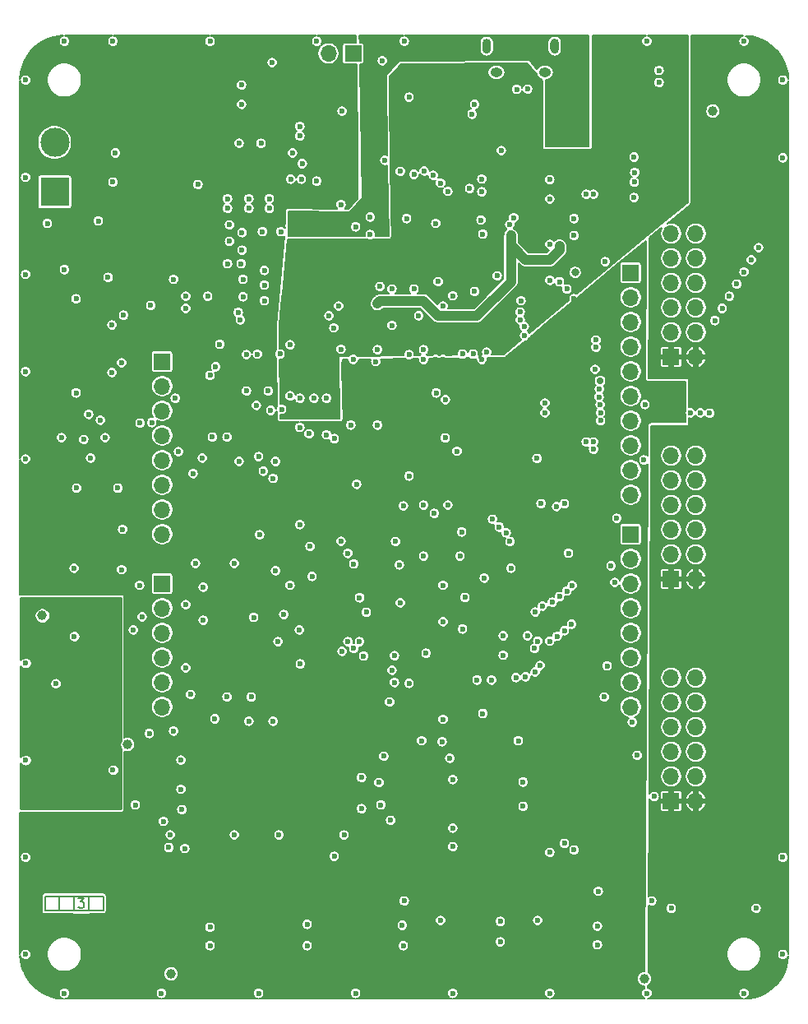
<source format=gbr>
%TF.GenerationSoftware,KiCad,Pcbnew,(5.1.6)-1*%
%TF.CreationDate,2020-06-19T12:40:55+02:00*%
%TF.ProjectId,iceduino,69636564-7569-46e6-9f2e-6b696361645f,rev?*%
%TF.SameCoordinates,Original*%
%TF.FileFunction,Copper,L3,Inr*%
%TF.FilePolarity,Positive*%
%FSLAX46Y46*%
G04 Gerber Fmt 4.6, Leading zero omitted, Abs format (unit mm)*
G04 Created by KiCad (PCBNEW (5.1.6)-1) date 2020-06-19 12:40:55*
%MOMM*%
%LPD*%
G01*
G04 APERTURE LIST*
%TA.AperFunction,NonConductor*%
%ADD10C,0.150000*%
%TD*%
%TA.AperFunction,ViaPad*%
%ADD11R,3.000000X3.000000*%
%TD*%
%TA.AperFunction,ViaPad*%
%ADD12C,3.000000*%
%TD*%
%TA.AperFunction,ViaPad*%
%ADD13O,1.700000X1.700000*%
%TD*%
%TA.AperFunction,ViaPad*%
%ADD14R,1.700000X1.700000*%
%TD*%
%TA.AperFunction,ViaPad*%
%ADD15C,0.600000*%
%TD*%
%TA.AperFunction,ViaPad*%
%ADD16C,0.700000*%
%TD*%
%TA.AperFunction,ViaPad*%
%ADD17C,1.000000*%
%TD*%
%TA.AperFunction,ViaPad*%
%ADD18C,0.800000*%
%TD*%
%TA.AperFunction,Conductor*%
%ADD19C,0.300000*%
%TD*%
%TA.AperFunction,Conductor*%
%ADD20C,1.000000*%
%TD*%
%TA.AperFunction,Conductor*%
%ADD21C,0.150000*%
%TD*%
%TA.AperFunction,Conductor*%
%ADD22C,0.254000*%
%TD*%
G04 APERTURE END LIST*
D10*
X46416666Y-129202380D02*
X47035714Y-129202380D01*
X46702380Y-129583333D01*
X46845238Y-129583333D01*
X46940476Y-129630952D01*
X46988095Y-129678571D01*
X47035714Y-129773809D01*
X47035714Y-130011904D01*
X46988095Y-130107142D01*
X46940476Y-130154761D01*
X46845238Y-130202380D01*
X46559523Y-130202380D01*
X46464285Y-130154761D01*
X46416666Y-130107142D01*
X47500000Y-130500000D02*
X47500000Y-129000000D01*
X46000000Y-129000000D02*
X46000000Y-130500000D01*
X44500000Y-130500000D02*
X44500000Y-129000000D01*
X43000000Y-129000000D02*
X43000000Y-130500000D01*
X49000000Y-129000000D02*
X43000000Y-129000000D01*
X49000000Y-130500000D02*
X49000000Y-129000000D01*
X43000000Y-130500000D02*
X49000000Y-130500000D01*
D11*
%TO.N,/Power/7-17VIN_PROTECTION/GND_IN*%
%TO.C,J1*%
X44000000Y-56500000D03*
D12*
%TO.N,/Power/7-17VIN_PROTECTION/V_IN*%
X44000000Y-51420000D03*
%TD*%
%TO.N,Net-(J2-Pad6)*%
%TO.C,J2*%
%TA.AperFunction,ViaPad*%
G36*
G01*
X95125000Y-44200000D02*
X95125000Y-44200000D01*
G75*
G02*
X94650000Y-44675000I-475000J0D01*
G01*
X94350000Y-44675000D01*
G75*
G02*
X93875000Y-44200000I0J475000D01*
G01*
X93875000Y-44200000D01*
G75*
G02*
X94350000Y-43725000I475000J0D01*
G01*
X94650000Y-43725000D01*
G75*
G02*
X95125000Y-44200000I0J-475000D01*
G01*
G37*
%TD.AperFunction*%
%TA.AperFunction,ViaPad*%
G36*
G01*
X90125000Y-44200000D02*
X90125000Y-44200000D01*
G75*
G02*
X89650000Y-44675000I-475000J0D01*
G01*
X89350000Y-44675000D01*
G75*
G02*
X88875000Y-44200000I0J475000D01*
G01*
X88875000Y-44200000D01*
G75*
G02*
X89350000Y-43725000I475000J0D01*
G01*
X89650000Y-43725000D01*
G75*
G02*
X90125000Y-44200000I0J-475000D01*
G01*
G37*
%TD.AperFunction*%
%TA.AperFunction,ViaPad*%
G36*
G01*
X95950000Y-41175000D02*
X95950000Y-41825000D01*
G75*
G02*
X95500000Y-42275000I-450000J0D01*
G01*
X95500000Y-42275000D01*
G75*
G02*
X95050000Y-41825000I0J450000D01*
G01*
X95050000Y-41175000D01*
G75*
G02*
X95500000Y-40725000I450000J0D01*
G01*
X95500000Y-40725000D01*
G75*
G02*
X95950000Y-41175000I0J-450000D01*
G01*
G37*
%TD.AperFunction*%
%TA.AperFunction,ViaPad*%
G36*
G01*
X88950000Y-41175000D02*
X88950000Y-41825000D01*
G75*
G02*
X88500000Y-42275000I-450000J0D01*
G01*
X88500000Y-42275000D01*
G75*
G02*
X88050000Y-41825000I0J450000D01*
G01*
X88050000Y-41175000D01*
G75*
G02*
X88500000Y-40725000I450000J0D01*
G01*
X88500000Y-40725000D01*
G75*
G02*
X88950000Y-41175000I0J-450000D01*
G01*
G37*
%TD.AperFunction*%
%TD*%
D13*
%TO.N,Net-(J3-Pad8)*%
%TO.C,J3*%
X55067200Y-91744800D03*
%TO.N,GND*%
X55067200Y-89204800D03*
X55067200Y-86664800D03*
%TO.N,+5V*%
X55067200Y-84124800D03*
%TO.N,/HEADER/INO_3V3*%
X55067200Y-81584800D03*
%TO.N,/INO_RESET*%
X55067200Y-79044800D03*
%TO.N,+5V*%
X55067200Y-76504800D03*
D14*
%TO.N,Net-(J3-Pad1)*%
X55067200Y-73964800D03*
%TD*%
%TO.N,/HEADER/INO_A0*%
%TO.C,J4*%
X55067200Y-96824800D03*
D13*
%TO.N,/HEADER/INO_A1*%
X55067200Y-99364800D03*
%TO.N,/HEADER/INO_A2*%
X55067200Y-101904800D03*
%TO.N,/HEADER/INO_A3*%
X55067200Y-104444800D03*
%TO.N,/HEADER/INO_A4*%
X55067200Y-106984800D03*
%TO.N,/HEADER/INO_A5*%
X55067200Y-109524800D03*
%TD*%
D14*
%TO.N,/HEADER/INO_SCL*%
%TO.C,J5*%
X103327200Y-64820800D03*
D13*
%TO.N,/HEADER/INO_SDA*%
X103327200Y-67360800D03*
%TO.N,/HEADER/INO_AREF*%
X103327200Y-69900800D03*
%TO.N,GND*%
X103327200Y-72440800D03*
%TO.N,/HEADER/INO_SCK*%
X103327200Y-74980800D03*
%TO.N,/HEADER/INO_MISO*%
X103327200Y-77520800D03*
%TO.N,/HEADER/INO_MOSI*%
X103327200Y-80060800D03*
%TO.N,/HEADER/INO_SS*%
X103327200Y-82600800D03*
%TO.N,/HEADER/INO_D9*%
X103327200Y-85140800D03*
%TO.N,/HEADER/INO_D8*%
X103327200Y-87680800D03*
%TD*%
D14*
%TO.N,/HEADER/INO_D7*%
%TO.C,J6*%
X103327200Y-91744800D03*
D13*
%TO.N,/HEADER/INO_D6*%
X103327200Y-94284800D03*
%TO.N,/HEADER/INO_D5*%
X103327200Y-96824800D03*
%TO.N,/HEADER/INO_D4*%
X103327200Y-99364800D03*
%TO.N,/HEADER/INO_D3*%
X103327200Y-101904800D03*
%TO.N,/HEADER/INO_D2*%
X103327200Y-104444800D03*
%TO.N,/HEADER/INO_TX*%
X103327200Y-106984800D03*
%TO.N,/HEADER/INO_RX*%
X103327200Y-109524800D03*
%TD*%
D14*
%TO.N,Net-(JP1-Pad1)*%
%TO.C,JP1*%
X74750000Y-42250000D03*
D13*
%TO.N,Net-(D11-Pad2)*%
X72210000Y-42250000D03*
%TD*%
D14*
%TO.N,/HEADER/PMOD_3V3*%
%TO.C,PMOD1*%
X107492800Y-119209820D03*
D13*
X110032800Y-119209820D03*
%TO.N,GND*%
X107492800Y-116669820D03*
X110032800Y-116669820D03*
%TO.N,/P4_1*%
X107492800Y-114129820D03*
%TO.N,/P10_1*%
X110032800Y-114129820D03*
%TO.N,/P3_1*%
X107492800Y-111589820D03*
%TO.N,/P9_1*%
X110032800Y-111589820D03*
%TO.N,/P2_1*%
X107492800Y-109049820D03*
%TO.N,/P8_1*%
X110032800Y-109049820D03*
%TO.N,/P1_1*%
X107492800Y-106509820D03*
%TO.N,/P7_1*%
X110032800Y-106509820D03*
%TD*%
D14*
%TO.N,/HEADER/PMOD_3V3*%
%TO.C,PMOD2*%
X107492800Y-96349820D03*
D13*
X110032800Y-96349820D03*
%TO.N,GND*%
X107492800Y-93809820D03*
X110032800Y-93809820D03*
%TO.N,/P4_2*%
X107492800Y-91269820D03*
%TO.N,/P10_2*%
X110032800Y-91269820D03*
%TO.N,/P3_2*%
X107492800Y-88729820D03*
%TO.N,/P9_2*%
X110032800Y-88729820D03*
%TO.N,/P2_2*%
X107492800Y-86189820D03*
%TO.N,/P8_2*%
X110032800Y-86189820D03*
%TO.N,/P1_2*%
X107492800Y-83649820D03*
%TO.N,/P7_2*%
X110032800Y-83649820D03*
%TD*%
%TO.N,/P7_3*%
%TO.C,PMOD3*%
X110032800Y-60789820D03*
%TO.N,/P1_3*%
X107492800Y-60789820D03*
%TO.N,/P8_3*%
X110032800Y-63329820D03*
%TO.N,/P2_3*%
X107492800Y-63329820D03*
%TO.N,/P9_3*%
X110032800Y-65869820D03*
%TO.N,/P3_3*%
X107492800Y-65869820D03*
%TO.N,/P10_3*%
X110032800Y-68409820D03*
%TO.N,/P4_3*%
X107492800Y-68409820D03*
%TO.N,GND*%
X110032800Y-70949820D03*
X107492800Y-70949820D03*
%TO.N,/HEADER/PMOD_3V3*%
X110032800Y-73489820D03*
D14*
X107492800Y-73489820D03*
%TD*%
D15*
%TO.N,+3V3*%
X45000000Y-124000000D03*
X47400000Y-123900000D03*
X50500000Y-123650000D03*
X53000000Y-123600000D03*
X57100000Y-127600000D03*
X106250000Y-77250000D03*
X108500000Y-76900000D03*
X107300000Y-76400000D03*
X94500000Y-77000000D03*
X94500000Y-76250000D03*
X94500000Y-75500000D03*
X92750000Y-73250000D03*
X92750000Y-74000000D03*
X91750000Y-74000000D03*
X91750000Y-73000000D03*
X97500000Y-67500000D03*
X96750000Y-66500000D03*
X96000000Y-65750000D03*
X95000000Y-65600000D03*
X67100000Y-127500000D03*
X65500000Y-125500000D03*
X77100000Y-126600000D03*
X77100000Y-127600000D03*
X76000000Y-127600000D03*
X76000000Y-126600000D03*
D16*
X70200000Y-98800000D03*
X62700000Y-97400000D03*
D15*
X86100000Y-132800000D03*
X87200000Y-132800000D03*
X87200000Y-131800000D03*
X86100000Y-131800000D03*
X96000000Y-133000000D03*
X97200000Y-133000000D03*
X97200000Y-132000000D03*
X96000000Y-132000000D03*
X87600000Y-128000000D03*
X97550000Y-127950000D03*
X90500000Y-110200000D03*
X91500000Y-110100000D03*
X91750000Y-111000000D03*
D17*
X66000000Y-98600000D03*
D15*
X69250000Y-44250000D03*
X69250000Y-45750000D03*
X70000000Y-46500000D03*
X69250000Y-47250000D03*
X70250000Y-45000000D03*
X71000000Y-45750000D03*
X71000000Y-47250000D03*
X86250000Y-106750000D03*
X90500000Y-106750000D03*
X92300000Y-88800000D03*
X86200000Y-88800000D03*
X79700000Y-97300000D03*
X79500000Y-102700000D03*
X79500000Y-100700000D03*
X91800000Y-93700000D03*
X90900000Y-94100000D03*
X90100000Y-93700000D03*
X89300000Y-94100000D03*
X88700000Y-93500000D03*
X95400000Y-92600000D03*
X43825000Y-74700000D03*
X43162490Y-77037510D03*
X43162490Y-81537510D03*
X43162490Y-89737510D03*
X44345001Y-95354999D03*
X58200000Y-71200000D03*
X59800000Y-71200000D03*
X56200000Y-71200000D03*
X60000000Y-76750000D03*
X57712500Y-79537500D03*
X78500000Y-110375000D03*
X85550000Y-80800000D03*
X87550000Y-80800000D03*
X66100000Y-82800000D03*
X78406587Y-86893413D03*
X77300000Y-77600000D03*
X75000000Y-75400000D03*
X77000000Y-76400000D03*
D17*
X79250000Y-83474990D03*
D15*
X83250000Y-73750000D03*
X84000000Y-73750000D03*
X92750000Y-72250000D03*
X68093406Y-81656594D03*
X79700000Y-77900000D03*
X79200000Y-75900000D03*
X91250000Y-105250000D03*
%TO.N,GND*%
X88100000Y-110200000D03*
X52300000Y-119600000D03*
X83900000Y-113100000D03*
X55900000Y-122700000D03*
X62500000Y-122700000D03*
X67100000Y-122700000D03*
X73800000Y-122700000D03*
X57400000Y-124100000D03*
X78750000Y-66500000D03*
X81000000Y-66500000D03*
X81500000Y-69250000D03*
X78750000Y-70250000D03*
X82000000Y-72750000D03*
X82000000Y-73750000D03*
X80500000Y-73250000D03*
X99500000Y-82250000D03*
X99500000Y-83000000D03*
X98750000Y-82250000D03*
X94500000Y-78250000D03*
X94500000Y-79250000D03*
X87100000Y-73200000D03*
X86000000Y-73200000D03*
X51100000Y-69200000D03*
X49900000Y-70200000D03*
X61800000Y-63900000D03*
X63200000Y-63900000D03*
X63400000Y-65500000D03*
X65600000Y-64600000D03*
X65600000Y-66100000D03*
X65600000Y-67700000D03*
X63400000Y-67300000D03*
X77600000Y-119600000D03*
X84700000Y-114800000D03*
X72800000Y-124900000D03*
X85000000Y-117000000D03*
X75600000Y-120000000D03*
X75600000Y-116800000D03*
X77900000Y-114600000D03*
X78600000Y-121200000D03*
X57100000Y-120100000D03*
X55200000Y-121300000D03*
X59300000Y-97200000D03*
X59300000Y-100600000D03*
X67600000Y-100000000D03*
X69200000Y-101600000D03*
X69300000Y-105100000D03*
X67000000Y-102800000D03*
X64500000Y-100300000D03*
X68250000Y-97000000D03*
X66750000Y-95500000D03*
X62500000Y-94750000D03*
X65100000Y-91800000D03*
X69250000Y-90750000D03*
X70300000Y-93000000D03*
X70500000Y-96100000D03*
X77400000Y-117300000D03*
X84000000Y-110800000D03*
X81800000Y-113000000D03*
X70700000Y-77750000D03*
X67200000Y-73200000D03*
X68250000Y-72250000D03*
X71000000Y-55400000D03*
X69400000Y-55200000D03*
X68300000Y-55200000D03*
X76500000Y-59100000D03*
X75000000Y-60100000D03*
X76500000Y-60900000D03*
X95000000Y-55250000D03*
X95000000Y-61900000D03*
X84000000Y-97000000D03*
X84000000Y-100750000D03*
X86250000Y-98250000D03*
X82250000Y-104000000D03*
X86000000Y-101500000D03*
X88250000Y-96250000D03*
X91000000Y-95250000D03*
X82000000Y-94000000D03*
X85750000Y-94000000D03*
X100600000Y-108500000D03*
X100900000Y-105300000D03*
X92700000Y-102200000D03*
X90200000Y-102200000D03*
X90200000Y-104200000D03*
X95700000Y-88900000D03*
X96500000Y-88600000D03*
X78500000Y-109000000D03*
X79000000Y-107000000D03*
X91750001Y-113000000D03*
X65500000Y-85250000D03*
X65000000Y-83750000D03*
X60250000Y-81750000D03*
X59200000Y-83900000D03*
X63750000Y-77000000D03*
X66000000Y-77000000D03*
X61750000Y-81750000D03*
X84250000Y-77900000D03*
X83300000Y-77200000D03*
X77250000Y-80500000D03*
X74500000Y-80500000D03*
X61000000Y-72200000D03*
X60000000Y-75400000D03*
X80500000Y-85750000D03*
X79000000Y-104250000D03*
X79100000Y-92500000D03*
X88500000Y-73000000D03*
X87900000Y-59400000D03*
X88100000Y-60850000D03*
X83250000Y-59750000D03*
X85000000Y-67200000D03*
X84000000Y-68250000D03*
X87250000Y-66750000D03*
X99750000Y-71750000D03*
X99750000Y-72500000D03*
X66250000Y-79000000D03*
X77250000Y-72750000D03*
X77062500Y-73962500D03*
X74750000Y-73750000D03*
X73500000Y-72700000D03*
X72750000Y-70500000D03*
X41000000Y-45000000D03*
X41000000Y-55000000D03*
X41000000Y-65000000D03*
X41000000Y-75000000D03*
X41000000Y-84000000D03*
X41000000Y-105000000D03*
X41000000Y-115000000D03*
X41000000Y-125000000D03*
X41000000Y-135000000D03*
X45000000Y-139000000D03*
X55000000Y-139000000D03*
X65000000Y-139000000D03*
X75000000Y-139000000D03*
X85000000Y-139000000D03*
X95000000Y-139000000D03*
X105000000Y-139000000D03*
X115000000Y-139000000D03*
X119000000Y-135000000D03*
X119000000Y-125000000D03*
X119000000Y-53000000D03*
X119000000Y-45000000D03*
X115000000Y-41000000D03*
X105000000Y-41000000D03*
X80000000Y-41000000D03*
X71000000Y-41000000D03*
X60000000Y-41000000D03*
X50000000Y-41000000D03*
X45000000Y-41000000D03*
X50000000Y-116000000D03*
X53750000Y-112250000D03*
X56250000Y-112000000D03*
X57000000Y-115000000D03*
X57000000Y-118000000D03*
X58000000Y-108250000D03*
X60500000Y-110750000D03*
X64000000Y-111000000D03*
X66500000Y-111000000D03*
X64250000Y-108500000D03*
X61750000Y-108500000D03*
X57500000Y-105500000D03*
X57500000Y-99000000D03*
X58500000Y-94750000D03*
X46000000Y-95250000D03*
X51000000Y-91250000D03*
X50500000Y-87000000D03*
X47700000Y-83900000D03*
X46250000Y-87000000D03*
X47000000Y-82000000D03*
X49200000Y-81800000D03*
X45000000Y-64500000D03*
X50250000Y-52500000D03*
X50000000Y-55500000D03*
X48500000Y-59500000D03*
X43250000Y-59750000D03*
X58750000Y-55750000D03*
X56250000Y-65500000D03*
X53900000Y-68200000D03*
X59750000Y-67250000D03*
X57500000Y-67250000D03*
X63000000Y-51500000D03*
X65250000Y-51500000D03*
X69250000Y-49750000D03*
X69250000Y-50750000D03*
X63250000Y-47500000D03*
X63250000Y-45500000D03*
X77750000Y-43000000D03*
X80500000Y-46750000D03*
X87000000Y-48500000D03*
X87250000Y-47500000D03*
X98750000Y-56750000D03*
X99500000Y-56750000D03*
X106250000Y-45250000D03*
X106250000Y-44000000D03*
X109500000Y-79250000D03*
X110500000Y-79250000D03*
X111468750Y-79281250D03*
X116250000Y-130250000D03*
X107500000Y-130250000D03*
X60000000Y-134100000D03*
X80000000Y-129500000D03*
X100000000Y-128500000D03*
X44100000Y-107100000D03*
X46000000Y-102250000D03*
X53000000Y-100250000D03*
X52750000Y-97000000D03*
X50900000Y-95400000D03*
X92250000Y-117250000D03*
X92250000Y-119750000D03*
X93750000Y-131500000D03*
X83750000Y-131500000D03*
X50900000Y-74100000D03*
X49900000Y-75100000D03*
X84220000Y-81830000D03*
X85440000Y-83200000D03*
X92040000Y-67710000D03*
X89580000Y-65150000D03*
X100710000Y-63680000D03*
X60000000Y-132200000D03*
X70000000Y-134100000D03*
X70000000Y-131900000D03*
X79900000Y-134100000D03*
X79800000Y-132000000D03*
X89900000Y-131600000D03*
X89900000Y-133700000D03*
X99900000Y-134000000D03*
X99900000Y-132100000D03*
X95000000Y-57250000D03*
X79500000Y-94900000D03*
X79600000Y-54400000D03*
X73500000Y-57800000D03*
X104800000Y-78400000D03*
X104700000Y-84100000D03*
X101900000Y-90100000D03*
X103500000Y-111100000D03*
X101300000Y-95000000D03*
X101700000Y-96700000D03*
X112000000Y-69750000D03*
X112750000Y-68500000D03*
X113500000Y-67250000D03*
X114250000Y-66000000D03*
X115000000Y-64750000D03*
X115750000Y-63500000D03*
X116500000Y-62250000D03*
X104000000Y-114500000D03*
X105750000Y-118750000D03*
X55750000Y-124000000D03*
X85000000Y-122000000D03*
X80250000Y-59250000D03*
%TO.N,+1V2*%
X63300000Y-62500000D03*
X62000000Y-61600000D03*
X63300000Y-60700000D03*
X67300000Y-60600000D03*
X65400000Y-60600000D03*
X62000000Y-59900000D03*
X94100000Y-88600000D03*
X96925000Y-93700000D03*
X80500000Y-107100000D03*
X79600000Y-98800000D03*
%TO.N,/V_IN_PROTECTED*%
X49500000Y-65300000D03*
X44700000Y-81800000D03*
X52100000Y-101600000D03*
%TO.N,+5V*%
X61800000Y-58200000D03*
X64000000Y-58200000D03*
X66100000Y-58200000D03*
X64000000Y-57200000D03*
X61800000Y-57200000D03*
D17*
X42700000Y-100100000D03*
D18*
X97600000Y-64800000D03*
D15*
X66100000Y-57200000D03*
D16*
X100176344Y-75962995D03*
D15*
X52800000Y-80300000D03*
%TO.N,/GNDPLL_0*%
X85909626Y-91509628D03*
%TO.N,/VCCPLL_0*%
X83100000Y-89600000D03*
%TO.N,/GNDPLL_1*%
X89000000Y-106750000D03*
%TO.N,/VCCPLL_1*%
X87500000Y-106750000D03*
%TO.N,/SW6*%
X85000000Y-123900000D03*
X96499212Y-123562415D03*
%TO.N,/SW7*%
X95000000Y-124500000D03*
X97500000Y-124250000D03*
%TO.N,VBUS*%
X97000000Y-51100000D03*
X97000000Y-49800000D03*
X97000000Y-48400000D03*
X97000000Y-47100000D03*
X97500000Y-46100000D03*
X76400000Y-48100000D03*
X77600000Y-49100000D03*
X69500000Y-60000000D03*
X68250000Y-60000000D03*
X70750000Y-60000000D03*
%TO.N,+3V3_FTDI*%
X77100000Y-69200000D03*
X75000000Y-70000000D03*
X78250000Y-72750000D03*
X79000000Y-72750000D03*
X79500000Y-71750000D03*
X67800000Y-75900000D03*
X79000000Y-50500000D03*
X79000000Y-51900000D03*
X100750000Y-45500000D03*
X101750000Y-45500000D03*
X102750000Y-45500000D03*
X103750000Y-45500000D03*
X101250000Y-46250000D03*
X102250000Y-46250000D03*
X103250000Y-46250000D03*
X101750000Y-47000000D03*
X102750000Y-47000000D03*
X103750000Y-47000000D03*
X83125000Y-44600000D03*
X83125000Y-43625000D03*
X80250000Y-44600000D03*
X91000000Y-55250000D03*
X91000000Y-57250000D03*
X87350000Y-61250000D03*
X86750000Y-59250000D03*
X86750000Y-57000000D03*
X79424984Y-56400000D03*
X74500000Y-63500000D03*
X75250000Y-64250000D03*
X76750000Y-61750000D03*
X71000000Y-72500000D03*
X71750000Y-72500000D03*
X83750000Y-70250000D03*
X83500000Y-72750000D03*
X69250000Y-79250000D03*
X69250000Y-80750000D03*
X72000000Y-81500000D03*
X72800000Y-81900000D03*
X73100000Y-73800000D03*
X88000000Y-73750000D03*
D17*
X88000000Y-70450000D03*
D15*
X84500000Y-62450000D03*
X80250000Y-43625000D03*
X79799998Y-57500000D03*
%TO.N,/HEADER/PMOD_3V3*%
X113700000Y-76800000D03*
X113700000Y-74900000D03*
X111300000Y-77000000D03*
X109900000Y-75700000D03*
X112200000Y-73800000D03*
X112300000Y-75900000D03*
%TO.N,/HEADER/ADC_VCC*%
X45700000Y-116900000D03*
X45700000Y-119100000D03*
X47700000Y-116800000D03*
X48000000Y-119100000D03*
X47400000Y-98700000D03*
X48200000Y-99700000D03*
X49800000Y-100100000D03*
X47400000Y-100900000D03*
X42600000Y-105700000D03*
X42600000Y-104100000D03*
X48700000Y-100800000D03*
%TO.N,/USB_PROGRAMMER/1V8*%
X79500000Y-67750000D03*
X77250000Y-68000000D03*
X91250000Y-62250000D03*
X91000000Y-60750000D03*
X82050000Y-54350000D03*
X96000000Y-62100004D03*
%TO.N,/CRESET_B*%
X47500000Y-79400000D03*
X68500000Y-52500000D03*
X62898343Y-68903884D03*
X72000000Y-77750000D03*
D17*
X111800000Y-48200000D03*
D15*
X105500000Y-129500000D03*
X78750000Y-105750000D03*
X82000004Y-88750000D03*
X66400000Y-43200000D03*
%TO.N,/Power/EN_LOW_VOLTAGE*%
X54000000Y-80250000D03*
X48700000Y-80000000D03*
X69500000Y-53600000D03*
X73600000Y-48200000D03*
X63120942Y-69672293D03*
%TO.N,/USB_D_P*%
X91590000Y-45940000D03*
X83000000Y-54800000D03*
%TO.N,/USB_D_N*%
X92719937Y-45930958D03*
X83750000Y-55600000D03*
%TO.N,Net-(D16-Pad1)*%
X97500000Y-61000000D03*
X90875004Y-59875000D03*
%TO.N,Net-(D17-Pad1)*%
X97500000Y-59250000D03*
X91283230Y-59153604D03*
D17*
%TO.N,/HEADER/INO_AREF*%
X51500000Y-113399998D03*
X104750000Y-137500002D03*
X55999996Y-137000000D03*
D15*
%TO.N,/HEADER/INO_D7*%
X99667839Y-74769655D03*
%TO.N,/HEADER/INO_D6*%
X100108515Y-76810521D03*
%TO.N,/HEADER/INO_D5*%
X100072691Y-77609730D03*
%TO.N,/HEADER/INO_D4*%
X100189148Y-78401220D03*
%TO.N,/HEADER/INO_D3*%
X100224968Y-79247947D03*
%TO.N,/HEADER/INO_D2*%
X100221190Y-80052652D03*
%TO.N,/P4_2*%
X95246375Y-98750000D03*
%TO.N,/P10_2*%
X94241021Y-99132630D03*
%TO.N,/P3_2*%
X96000000Y-98174990D03*
%TO.N,/P9_2*%
X93500008Y-99750000D03*
%TO.N,/P2_2*%
X96750006Y-97599980D03*
%TO.N,/P8_2*%
X97250000Y-101000000D03*
%TO.N,/P1_2*%
X97297651Y-97016796D03*
%TO.N,/P7_2*%
X96500000Y-101674990D03*
%TO.N,/P7_3*%
X91500000Y-106500000D03*
%TO.N,/P1_3*%
X92500000Y-106424990D03*
%TO.N,/P8_3*%
X93495006Y-105924990D03*
%TO.N,/P2_3*%
X94000000Y-105250000D03*
%TO.N,/P9_3*%
X93434306Y-103500000D03*
%TO.N,/P3_3*%
X93750000Y-102750000D03*
%TO.N,/P10_3*%
X95000000Y-102750000D03*
%TO.N,/P4_3*%
X95750000Y-102250000D03*
%TO.N,/CDONE*%
X57500000Y-68500000D03*
X56424990Y-77750000D03*
X84500000Y-88750000D03*
X63000000Y-84250000D03*
X56750000Y-83250000D03*
X64769614Y-78480386D03*
%TO.N,/Power/EN_HIGH_VOLTAGE*%
X46200000Y-67500000D03*
X46200000Y-77200000D03*
%TO.N,/OE0*%
X93674990Y-83937500D03*
%TO.N,/OE1*%
X92400000Y-71300000D03*
X90900000Y-92500000D03*
%TO.N,Net-(R55-Pad2)*%
X103750000Y-54500000D03*
X88000000Y-55175000D03*
%TO.N,Net-(R56-Pad2)*%
X103675000Y-52925000D03*
X86750000Y-56156587D03*
%TO.N,Net-(R57-Pad2)*%
X84499996Y-56449990D03*
X90000000Y-52250000D03*
%TO.N,Net-(R58-Pad2)*%
X81000000Y-54700000D03*
X77999996Y-53250000D03*
%TO.N,Net-(R59-Pad2)*%
X103689160Y-55502696D03*
%TO.N,Net-(R60-Pad2)*%
X88000000Y-56500000D03*
X103675000Y-57075000D03*
%TO.N,Net-(R63-Pad1)*%
X66500000Y-86000000D03*
X58250005Y-85499995D03*
%TO.N,/SS*%
X69250006Y-77750000D03*
X79918406Y-88831594D03*
%TO.N,/SCK*%
X75100000Y-86600000D03*
X70200000Y-81400000D03*
%TO.N,Net-(R66-Pad1)*%
X60575000Y-74500000D03*
X66749990Y-84250000D03*
%TO.N,/FPGA_INO_SS*%
X91945000Y-68875000D03*
X89100000Y-90207640D03*
%TO.N,/FPGA_INO_D9*%
X91950930Y-69674990D03*
X89800002Y-91000000D03*
%TO.N,/FPGA_INO_D8*%
X92359655Y-70362713D03*
X90500000Y-91600000D03*
%TO.N,/IO0*%
X73600002Y-103800000D03*
X73491824Y-92465385D03*
%TO.N,/IO1*%
X74200000Y-102800000D03*
X74192362Y-93707640D03*
%TO.N,/IO2*%
X74800000Y-94800000D03*
X74800000Y-103500000D03*
%TO.N,/IO3*%
X75400000Y-102800000D03*
X75407640Y-98282650D03*
%TO.N,/~SRAM_WE~*%
X75820179Y-104284191D03*
X76092360Y-99782650D03*
%TO.N,/USB_PROGRAMMER/FTDI_MISO*%
X73250000Y-68250000D03*
X63750000Y-73250000D03*
%TO.N,/USB_PROGRAMMER/FTDI_CDONE*%
X72250000Y-69250000D03*
X64874251Y-73212274D03*
%TO.N,/USB_PROGRAMMER/~FTDI_RTS~*%
X83495525Y-65745534D03*
X77500002Y-66250000D03*
%TO.N,/USB_PROGRAMMER/~1OE~*%
X68250000Y-77500000D03*
X67375000Y-78875000D03*
%TD*%
D19*
%TO.N,+3V3_FTDI*%
X87849999Y-70600001D02*
X88000000Y-70450000D01*
X87849999Y-73599999D02*
X87849999Y-70600001D01*
X88000000Y-73750000D02*
X87849999Y-73599999D01*
D20*
X79424984Y-57124986D02*
X79799998Y-57500000D01*
X79424984Y-56400000D02*
X79424984Y-57124986D01*
%TO.N,/USB_PROGRAMMER/1V8*%
X79500000Y-67750000D02*
X78750000Y-67750000D01*
X78750000Y-67750000D02*
X78000000Y-67750000D01*
X77500000Y-67750000D02*
X77250000Y-68000000D01*
X78000000Y-67750000D02*
X77500000Y-67750000D01*
X91000000Y-62000000D02*
X91250000Y-62250000D01*
X91000000Y-61500000D02*
X91000000Y-62000000D01*
X91000000Y-61500000D02*
X91000000Y-60999997D01*
X91000000Y-65750000D02*
X91000000Y-62000000D01*
X79537500Y-67712500D02*
X81962500Y-67712500D01*
X79500000Y-67750000D02*
X79537500Y-67712500D01*
X81962500Y-67712500D02*
X83499999Y-69249999D01*
X87500001Y-69249999D02*
X91000000Y-65750000D01*
X83499999Y-69249999D02*
X87500001Y-69249999D01*
X96000000Y-62524268D02*
X96000000Y-62100004D01*
X95024268Y-63500000D02*
X96000000Y-62524268D01*
X92500000Y-63500000D02*
X95024268Y-63500000D01*
X91250000Y-62250000D02*
X92500000Y-63500000D01*
%TD*%
D21*
%TO.N,/HEADER/PMOD_3V3*%
G36*
X119552903Y-134832279D02*
G01*
X119509558Y-134727635D01*
X119446632Y-134633459D01*
X119366541Y-134553368D01*
X119272365Y-134490442D01*
X119167721Y-134447097D01*
X119056633Y-134425000D01*
X118943367Y-134425000D01*
X118832279Y-134447097D01*
X118727635Y-134490442D01*
X118633459Y-134553368D01*
X118553368Y-134633459D01*
X118490442Y-134727635D01*
X118447097Y-134832279D01*
X118425000Y-134943367D01*
X118425000Y-135056633D01*
X118447097Y-135167721D01*
X118490442Y-135272365D01*
X118553368Y-135366541D01*
X118633459Y-135446632D01*
X118727635Y-135509558D01*
X118832279Y-135552903D01*
X118943367Y-135575000D01*
X119056633Y-135575000D01*
X119167721Y-135552903D01*
X119272365Y-135509558D01*
X119366541Y-135446632D01*
X119446632Y-135366541D01*
X119509558Y-135272365D01*
X119552903Y-135167721D01*
X119562769Y-135118121D01*
X119501033Y-135809861D01*
X119286482Y-136594128D01*
X118936441Y-137328003D01*
X118461976Y-137988293D01*
X117878074Y-138554133D01*
X117203210Y-139007623D01*
X116458701Y-139334439D01*
X115664817Y-139525034D01*
X115098900Y-139566593D01*
X115167721Y-139552903D01*
X115272365Y-139509558D01*
X115366541Y-139446632D01*
X115446632Y-139366541D01*
X115509558Y-139272365D01*
X115552903Y-139167721D01*
X115575000Y-139056633D01*
X115575000Y-138943367D01*
X115552903Y-138832279D01*
X115509558Y-138727635D01*
X115446632Y-138633459D01*
X115366541Y-138553368D01*
X115272365Y-138490442D01*
X115167721Y-138447097D01*
X115056633Y-138425000D01*
X114943367Y-138425000D01*
X114832279Y-138447097D01*
X114727635Y-138490442D01*
X114633459Y-138553368D01*
X114553368Y-138633459D01*
X114490442Y-138727635D01*
X114447097Y-138832279D01*
X114425000Y-138943367D01*
X114425000Y-139056633D01*
X114447097Y-139167721D01*
X114490442Y-139272365D01*
X114553368Y-139366541D01*
X114633459Y-139446632D01*
X114727635Y-139509558D01*
X114832279Y-139552903D01*
X114943367Y-139575000D01*
X105114983Y-139575000D01*
X105115049Y-139563380D01*
X105167721Y-139552903D01*
X105272365Y-139509558D01*
X105366541Y-139446632D01*
X105446632Y-139366541D01*
X105509558Y-139272365D01*
X105552903Y-139167721D01*
X105575000Y-139056633D01*
X105575000Y-138943367D01*
X105552903Y-138832279D01*
X105509558Y-138727635D01*
X105446632Y-138633459D01*
X105366541Y-138553368D01*
X105272365Y-138490442D01*
X105167721Y-138447097D01*
X105121431Y-138437889D01*
X105122877Y-138182938D01*
X105244034Y-138101984D01*
X105351982Y-137994036D01*
X105436796Y-137867102D01*
X105495217Y-137726061D01*
X105525000Y-137576333D01*
X105525000Y-137423671D01*
X105495217Y-137273943D01*
X105436796Y-137132902D01*
X105351982Y-137005968D01*
X105244034Y-136898020D01*
X105130594Y-136822222D01*
X105141919Y-134825178D01*
X113225000Y-134825178D01*
X113225000Y-135174822D01*
X113293213Y-135517748D01*
X113427016Y-135840778D01*
X113621268Y-136131496D01*
X113868504Y-136378732D01*
X114159222Y-136572984D01*
X114482252Y-136706787D01*
X114825178Y-136775000D01*
X115174822Y-136775000D01*
X115517748Y-136706787D01*
X115840778Y-136572984D01*
X116131496Y-136378732D01*
X116378732Y-136131496D01*
X116572984Y-135840778D01*
X116706787Y-135517748D01*
X116775000Y-135174822D01*
X116775000Y-134825178D01*
X116706787Y-134482252D01*
X116572984Y-134159222D01*
X116378732Y-133868504D01*
X116131496Y-133621268D01*
X115840778Y-133427016D01*
X115517748Y-133293213D01*
X115174822Y-133225000D01*
X114825178Y-133225000D01*
X114482252Y-133293213D01*
X114159222Y-133427016D01*
X113868504Y-133621268D01*
X113621268Y-133868504D01*
X113427016Y-134159222D01*
X113293213Y-134482252D01*
X113225000Y-134825178D01*
X105141919Y-134825178D01*
X105168187Y-130193367D01*
X106925000Y-130193367D01*
X106925000Y-130306633D01*
X106947097Y-130417721D01*
X106990442Y-130522365D01*
X107053368Y-130616541D01*
X107133459Y-130696632D01*
X107227635Y-130759558D01*
X107332279Y-130802903D01*
X107443367Y-130825000D01*
X107556633Y-130825000D01*
X107667721Y-130802903D01*
X107772365Y-130759558D01*
X107866541Y-130696632D01*
X107946632Y-130616541D01*
X108009558Y-130522365D01*
X108052903Y-130417721D01*
X108075000Y-130306633D01*
X108075000Y-130193367D01*
X115675000Y-130193367D01*
X115675000Y-130306633D01*
X115697097Y-130417721D01*
X115740442Y-130522365D01*
X115803368Y-130616541D01*
X115883459Y-130696632D01*
X115977635Y-130759558D01*
X116082279Y-130802903D01*
X116193367Y-130825000D01*
X116306633Y-130825000D01*
X116417721Y-130802903D01*
X116522365Y-130759558D01*
X116616541Y-130696632D01*
X116696632Y-130616541D01*
X116759558Y-130522365D01*
X116802903Y-130417721D01*
X116825000Y-130306633D01*
X116825000Y-130193367D01*
X116802903Y-130082279D01*
X116759558Y-129977635D01*
X116696632Y-129883459D01*
X116616541Y-129803368D01*
X116522365Y-129740442D01*
X116417721Y-129697097D01*
X116306633Y-129675000D01*
X116193367Y-129675000D01*
X116082279Y-129697097D01*
X115977635Y-129740442D01*
X115883459Y-129803368D01*
X115803368Y-129883459D01*
X115740442Y-129977635D01*
X115697097Y-130082279D01*
X115675000Y-130193367D01*
X108075000Y-130193367D01*
X108052903Y-130082279D01*
X108009558Y-129977635D01*
X107946632Y-129883459D01*
X107866541Y-129803368D01*
X107772365Y-129740442D01*
X107667721Y-129697097D01*
X107556633Y-129675000D01*
X107443367Y-129675000D01*
X107332279Y-129697097D01*
X107227635Y-129740442D01*
X107133459Y-129803368D01*
X107053368Y-129883459D01*
X106990442Y-129977635D01*
X106947097Y-130082279D01*
X106925000Y-130193367D01*
X105168187Y-130193367D01*
X105169450Y-129970680D01*
X105227635Y-130009558D01*
X105332279Y-130052903D01*
X105443367Y-130075000D01*
X105556633Y-130075000D01*
X105667721Y-130052903D01*
X105772365Y-130009558D01*
X105866541Y-129946632D01*
X105946632Y-129866541D01*
X106009558Y-129772365D01*
X106052903Y-129667721D01*
X106075000Y-129556633D01*
X106075000Y-129443367D01*
X106052903Y-129332279D01*
X106009558Y-129227635D01*
X105946632Y-129133459D01*
X105866541Y-129053368D01*
X105772365Y-128990442D01*
X105667721Y-128947097D01*
X105556633Y-128925000D01*
X105443367Y-128925000D01*
X105332279Y-128947097D01*
X105227635Y-128990442D01*
X105174808Y-129025739D01*
X105225654Y-120059820D01*
X106363254Y-120059820D01*
X106368625Y-120114357D01*
X106384533Y-120166798D01*
X106410366Y-120215127D01*
X106445131Y-120257489D01*
X106487493Y-120292254D01*
X106535822Y-120318087D01*
X106588263Y-120333995D01*
X106642800Y-120339366D01*
X107244250Y-120338020D01*
X107313800Y-120268470D01*
X107313800Y-119388820D01*
X107671800Y-119388820D01*
X107671800Y-120268470D01*
X107741350Y-120338020D01*
X108342800Y-120339366D01*
X108397337Y-120333995D01*
X108449778Y-120318087D01*
X108498107Y-120292254D01*
X108540469Y-120257489D01*
X108575234Y-120215127D01*
X108601067Y-120166798D01*
X108616975Y-120114357D01*
X108622346Y-120059820D01*
X108621230Y-119560870D01*
X108960607Y-119560870D01*
X109026408Y-119719751D01*
X109145228Y-119906290D01*
X109298157Y-120066064D01*
X109479318Y-120192933D01*
X109681749Y-120282022D01*
X109853800Y-120254188D01*
X109853800Y-119388820D01*
X110211800Y-119388820D01*
X110211800Y-120254188D01*
X110383851Y-120282022D01*
X110586282Y-120192933D01*
X110767443Y-120066064D01*
X110920372Y-119906290D01*
X111039192Y-119719751D01*
X111104993Y-119560870D01*
X111076207Y-119388820D01*
X110211800Y-119388820D01*
X109853800Y-119388820D01*
X108989393Y-119388820D01*
X108960607Y-119560870D01*
X108621230Y-119560870D01*
X108621000Y-119458370D01*
X108551450Y-119388820D01*
X107671800Y-119388820D01*
X107313800Y-119388820D01*
X106434150Y-119388820D01*
X106364600Y-119458370D01*
X106363254Y-120059820D01*
X105225654Y-120059820D01*
X105231658Y-119001160D01*
X105240442Y-119022365D01*
X105303368Y-119116541D01*
X105383459Y-119196632D01*
X105477635Y-119259558D01*
X105582279Y-119302903D01*
X105693367Y-119325000D01*
X105806633Y-119325000D01*
X105917721Y-119302903D01*
X106022365Y-119259558D01*
X106116541Y-119196632D01*
X106196632Y-119116541D01*
X106259558Y-119022365D01*
X106302903Y-118917721D01*
X106325000Y-118806633D01*
X106325000Y-118693367D01*
X106302903Y-118582279D01*
X106259558Y-118477635D01*
X106196632Y-118383459D01*
X106172993Y-118359820D01*
X106363254Y-118359820D01*
X106364600Y-118961270D01*
X106434150Y-119030820D01*
X107313800Y-119030820D01*
X107313800Y-118151170D01*
X107671800Y-118151170D01*
X107671800Y-119030820D01*
X108551450Y-119030820D01*
X108621000Y-118961270D01*
X108621229Y-118858770D01*
X108960607Y-118858770D01*
X108989393Y-119030820D01*
X109853800Y-119030820D01*
X109853800Y-118165452D01*
X110211800Y-118165452D01*
X110211800Y-119030820D01*
X111076207Y-119030820D01*
X111104993Y-118858770D01*
X111039192Y-118699889D01*
X110920372Y-118513350D01*
X110767443Y-118353576D01*
X110586282Y-118226707D01*
X110383851Y-118137618D01*
X110211800Y-118165452D01*
X109853800Y-118165452D01*
X109681749Y-118137618D01*
X109479318Y-118226707D01*
X109298157Y-118353576D01*
X109145228Y-118513350D01*
X109026408Y-118699889D01*
X108960607Y-118858770D01*
X108621229Y-118858770D01*
X108622346Y-118359820D01*
X108616975Y-118305283D01*
X108601067Y-118252842D01*
X108575234Y-118204513D01*
X108540469Y-118162151D01*
X108498107Y-118127386D01*
X108449778Y-118101553D01*
X108397337Y-118085645D01*
X108342800Y-118080274D01*
X107741350Y-118081620D01*
X107671800Y-118151170D01*
X107313800Y-118151170D01*
X107244250Y-118081620D01*
X106642800Y-118080274D01*
X106588263Y-118085645D01*
X106535822Y-118101553D01*
X106487493Y-118127386D01*
X106445131Y-118162151D01*
X106410366Y-118204513D01*
X106384533Y-118252842D01*
X106368625Y-118305283D01*
X106363254Y-118359820D01*
X106172993Y-118359820D01*
X106116541Y-118303368D01*
X106022365Y-118240442D01*
X105917721Y-118197097D01*
X105806633Y-118175000D01*
X105693367Y-118175000D01*
X105582279Y-118197097D01*
X105477635Y-118240442D01*
X105383459Y-118303368D01*
X105303368Y-118383459D01*
X105240442Y-118477635D01*
X105234547Y-118491868D01*
X105245508Y-116559017D01*
X106367800Y-116559017D01*
X106367800Y-116780623D01*
X106411033Y-116997970D01*
X106495838Y-117202707D01*
X106618956Y-117386965D01*
X106775655Y-117543664D01*
X106959913Y-117666782D01*
X107164650Y-117751587D01*
X107381997Y-117794820D01*
X107603603Y-117794820D01*
X107820950Y-117751587D01*
X108025687Y-117666782D01*
X108209945Y-117543664D01*
X108366644Y-117386965D01*
X108489762Y-117202707D01*
X108574567Y-116997970D01*
X108617800Y-116780623D01*
X108617800Y-116559017D01*
X108907800Y-116559017D01*
X108907800Y-116780623D01*
X108951033Y-116997970D01*
X109035838Y-117202707D01*
X109158956Y-117386965D01*
X109315655Y-117543664D01*
X109499913Y-117666782D01*
X109704650Y-117751587D01*
X109921997Y-117794820D01*
X110143603Y-117794820D01*
X110360950Y-117751587D01*
X110565687Y-117666782D01*
X110749945Y-117543664D01*
X110906644Y-117386965D01*
X111029762Y-117202707D01*
X111114567Y-116997970D01*
X111157800Y-116780623D01*
X111157800Y-116559017D01*
X111114567Y-116341670D01*
X111029762Y-116136933D01*
X110906644Y-115952675D01*
X110749945Y-115795976D01*
X110565687Y-115672858D01*
X110360950Y-115588053D01*
X110143603Y-115544820D01*
X109921997Y-115544820D01*
X109704650Y-115588053D01*
X109499913Y-115672858D01*
X109315655Y-115795976D01*
X109158956Y-115952675D01*
X109035838Y-116136933D01*
X108951033Y-116341670D01*
X108907800Y-116559017D01*
X108617800Y-116559017D01*
X108574567Y-116341670D01*
X108489762Y-116136933D01*
X108366644Y-115952675D01*
X108209945Y-115795976D01*
X108025687Y-115672858D01*
X107820950Y-115588053D01*
X107603603Y-115544820D01*
X107381997Y-115544820D01*
X107164650Y-115588053D01*
X106959913Y-115672858D01*
X106775655Y-115795976D01*
X106618956Y-115952675D01*
X106495838Y-116136933D01*
X106411033Y-116341670D01*
X106367800Y-116559017D01*
X105245508Y-116559017D01*
X105259912Y-114019017D01*
X106367800Y-114019017D01*
X106367800Y-114240623D01*
X106411033Y-114457970D01*
X106495838Y-114662707D01*
X106618956Y-114846965D01*
X106775655Y-115003664D01*
X106959913Y-115126782D01*
X107164650Y-115211587D01*
X107381997Y-115254820D01*
X107603603Y-115254820D01*
X107820950Y-115211587D01*
X108025687Y-115126782D01*
X108209945Y-115003664D01*
X108366644Y-114846965D01*
X108489762Y-114662707D01*
X108574567Y-114457970D01*
X108617800Y-114240623D01*
X108617800Y-114019017D01*
X108907800Y-114019017D01*
X108907800Y-114240623D01*
X108951033Y-114457970D01*
X109035838Y-114662707D01*
X109158956Y-114846965D01*
X109315655Y-115003664D01*
X109499913Y-115126782D01*
X109704650Y-115211587D01*
X109921997Y-115254820D01*
X110143603Y-115254820D01*
X110360950Y-115211587D01*
X110565687Y-115126782D01*
X110749945Y-115003664D01*
X110906644Y-114846965D01*
X111029762Y-114662707D01*
X111114567Y-114457970D01*
X111157800Y-114240623D01*
X111157800Y-114019017D01*
X111114567Y-113801670D01*
X111029762Y-113596933D01*
X110906644Y-113412675D01*
X110749945Y-113255976D01*
X110565687Y-113132858D01*
X110360950Y-113048053D01*
X110143603Y-113004820D01*
X109921997Y-113004820D01*
X109704650Y-113048053D01*
X109499913Y-113132858D01*
X109315655Y-113255976D01*
X109158956Y-113412675D01*
X109035838Y-113596933D01*
X108951033Y-113801670D01*
X108907800Y-114019017D01*
X108617800Y-114019017D01*
X108574567Y-113801670D01*
X108489762Y-113596933D01*
X108366644Y-113412675D01*
X108209945Y-113255976D01*
X108025687Y-113132858D01*
X107820950Y-113048053D01*
X107603603Y-113004820D01*
X107381997Y-113004820D01*
X107164650Y-113048053D01*
X106959913Y-113132858D01*
X106775655Y-113255976D01*
X106618956Y-113412675D01*
X106495838Y-113596933D01*
X106411033Y-113801670D01*
X106367800Y-114019017D01*
X105259912Y-114019017D01*
X105274316Y-111479017D01*
X106367800Y-111479017D01*
X106367800Y-111700623D01*
X106411033Y-111917970D01*
X106495838Y-112122707D01*
X106618956Y-112306965D01*
X106775655Y-112463664D01*
X106959913Y-112586782D01*
X107164650Y-112671587D01*
X107381997Y-112714820D01*
X107603603Y-112714820D01*
X107820950Y-112671587D01*
X108025687Y-112586782D01*
X108209945Y-112463664D01*
X108366644Y-112306965D01*
X108489762Y-112122707D01*
X108574567Y-111917970D01*
X108617800Y-111700623D01*
X108617800Y-111479017D01*
X108907800Y-111479017D01*
X108907800Y-111700623D01*
X108951033Y-111917970D01*
X109035838Y-112122707D01*
X109158956Y-112306965D01*
X109315655Y-112463664D01*
X109499913Y-112586782D01*
X109704650Y-112671587D01*
X109921997Y-112714820D01*
X110143603Y-112714820D01*
X110360950Y-112671587D01*
X110565687Y-112586782D01*
X110749945Y-112463664D01*
X110906644Y-112306965D01*
X111029762Y-112122707D01*
X111114567Y-111917970D01*
X111157800Y-111700623D01*
X111157800Y-111479017D01*
X111114567Y-111261670D01*
X111029762Y-111056933D01*
X110906644Y-110872675D01*
X110749945Y-110715976D01*
X110565687Y-110592858D01*
X110360950Y-110508053D01*
X110143603Y-110464820D01*
X109921997Y-110464820D01*
X109704650Y-110508053D01*
X109499913Y-110592858D01*
X109315655Y-110715976D01*
X109158956Y-110872675D01*
X109035838Y-111056933D01*
X108951033Y-111261670D01*
X108907800Y-111479017D01*
X108617800Y-111479017D01*
X108574567Y-111261670D01*
X108489762Y-111056933D01*
X108366644Y-110872675D01*
X108209945Y-110715976D01*
X108025687Y-110592858D01*
X107820950Y-110508053D01*
X107603603Y-110464820D01*
X107381997Y-110464820D01*
X107164650Y-110508053D01*
X106959913Y-110592858D01*
X106775655Y-110715976D01*
X106618956Y-110872675D01*
X106495838Y-111056933D01*
X106411033Y-111261670D01*
X106367800Y-111479017D01*
X105274316Y-111479017D01*
X105288720Y-108939017D01*
X106367800Y-108939017D01*
X106367800Y-109160623D01*
X106411033Y-109377970D01*
X106495838Y-109582707D01*
X106618956Y-109766965D01*
X106775655Y-109923664D01*
X106959913Y-110046782D01*
X107164650Y-110131587D01*
X107381997Y-110174820D01*
X107603603Y-110174820D01*
X107820950Y-110131587D01*
X108025687Y-110046782D01*
X108209945Y-109923664D01*
X108366644Y-109766965D01*
X108489762Y-109582707D01*
X108574567Y-109377970D01*
X108617800Y-109160623D01*
X108617800Y-108939017D01*
X108907800Y-108939017D01*
X108907800Y-109160623D01*
X108951033Y-109377970D01*
X109035838Y-109582707D01*
X109158956Y-109766965D01*
X109315655Y-109923664D01*
X109499913Y-110046782D01*
X109704650Y-110131587D01*
X109921997Y-110174820D01*
X110143603Y-110174820D01*
X110360950Y-110131587D01*
X110565687Y-110046782D01*
X110749945Y-109923664D01*
X110906644Y-109766965D01*
X111029762Y-109582707D01*
X111114567Y-109377970D01*
X111157800Y-109160623D01*
X111157800Y-108939017D01*
X111114567Y-108721670D01*
X111029762Y-108516933D01*
X110906644Y-108332675D01*
X110749945Y-108175976D01*
X110565687Y-108052858D01*
X110360950Y-107968053D01*
X110143603Y-107924820D01*
X109921997Y-107924820D01*
X109704650Y-107968053D01*
X109499913Y-108052858D01*
X109315655Y-108175976D01*
X109158956Y-108332675D01*
X109035838Y-108516933D01*
X108951033Y-108721670D01*
X108907800Y-108939017D01*
X108617800Y-108939017D01*
X108574567Y-108721670D01*
X108489762Y-108516933D01*
X108366644Y-108332675D01*
X108209945Y-108175976D01*
X108025687Y-108052858D01*
X107820950Y-107968053D01*
X107603603Y-107924820D01*
X107381997Y-107924820D01*
X107164650Y-107968053D01*
X106959913Y-108052858D01*
X106775655Y-108175976D01*
X106618956Y-108332675D01*
X106495838Y-108516933D01*
X106411033Y-108721670D01*
X106367800Y-108939017D01*
X105288720Y-108939017D01*
X105303124Y-106399017D01*
X106367800Y-106399017D01*
X106367800Y-106620623D01*
X106411033Y-106837970D01*
X106495838Y-107042707D01*
X106618956Y-107226965D01*
X106775655Y-107383664D01*
X106959913Y-107506782D01*
X107164650Y-107591587D01*
X107381997Y-107634820D01*
X107603603Y-107634820D01*
X107820950Y-107591587D01*
X108025687Y-107506782D01*
X108209945Y-107383664D01*
X108366644Y-107226965D01*
X108489762Y-107042707D01*
X108574567Y-106837970D01*
X108617800Y-106620623D01*
X108617800Y-106399017D01*
X108907800Y-106399017D01*
X108907800Y-106620623D01*
X108951033Y-106837970D01*
X109035838Y-107042707D01*
X109158956Y-107226965D01*
X109315655Y-107383664D01*
X109499913Y-107506782D01*
X109704650Y-107591587D01*
X109921997Y-107634820D01*
X110143603Y-107634820D01*
X110360950Y-107591587D01*
X110565687Y-107506782D01*
X110749945Y-107383664D01*
X110906644Y-107226965D01*
X111029762Y-107042707D01*
X111114567Y-106837970D01*
X111157800Y-106620623D01*
X111157800Y-106399017D01*
X111114567Y-106181670D01*
X111029762Y-105976933D01*
X110906644Y-105792675D01*
X110749945Y-105635976D01*
X110565687Y-105512858D01*
X110360950Y-105428053D01*
X110143603Y-105384820D01*
X109921997Y-105384820D01*
X109704650Y-105428053D01*
X109499913Y-105512858D01*
X109315655Y-105635976D01*
X109158956Y-105792675D01*
X109035838Y-105976933D01*
X108951033Y-106181670D01*
X108907800Y-106399017D01*
X108617800Y-106399017D01*
X108574567Y-106181670D01*
X108489762Y-105976933D01*
X108366644Y-105792675D01*
X108209945Y-105635976D01*
X108025687Y-105512858D01*
X107820950Y-105428053D01*
X107603603Y-105384820D01*
X107381997Y-105384820D01*
X107164650Y-105428053D01*
X106959913Y-105512858D01*
X106775655Y-105635976D01*
X106618956Y-105792675D01*
X106495838Y-105976933D01*
X106411033Y-106181670D01*
X106367800Y-106399017D01*
X105303124Y-106399017D01*
X105355295Y-97199820D01*
X106363254Y-97199820D01*
X106368625Y-97254357D01*
X106384533Y-97306798D01*
X106410366Y-97355127D01*
X106445131Y-97397489D01*
X106487493Y-97432254D01*
X106535822Y-97458087D01*
X106588263Y-97473995D01*
X106642800Y-97479366D01*
X107244250Y-97478020D01*
X107313800Y-97408470D01*
X107313800Y-96528820D01*
X107671800Y-96528820D01*
X107671800Y-97408470D01*
X107741350Y-97478020D01*
X108342800Y-97479366D01*
X108397337Y-97473995D01*
X108449778Y-97458087D01*
X108498107Y-97432254D01*
X108540469Y-97397489D01*
X108575234Y-97355127D01*
X108601067Y-97306798D01*
X108616975Y-97254357D01*
X108622346Y-97199820D01*
X108621230Y-96700870D01*
X108960607Y-96700870D01*
X109026408Y-96859751D01*
X109145228Y-97046290D01*
X109298157Y-97206064D01*
X109479318Y-97332933D01*
X109681749Y-97422022D01*
X109853800Y-97394188D01*
X109853800Y-96528820D01*
X110211800Y-96528820D01*
X110211800Y-97394188D01*
X110383851Y-97422022D01*
X110586282Y-97332933D01*
X110767443Y-97206064D01*
X110920372Y-97046290D01*
X111039192Y-96859751D01*
X111104993Y-96700870D01*
X111076207Y-96528820D01*
X110211800Y-96528820D01*
X109853800Y-96528820D01*
X108989393Y-96528820D01*
X108960607Y-96700870D01*
X108621230Y-96700870D01*
X108621000Y-96598370D01*
X108551450Y-96528820D01*
X107671800Y-96528820D01*
X107313800Y-96528820D01*
X106434150Y-96528820D01*
X106364600Y-96598370D01*
X106363254Y-97199820D01*
X105355295Y-97199820D01*
X105364935Y-95499820D01*
X106363254Y-95499820D01*
X106364600Y-96101270D01*
X106434150Y-96170820D01*
X107313800Y-96170820D01*
X107313800Y-95291170D01*
X107671800Y-95291170D01*
X107671800Y-96170820D01*
X108551450Y-96170820D01*
X108621000Y-96101270D01*
X108621229Y-95998770D01*
X108960607Y-95998770D01*
X108989393Y-96170820D01*
X109853800Y-96170820D01*
X109853800Y-95305452D01*
X110211800Y-95305452D01*
X110211800Y-96170820D01*
X111076207Y-96170820D01*
X111104993Y-95998770D01*
X111039192Y-95839889D01*
X110920372Y-95653350D01*
X110767443Y-95493576D01*
X110586282Y-95366707D01*
X110383851Y-95277618D01*
X110211800Y-95305452D01*
X109853800Y-95305452D01*
X109681749Y-95277618D01*
X109479318Y-95366707D01*
X109298157Y-95493576D01*
X109145228Y-95653350D01*
X109026408Y-95839889D01*
X108960607Y-95998770D01*
X108621229Y-95998770D01*
X108622346Y-95499820D01*
X108616975Y-95445283D01*
X108601067Y-95392842D01*
X108575234Y-95344513D01*
X108540469Y-95302151D01*
X108498107Y-95267386D01*
X108449778Y-95241553D01*
X108397337Y-95225645D01*
X108342800Y-95220274D01*
X107741350Y-95221620D01*
X107671800Y-95291170D01*
X107313800Y-95291170D01*
X107244250Y-95221620D01*
X106642800Y-95220274D01*
X106588263Y-95225645D01*
X106535822Y-95241553D01*
X106487493Y-95267386D01*
X106445131Y-95302151D01*
X106410366Y-95344513D01*
X106384533Y-95392842D01*
X106368625Y-95445283D01*
X106363254Y-95499820D01*
X105364935Y-95499820D01*
X105375147Y-93699017D01*
X106367800Y-93699017D01*
X106367800Y-93920623D01*
X106411033Y-94137970D01*
X106495838Y-94342707D01*
X106618956Y-94526965D01*
X106775655Y-94683664D01*
X106959913Y-94806782D01*
X107164650Y-94891587D01*
X107381997Y-94934820D01*
X107603603Y-94934820D01*
X107820950Y-94891587D01*
X108025687Y-94806782D01*
X108209945Y-94683664D01*
X108366644Y-94526965D01*
X108489762Y-94342707D01*
X108574567Y-94137970D01*
X108617800Y-93920623D01*
X108617800Y-93699017D01*
X108907800Y-93699017D01*
X108907800Y-93920623D01*
X108951033Y-94137970D01*
X109035838Y-94342707D01*
X109158956Y-94526965D01*
X109315655Y-94683664D01*
X109499913Y-94806782D01*
X109704650Y-94891587D01*
X109921997Y-94934820D01*
X110143603Y-94934820D01*
X110360950Y-94891587D01*
X110565687Y-94806782D01*
X110749945Y-94683664D01*
X110906644Y-94526965D01*
X111029762Y-94342707D01*
X111114567Y-94137970D01*
X111157800Y-93920623D01*
X111157800Y-93699017D01*
X111114567Y-93481670D01*
X111029762Y-93276933D01*
X110906644Y-93092675D01*
X110749945Y-92935976D01*
X110565687Y-92812858D01*
X110360950Y-92728053D01*
X110143603Y-92684820D01*
X109921997Y-92684820D01*
X109704650Y-92728053D01*
X109499913Y-92812858D01*
X109315655Y-92935976D01*
X109158956Y-93092675D01*
X109035838Y-93276933D01*
X108951033Y-93481670D01*
X108907800Y-93699017D01*
X108617800Y-93699017D01*
X108574567Y-93481670D01*
X108489762Y-93276933D01*
X108366644Y-93092675D01*
X108209945Y-92935976D01*
X108025687Y-92812858D01*
X107820950Y-92728053D01*
X107603603Y-92684820D01*
X107381997Y-92684820D01*
X107164650Y-92728053D01*
X106959913Y-92812858D01*
X106775655Y-92935976D01*
X106618956Y-93092675D01*
X106495838Y-93276933D01*
X106411033Y-93481670D01*
X106367800Y-93699017D01*
X105375147Y-93699017D01*
X105389551Y-91159017D01*
X106367800Y-91159017D01*
X106367800Y-91380623D01*
X106411033Y-91597970D01*
X106495838Y-91802707D01*
X106618956Y-91986965D01*
X106775655Y-92143664D01*
X106959913Y-92266782D01*
X107164650Y-92351587D01*
X107381997Y-92394820D01*
X107603603Y-92394820D01*
X107820950Y-92351587D01*
X108025687Y-92266782D01*
X108209945Y-92143664D01*
X108366644Y-91986965D01*
X108489762Y-91802707D01*
X108574567Y-91597970D01*
X108617800Y-91380623D01*
X108617800Y-91159017D01*
X108907800Y-91159017D01*
X108907800Y-91380623D01*
X108951033Y-91597970D01*
X109035838Y-91802707D01*
X109158956Y-91986965D01*
X109315655Y-92143664D01*
X109499913Y-92266782D01*
X109704650Y-92351587D01*
X109921997Y-92394820D01*
X110143603Y-92394820D01*
X110360950Y-92351587D01*
X110565687Y-92266782D01*
X110749945Y-92143664D01*
X110906644Y-91986965D01*
X111029762Y-91802707D01*
X111114567Y-91597970D01*
X111157800Y-91380623D01*
X111157800Y-91159017D01*
X111114567Y-90941670D01*
X111029762Y-90736933D01*
X110906644Y-90552675D01*
X110749945Y-90395976D01*
X110565687Y-90272858D01*
X110360950Y-90188053D01*
X110143603Y-90144820D01*
X109921997Y-90144820D01*
X109704650Y-90188053D01*
X109499913Y-90272858D01*
X109315655Y-90395976D01*
X109158956Y-90552675D01*
X109035838Y-90736933D01*
X108951033Y-90941670D01*
X108907800Y-91159017D01*
X108617800Y-91159017D01*
X108574567Y-90941670D01*
X108489762Y-90736933D01*
X108366644Y-90552675D01*
X108209945Y-90395976D01*
X108025687Y-90272858D01*
X107820950Y-90188053D01*
X107603603Y-90144820D01*
X107381997Y-90144820D01*
X107164650Y-90188053D01*
X106959913Y-90272858D01*
X106775655Y-90395976D01*
X106618956Y-90552675D01*
X106495838Y-90736933D01*
X106411033Y-90941670D01*
X106367800Y-91159017D01*
X105389551Y-91159017D01*
X105403956Y-88619017D01*
X106367800Y-88619017D01*
X106367800Y-88840623D01*
X106411033Y-89057970D01*
X106495838Y-89262707D01*
X106618956Y-89446965D01*
X106775655Y-89603664D01*
X106959913Y-89726782D01*
X107164650Y-89811587D01*
X107381997Y-89854820D01*
X107603603Y-89854820D01*
X107820950Y-89811587D01*
X108025687Y-89726782D01*
X108209945Y-89603664D01*
X108366644Y-89446965D01*
X108489762Y-89262707D01*
X108574567Y-89057970D01*
X108617800Y-88840623D01*
X108617800Y-88619017D01*
X108907800Y-88619017D01*
X108907800Y-88840623D01*
X108951033Y-89057970D01*
X109035838Y-89262707D01*
X109158956Y-89446965D01*
X109315655Y-89603664D01*
X109499913Y-89726782D01*
X109704650Y-89811587D01*
X109921997Y-89854820D01*
X110143603Y-89854820D01*
X110360950Y-89811587D01*
X110565687Y-89726782D01*
X110749945Y-89603664D01*
X110906644Y-89446965D01*
X111029762Y-89262707D01*
X111114567Y-89057970D01*
X111157800Y-88840623D01*
X111157800Y-88619017D01*
X111114567Y-88401670D01*
X111029762Y-88196933D01*
X110906644Y-88012675D01*
X110749945Y-87855976D01*
X110565687Y-87732858D01*
X110360950Y-87648053D01*
X110143603Y-87604820D01*
X109921997Y-87604820D01*
X109704650Y-87648053D01*
X109499913Y-87732858D01*
X109315655Y-87855976D01*
X109158956Y-88012675D01*
X109035838Y-88196933D01*
X108951033Y-88401670D01*
X108907800Y-88619017D01*
X108617800Y-88619017D01*
X108574567Y-88401670D01*
X108489762Y-88196933D01*
X108366644Y-88012675D01*
X108209945Y-87855976D01*
X108025687Y-87732858D01*
X107820950Y-87648053D01*
X107603603Y-87604820D01*
X107381997Y-87604820D01*
X107164650Y-87648053D01*
X106959913Y-87732858D01*
X106775655Y-87855976D01*
X106618956Y-88012675D01*
X106495838Y-88196933D01*
X106411033Y-88401670D01*
X106367800Y-88619017D01*
X105403956Y-88619017D01*
X105418361Y-86079017D01*
X106367800Y-86079017D01*
X106367800Y-86300623D01*
X106411033Y-86517970D01*
X106495838Y-86722707D01*
X106618956Y-86906965D01*
X106775655Y-87063664D01*
X106959913Y-87186782D01*
X107164650Y-87271587D01*
X107381997Y-87314820D01*
X107603603Y-87314820D01*
X107820950Y-87271587D01*
X108025687Y-87186782D01*
X108209945Y-87063664D01*
X108366644Y-86906965D01*
X108489762Y-86722707D01*
X108574567Y-86517970D01*
X108617800Y-86300623D01*
X108617800Y-86079017D01*
X108907800Y-86079017D01*
X108907800Y-86300623D01*
X108951033Y-86517970D01*
X109035838Y-86722707D01*
X109158956Y-86906965D01*
X109315655Y-87063664D01*
X109499913Y-87186782D01*
X109704650Y-87271587D01*
X109921997Y-87314820D01*
X110143603Y-87314820D01*
X110360950Y-87271587D01*
X110565687Y-87186782D01*
X110749945Y-87063664D01*
X110906644Y-86906965D01*
X111029762Y-86722707D01*
X111114567Y-86517970D01*
X111157800Y-86300623D01*
X111157800Y-86079017D01*
X111114567Y-85861670D01*
X111029762Y-85656933D01*
X110906644Y-85472675D01*
X110749945Y-85315976D01*
X110565687Y-85192858D01*
X110360950Y-85108053D01*
X110143603Y-85064820D01*
X109921997Y-85064820D01*
X109704650Y-85108053D01*
X109499913Y-85192858D01*
X109315655Y-85315976D01*
X109158956Y-85472675D01*
X109035838Y-85656933D01*
X108951033Y-85861670D01*
X108907800Y-86079017D01*
X108617800Y-86079017D01*
X108574567Y-85861670D01*
X108489762Y-85656933D01*
X108366644Y-85472675D01*
X108209945Y-85315976D01*
X108025687Y-85192858D01*
X107820950Y-85108053D01*
X107603603Y-85064820D01*
X107381997Y-85064820D01*
X107164650Y-85108053D01*
X106959913Y-85192858D01*
X106775655Y-85315976D01*
X106618956Y-85472675D01*
X106495838Y-85656933D01*
X106411033Y-85861670D01*
X106367800Y-86079017D01*
X105418361Y-86079017D01*
X105432766Y-83539017D01*
X106367800Y-83539017D01*
X106367800Y-83760623D01*
X106411033Y-83977970D01*
X106495838Y-84182707D01*
X106618956Y-84366965D01*
X106775655Y-84523664D01*
X106959913Y-84646782D01*
X107164650Y-84731587D01*
X107381997Y-84774820D01*
X107603603Y-84774820D01*
X107820950Y-84731587D01*
X108025687Y-84646782D01*
X108209945Y-84523664D01*
X108366644Y-84366965D01*
X108489762Y-84182707D01*
X108574567Y-83977970D01*
X108617800Y-83760623D01*
X108617800Y-83539017D01*
X108907800Y-83539017D01*
X108907800Y-83760623D01*
X108951033Y-83977970D01*
X109035838Y-84182707D01*
X109158956Y-84366965D01*
X109315655Y-84523664D01*
X109499913Y-84646782D01*
X109704650Y-84731587D01*
X109921997Y-84774820D01*
X110143603Y-84774820D01*
X110360950Y-84731587D01*
X110565687Y-84646782D01*
X110749945Y-84523664D01*
X110906644Y-84366965D01*
X111029762Y-84182707D01*
X111114567Y-83977970D01*
X111157800Y-83760623D01*
X111157800Y-83539017D01*
X111114567Y-83321670D01*
X111029762Y-83116933D01*
X110906644Y-82932675D01*
X110749945Y-82775976D01*
X110565687Y-82652858D01*
X110360950Y-82568053D01*
X110143603Y-82524820D01*
X109921997Y-82524820D01*
X109704650Y-82568053D01*
X109499913Y-82652858D01*
X109315655Y-82775976D01*
X109158956Y-82932675D01*
X109035838Y-83116933D01*
X108951033Y-83321670D01*
X108907800Y-83539017D01*
X108617800Y-83539017D01*
X108574567Y-83321670D01*
X108489762Y-83116933D01*
X108366644Y-82932675D01*
X108209945Y-82775976D01*
X108025687Y-82652858D01*
X107820950Y-82568053D01*
X107603603Y-82524820D01*
X107381997Y-82524820D01*
X107164650Y-82568053D01*
X106959913Y-82652858D01*
X106775655Y-82775976D01*
X106618956Y-82932675D01*
X106495838Y-83116933D01*
X106411033Y-83321670D01*
X106367800Y-83539017D01*
X105432766Y-83539017D01*
X105449576Y-80575000D01*
X109250000Y-80575000D01*
X109264632Y-80573559D01*
X109278701Y-80569291D01*
X109291668Y-80562360D01*
X109303033Y-80553033D01*
X109312360Y-80541668D01*
X109319291Y-80528701D01*
X109323559Y-80514632D01*
X109325000Y-80500000D01*
X109325000Y-79799888D01*
X109332279Y-79802903D01*
X109443367Y-79825000D01*
X109556633Y-79825000D01*
X109667721Y-79802903D01*
X109772365Y-79759558D01*
X109866541Y-79696632D01*
X109946632Y-79616541D01*
X110000000Y-79536670D01*
X110053368Y-79616541D01*
X110133459Y-79696632D01*
X110227635Y-79759558D01*
X110332279Y-79802903D01*
X110443367Y-79825000D01*
X110556633Y-79825000D01*
X110667721Y-79802903D01*
X110772365Y-79759558D01*
X110866541Y-79696632D01*
X110946632Y-79616541D01*
X110973935Y-79575679D01*
X111022118Y-79647791D01*
X111102209Y-79727882D01*
X111196385Y-79790808D01*
X111301029Y-79834153D01*
X111412117Y-79856250D01*
X111525383Y-79856250D01*
X111636471Y-79834153D01*
X111741115Y-79790808D01*
X111835291Y-79727882D01*
X111915382Y-79647791D01*
X111978308Y-79553615D01*
X112021653Y-79448971D01*
X112043750Y-79337883D01*
X112043750Y-79224617D01*
X112021653Y-79113529D01*
X111978308Y-79008885D01*
X111915382Y-78914709D01*
X111835291Y-78834618D01*
X111741115Y-78771692D01*
X111636471Y-78728347D01*
X111525383Y-78706250D01*
X111412117Y-78706250D01*
X111301029Y-78728347D01*
X111196385Y-78771692D01*
X111102209Y-78834618D01*
X111022118Y-78914709D01*
X110994815Y-78955571D01*
X110946632Y-78883459D01*
X110866541Y-78803368D01*
X110772365Y-78740442D01*
X110667721Y-78697097D01*
X110556633Y-78675000D01*
X110443367Y-78675000D01*
X110332279Y-78697097D01*
X110227635Y-78740442D01*
X110133459Y-78803368D01*
X110053368Y-78883459D01*
X110000000Y-78963330D01*
X109946632Y-78883459D01*
X109866541Y-78803368D01*
X109772365Y-78740442D01*
X109667721Y-78697097D01*
X109556633Y-78675000D01*
X109443367Y-78675000D01*
X109332279Y-78697097D01*
X109325000Y-78700112D01*
X109325000Y-75750000D01*
X109323559Y-75735368D01*
X109319291Y-75721299D01*
X109312360Y-75708332D01*
X109303033Y-75696967D01*
X109291668Y-75687640D01*
X109278701Y-75680709D01*
X109264632Y-75676441D01*
X109250000Y-75675000D01*
X105200227Y-75675000D01*
X105204263Y-74339820D01*
X106363254Y-74339820D01*
X106368625Y-74394357D01*
X106384533Y-74446798D01*
X106410366Y-74495127D01*
X106445131Y-74537489D01*
X106487493Y-74572254D01*
X106535822Y-74598087D01*
X106588263Y-74613995D01*
X106642800Y-74619366D01*
X107244250Y-74618020D01*
X107313800Y-74548470D01*
X107313800Y-73668820D01*
X107671800Y-73668820D01*
X107671800Y-74548470D01*
X107741350Y-74618020D01*
X108342800Y-74619366D01*
X108397337Y-74613995D01*
X108449778Y-74598087D01*
X108498107Y-74572254D01*
X108540469Y-74537489D01*
X108575234Y-74495127D01*
X108601067Y-74446798D01*
X108616975Y-74394357D01*
X108622346Y-74339820D01*
X108621230Y-73840870D01*
X108960607Y-73840870D01*
X109026408Y-73999751D01*
X109145228Y-74186290D01*
X109298157Y-74346064D01*
X109479318Y-74472933D01*
X109681749Y-74562022D01*
X109853800Y-74534188D01*
X109853800Y-73668820D01*
X110211800Y-73668820D01*
X110211800Y-74534188D01*
X110383851Y-74562022D01*
X110586282Y-74472933D01*
X110767443Y-74346064D01*
X110920372Y-74186290D01*
X111039192Y-73999751D01*
X111104993Y-73840870D01*
X111076207Y-73668820D01*
X110211800Y-73668820D01*
X109853800Y-73668820D01*
X108989393Y-73668820D01*
X108960607Y-73840870D01*
X108621230Y-73840870D01*
X108621000Y-73738370D01*
X108551450Y-73668820D01*
X107671800Y-73668820D01*
X107313800Y-73668820D01*
X106434150Y-73668820D01*
X106364600Y-73738370D01*
X106363254Y-74339820D01*
X105204263Y-74339820D01*
X105209402Y-72639820D01*
X106363254Y-72639820D01*
X106364600Y-73241270D01*
X106434150Y-73310820D01*
X107313800Y-73310820D01*
X107313800Y-72431170D01*
X107671800Y-72431170D01*
X107671800Y-73310820D01*
X108551450Y-73310820D01*
X108621000Y-73241270D01*
X108621229Y-73138770D01*
X108960607Y-73138770D01*
X108989393Y-73310820D01*
X109853800Y-73310820D01*
X109853800Y-72445452D01*
X110211800Y-72445452D01*
X110211800Y-73310820D01*
X111076207Y-73310820D01*
X111104993Y-73138770D01*
X111039192Y-72979889D01*
X110920372Y-72793350D01*
X110767443Y-72633576D01*
X110586282Y-72506707D01*
X110383851Y-72417618D01*
X110211800Y-72445452D01*
X109853800Y-72445452D01*
X109681749Y-72417618D01*
X109479318Y-72506707D01*
X109298157Y-72633576D01*
X109145228Y-72793350D01*
X109026408Y-72979889D01*
X108960607Y-73138770D01*
X108621229Y-73138770D01*
X108622346Y-72639820D01*
X108616975Y-72585283D01*
X108601067Y-72532842D01*
X108575234Y-72484513D01*
X108540469Y-72442151D01*
X108498107Y-72407386D01*
X108449778Y-72381553D01*
X108397337Y-72365645D01*
X108342800Y-72360274D01*
X107741350Y-72361620D01*
X107671800Y-72431170D01*
X107313800Y-72431170D01*
X107244250Y-72361620D01*
X106642800Y-72360274D01*
X106588263Y-72365645D01*
X106535822Y-72381553D01*
X106487493Y-72407386D01*
X106445131Y-72442151D01*
X106410366Y-72484513D01*
X106384533Y-72532842D01*
X106368625Y-72585283D01*
X106363254Y-72639820D01*
X105209402Y-72639820D01*
X105214845Y-70839017D01*
X106367800Y-70839017D01*
X106367800Y-71060623D01*
X106411033Y-71277970D01*
X106495838Y-71482707D01*
X106618956Y-71666965D01*
X106775655Y-71823664D01*
X106959913Y-71946782D01*
X107164650Y-72031587D01*
X107381997Y-72074820D01*
X107603603Y-72074820D01*
X107820950Y-72031587D01*
X108025687Y-71946782D01*
X108209945Y-71823664D01*
X108366644Y-71666965D01*
X108489762Y-71482707D01*
X108574567Y-71277970D01*
X108617800Y-71060623D01*
X108617800Y-70839017D01*
X108907800Y-70839017D01*
X108907800Y-71060623D01*
X108951033Y-71277970D01*
X109035838Y-71482707D01*
X109158956Y-71666965D01*
X109315655Y-71823664D01*
X109499913Y-71946782D01*
X109704650Y-72031587D01*
X109921997Y-72074820D01*
X110143603Y-72074820D01*
X110360950Y-72031587D01*
X110565687Y-71946782D01*
X110749945Y-71823664D01*
X110906644Y-71666965D01*
X111029762Y-71482707D01*
X111114567Y-71277970D01*
X111157800Y-71060623D01*
X111157800Y-70839017D01*
X111114567Y-70621670D01*
X111029762Y-70416933D01*
X110906644Y-70232675D01*
X110749945Y-70075976D01*
X110565687Y-69952858D01*
X110360950Y-69868053D01*
X110143603Y-69824820D01*
X109921997Y-69824820D01*
X109704650Y-69868053D01*
X109499913Y-69952858D01*
X109315655Y-70075976D01*
X109158956Y-70232675D01*
X109035838Y-70416933D01*
X108951033Y-70621670D01*
X108907800Y-70839017D01*
X108617800Y-70839017D01*
X108574567Y-70621670D01*
X108489762Y-70416933D01*
X108366644Y-70232675D01*
X108209945Y-70075976D01*
X108025687Y-69952858D01*
X107820950Y-69868053D01*
X107603603Y-69824820D01*
X107381997Y-69824820D01*
X107164650Y-69868053D01*
X106959913Y-69952858D01*
X106775655Y-70075976D01*
X106618956Y-70232675D01*
X106495838Y-70416933D01*
X106411033Y-70621670D01*
X106367800Y-70839017D01*
X105214845Y-70839017D01*
X105218308Y-69693367D01*
X111425000Y-69693367D01*
X111425000Y-69806633D01*
X111447097Y-69917721D01*
X111490442Y-70022365D01*
X111553368Y-70116541D01*
X111633459Y-70196632D01*
X111727635Y-70259558D01*
X111832279Y-70302903D01*
X111943367Y-70325000D01*
X112056633Y-70325000D01*
X112167721Y-70302903D01*
X112272365Y-70259558D01*
X112366541Y-70196632D01*
X112446632Y-70116541D01*
X112509558Y-70022365D01*
X112552903Y-69917721D01*
X112575000Y-69806633D01*
X112575000Y-69693367D01*
X112552903Y-69582279D01*
X112509558Y-69477635D01*
X112446632Y-69383459D01*
X112366541Y-69303368D01*
X112272365Y-69240442D01*
X112167721Y-69197097D01*
X112056633Y-69175000D01*
X111943367Y-69175000D01*
X111832279Y-69197097D01*
X111727635Y-69240442D01*
X111633459Y-69303368D01*
X111553368Y-69383459D01*
X111490442Y-69477635D01*
X111447097Y-69582279D01*
X111425000Y-69693367D01*
X105218308Y-69693367D01*
X105222523Y-68299017D01*
X106367800Y-68299017D01*
X106367800Y-68520623D01*
X106411033Y-68737970D01*
X106495838Y-68942707D01*
X106618956Y-69126965D01*
X106775655Y-69283664D01*
X106959913Y-69406782D01*
X107164650Y-69491587D01*
X107381997Y-69534820D01*
X107603603Y-69534820D01*
X107820950Y-69491587D01*
X108025687Y-69406782D01*
X108209945Y-69283664D01*
X108366644Y-69126965D01*
X108489762Y-68942707D01*
X108574567Y-68737970D01*
X108617800Y-68520623D01*
X108617800Y-68299017D01*
X108907800Y-68299017D01*
X108907800Y-68520623D01*
X108951033Y-68737970D01*
X109035838Y-68942707D01*
X109158956Y-69126965D01*
X109315655Y-69283664D01*
X109499913Y-69406782D01*
X109704650Y-69491587D01*
X109921997Y-69534820D01*
X110143603Y-69534820D01*
X110360950Y-69491587D01*
X110565687Y-69406782D01*
X110749945Y-69283664D01*
X110906644Y-69126965D01*
X111029762Y-68942707D01*
X111114567Y-68737970D01*
X111157800Y-68520623D01*
X111157800Y-68443367D01*
X112175000Y-68443367D01*
X112175000Y-68556633D01*
X112197097Y-68667721D01*
X112240442Y-68772365D01*
X112303368Y-68866541D01*
X112383459Y-68946632D01*
X112477635Y-69009558D01*
X112582279Y-69052903D01*
X112693367Y-69075000D01*
X112806633Y-69075000D01*
X112917721Y-69052903D01*
X113022365Y-69009558D01*
X113116541Y-68946632D01*
X113196632Y-68866541D01*
X113259558Y-68772365D01*
X113302903Y-68667721D01*
X113325000Y-68556633D01*
X113325000Y-68443367D01*
X113302903Y-68332279D01*
X113259558Y-68227635D01*
X113196632Y-68133459D01*
X113116541Y-68053368D01*
X113022365Y-67990442D01*
X112917721Y-67947097D01*
X112806633Y-67925000D01*
X112693367Y-67925000D01*
X112582279Y-67947097D01*
X112477635Y-67990442D01*
X112383459Y-68053368D01*
X112303368Y-68133459D01*
X112240442Y-68227635D01*
X112197097Y-68332279D01*
X112175000Y-68443367D01*
X111157800Y-68443367D01*
X111157800Y-68299017D01*
X111114567Y-68081670D01*
X111029762Y-67876933D01*
X110906644Y-67692675D01*
X110749945Y-67535976D01*
X110565687Y-67412858D01*
X110360950Y-67328053D01*
X110143603Y-67284820D01*
X109921997Y-67284820D01*
X109704650Y-67328053D01*
X109499913Y-67412858D01*
X109315655Y-67535976D01*
X109158956Y-67692675D01*
X109035838Y-67876933D01*
X108951033Y-68081670D01*
X108907800Y-68299017D01*
X108617800Y-68299017D01*
X108574567Y-68081670D01*
X108489762Y-67876933D01*
X108366644Y-67692675D01*
X108209945Y-67535976D01*
X108025687Y-67412858D01*
X107820950Y-67328053D01*
X107603603Y-67284820D01*
X107381997Y-67284820D01*
X107164650Y-67328053D01*
X106959913Y-67412858D01*
X106775655Y-67535976D01*
X106618956Y-67692675D01*
X106495838Y-67876933D01*
X106411033Y-68081670D01*
X106367800Y-68299017D01*
X105222523Y-68299017D01*
X105225865Y-67193367D01*
X112925000Y-67193367D01*
X112925000Y-67306633D01*
X112947097Y-67417721D01*
X112990442Y-67522365D01*
X113053368Y-67616541D01*
X113133459Y-67696632D01*
X113227635Y-67759558D01*
X113332279Y-67802903D01*
X113443367Y-67825000D01*
X113556633Y-67825000D01*
X113667721Y-67802903D01*
X113772365Y-67759558D01*
X113866541Y-67696632D01*
X113946632Y-67616541D01*
X114009558Y-67522365D01*
X114052903Y-67417721D01*
X114075000Y-67306633D01*
X114075000Y-67193367D01*
X114052903Y-67082279D01*
X114009558Y-66977635D01*
X113946632Y-66883459D01*
X113866541Y-66803368D01*
X113772365Y-66740442D01*
X113667721Y-66697097D01*
X113556633Y-66675000D01*
X113443367Y-66675000D01*
X113332279Y-66697097D01*
X113227635Y-66740442D01*
X113133459Y-66803368D01*
X113053368Y-66883459D01*
X112990442Y-66977635D01*
X112947097Y-67082279D01*
X112925000Y-67193367D01*
X105225865Y-67193367D01*
X105230201Y-65759017D01*
X106367800Y-65759017D01*
X106367800Y-65980623D01*
X106411033Y-66197970D01*
X106495838Y-66402707D01*
X106618956Y-66586965D01*
X106775655Y-66743664D01*
X106959913Y-66866782D01*
X107164650Y-66951587D01*
X107381997Y-66994820D01*
X107603603Y-66994820D01*
X107820950Y-66951587D01*
X108025687Y-66866782D01*
X108209945Y-66743664D01*
X108366644Y-66586965D01*
X108489762Y-66402707D01*
X108574567Y-66197970D01*
X108617800Y-65980623D01*
X108617800Y-65759017D01*
X108907800Y-65759017D01*
X108907800Y-65980623D01*
X108951033Y-66197970D01*
X109035838Y-66402707D01*
X109158956Y-66586965D01*
X109315655Y-66743664D01*
X109499913Y-66866782D01*
X109704650Y-66951587D01*
X109921997Y-66994820D01*
X110143603Y-66994820D01*
X110360950Y-66951587D01*
X110565687Y-66866782D01*
X110749945Y-66743664D01*
X110906644Y-66586965D01*
X111029762Y-66402707D01*
X111114567Y-66197970D01*
X111157800Y-65980623D01*
X111157800Y-65943367D01*
X113675000Y-65943367D01*
X113675000Y-66056633D01*
X113697097Y-66167721D01*
X113740442Y-66272365D01*
X113803368Y-66366541D01*
X113883459Y-66446632D01*
X113977635Y-66509558D01*
X114082279Y-66552903D01*
X114193367Y-66575000D01*
X114306633Y-66575000D01*
X114417721Y-66552903D01*
X114522365Y-66509558D01*
X114616541Y-66446632D01*
X114696632Y-66366541D01*
X114759558Y-66272365D01*
X114802903Y-66167721D01*
X114825000Y-66056633D01*
X114825000Y-65943367D01*
X114802903Y-65832279D01*
X114759558Y-65727635D01*
X114696632Y-65633459D01*
X114616541Y-65553368D01*
X114522365Y-65490442D01*
X114417721Y-65447097D01*
X114306633Y-65425000D01*
X114193367Y-65425000D01*
X114082279Y-65447097D01*
X113977635Y-65490442D01*
X113883459Y-65553368D01*
X113803368Y-65633459D01*
X113740442Y-65727635D01*
X113697097Y-65832279D01*
X113675000Y-65943367D01*
X111157800Y-65943367D01*
X111157800Y-65759017D01*
X111114567Y-65541670D01*
X111029762Y-65336933D01*
X110906644Y-65152675D01*
X110749945Y-64995976D01*
X110565687Y-64872858D01*
X110360950Y-64788053D01*
X110143603Y-64744820D01*
X109921997Y-64744820D01*
X109704650Y-64788053D01*
X109499913Y-64872858D01*
X109315655Y-64995976D01*
X109158956Y-65152675D01*
X109035838Y-65336933D01*
X108951033Y-65541670D01*
X108907800Y-65759017D01*
X108617800Y-65759017D01*
X108574567Y-65541670D01*
X108489762Y-65336933D01*
X108366644Y-65152675D01*
X108209945Y-64995976D01*
X108025687Y-64872858D01*
X107820950Y-64788053D01*
X107603603Y-64744820D01*
X107381997Y-64744820D01*
X107164650Y-64788053D01*
X106959913Y-64872858D01*
X106775655Y-64995976D01*
X106618956Y-65152675D01*
X106495838Y-65336933D01*
X106411033Y-65541670D01*
X106367800Y-65759017D01*
X105230201Y-65759017D01*
X105233422Y-64693367D01*
X114425000Y-64693367D01*
X114425000Y-64806633D01*
X114447097Y-64917721D01*
X114490442Y-65022365D01*
X114553368Y-65116541D01*
X114633459Y-65196632D01*
X114727635Y-65259558D01*
X114832279Y-65302903D01*
X114943367Y-65325000D01*
X115056633Y-65325000D01*
X115167721Y-65302903D01*
X115272365Y-65259558D01*
X115366541Y-65196632D01*
X115446632Y-65116541D01*
X115509558Y-65022365D01*
X115552903Y-64917721D01*
X115575000Y-64806633D01*
X115575000Y-64693367D01*
X115552903Y-64582279D01*
X115509558Y-64477635D01*
X115446632Y-64383459D01*
X115366541Y-64303368D01*
X115272365Y-64240442D01*
X115167721Y-64197097D01*
X115056633Y-64175000D01*
X114943367Y-64175000D01*
X114832279Y-64197097D01*
X114727635Y-64240442D01*
X114633459Y-64303368D01*
X114553368Y-64383459D01*
X114490442Y-64477635D01*
X114447097Y-64582279D01*
X114425000Y-64693367D01*
X105233422Y-64693367D01*
X105237880Y-63219017D01*
X106367800Y-63219017D01*
X106367800Y-63440623D01*
X106411033Y-63657970D01*
X106495838Y-63862707D01*
X106618956Y-64046965D01*
X106775655Y-64203664D01*
X106959913Y-64326782D01*
X107164650Y-64411587D01*
X107381997Y-64454820D01*
X107603603Y-64454820D01*
X107820950Y-64411587D01*
X108025687Y-64326782D01*
X108209945Y-64203664D01*
X108366644Y-64046965D01*
X108489762Y-63862707D01*
X108574567Y-63657970D01*
X108617800Y-63440623D01*
X108617800Y-63219017D01*
X108907800Y-63219017D01*
X108907800Y-63440623D01*
X108951033Y-63657970D01*
X109035838Y-63862707D01*
X109158956Y-64046965D01*
X109315655Y-64203664D01*
X109499913Y-64326782D01*
X109704650Y-64411587D01*
X109921997Y-64454820D01*
X110143603Y-64454820D01*
X110360950Y-64411587D01*
X110565687Y-64326782D01*
X110749945Y-64203664D01*
X110906644Y-64046965D01*
X111029762Y-63862707D01*
X111114567Y-63657970D01*
X111157254Y-63443367D01*
X115175000Y-63443367D01*
X115175000Y-63556633D01*
X115197097Y-63667721D01*
X115240442Y-63772365D01*
X115303368Y-63866541D01*
X115383459Y-63946632D01*
X115477635Y-64009558D01*
X115582279Y-64052903D01*
X115693367Y-64075000D01*
X115806633Y-64075000D01*
X115917721Y-64052903D01*
X116022365Y-64009558D01*
X116116541Y-63946632D01*
X116196632Y-63866541D01*
X116259558Y-63772365D01*
X116302903Y-63667721D01*
X116325000Y-63556633D01*
X116325000Y-63443367D01*
X116302903Y-63332279D01*
X116259558Y-63227635D01*
X116196632Y-63133459D01*
X116116541Y-63053368D01*
X116022365Y-62990442D01*
X115917721Y-62947097D01*
X115806633Y-62925000D01*
X115693367Y-62925000D01*
X115582279Y-62947097D01*
X115477635Y-62990442D01*
X115383459Y-63053368D01*
X115303368Y-63133459D01*
X115240442Y-63227635D01*
X115197097Y-63332279D01*
X115175000Y-63443367D01*
X111157254Y-63443367D01*
X111157800Y-63440623D01*
X111157800Y-63219017D01*
X111114567Y-63001670D01*
X111029762Y-62796933D01*
X110906644Y-62612675D01*
X110749945Y-62455976D01*
X110565687Y-62332858D01*
X110360950Y-62248053D01*
X110143603Y-62204820D01*
X109921997Y-62204820D01*
X109704650Y-62248053D01*
X109499913Y-62332858D01*
X109315655Y-62455976D01*
X109158956Y-62612675D01*
X109035838Y-62796933D01*
X108951033Y-63001670D01*
X108907800Y-63219017D01*
X108617800Y-63219017D01*
X108574567Y-63001670D01*
X108489762Y-62796933D01*
X108366644Y-62612675D01*
X108209945Y-62455976D01*
X108025687Y-62332858D01*
X107820950Y-62248053D01*
X107603603Y-62204820D01*
X107381997Y-62204820D01*
X107164650Y-62248053D01*
X106959913Y-62332858D01*
X106775655Y-62455976D01*
X106618956Y-62612675D01*
X106495838Y-62796933D01*
X106411033Y-63001670D01*
X106367800Y-63219017D01*
X105237880Y-63219017D01*
X105240981Y-62193367D01*
X115925000Y-62193367D01*
X115925000Y-62306633D01*
X115947097Y-62417721D01*
X115990442Y-62522365D01*
X116053368Y-62616541D01*
X116133459Y-62696632D01*
X116227635Y-62759558D01*
X116332279Y-62802903D01*
X116443367Y-62825000D01*
X116556633Y-62825000D01*
X116667721Y-62802903D01*
X116772365Y-62759558D01*
X116866541Y-62696632D01*
X116946632Y-62616541D01*
X117009558Y-62522365D01*
X117052903Y-62417721D01*
X117075000Y-62306633D01*
X117075000Y-62193367D01*
X117052903Y-62082279D01*
X117009558Y-61977635D01*
X116946632Y-61883459D01*
X116866541Y-61803368D01*
X116772365Y-61740442D01*
X116667721Y-61697097D01*
X116556633Y-61675000D01*
X116443367Y-61675000D01*
X116332279Y-61697097D01*
X116227635Y-61740442D01*
X116133459Y-61803368D01*
X116053368Y-61883459D01*
X115990442Y-61977635D01*
X115947097Y-62082279D01*
X115925000Y-62193367D01*
X105240981Y-62193367D01*
X105243830Y-61251219D01*
X106374155Y-60312836D01*
X106557026Y-60165360D01*
X106495838Y-60256933D01*
X106411033Y-60461670D01*
X106367800Y-60679017D01*
X106367800Y-60900623D01*
X106411033Y-61117970D01*
X106495838Y-61322707D01*
X106618956Y-61506965D01*
X106775655Y-61663664D01*
X106959913Y-61786782D01*
X107164650Y-61871587D01*
X107381997Y-61914820D01*
X107603603Y-61914820D01*
X107820950Y-61871587D01*
X108025687Y-61786782D01*
X108209945Y-61663664D01*
X108366644Y-61506965D01*
X108489762Y-61322707D01*
X108574567Y-61117970D01*
X108617800Y-60900623D01*
X108617800Y-60679017D01*
X108907800Y-60679017D01*
X108907800Y-60900623D01*
X108951033Y-61117970D01*
X109035838Y-61322707D01*
X109158956Y-61506965D01*
X109315655Y-61663664D01*
X109499913Y-61786782D01*
X109704650Y-61871587D01*
X109921997Y-61914820D01*
X110143603Y-61914820D01*
X110360950Y-61871587D01*
X110565687Y-61786782D01*
X110749945Y-61663664D01*
X110906644Y-61506965D01*
X111029762Y-61322707D01*
X111114567Y-61117970D01*
X111157800Y-60900623D01*
X111157800Y-60679017D01*
X111114567Y-60461670D01*
X111029762Y-60256933D01*
X110906644Y-60072675D01*
X110749945Y-59915976D01*
X110565687Y-59792858D01*
X110360950Y-59708053D01*
X110143603Y-59664820D01*
X109921997Y-59664820D01*
X109704650Y-59708053D01*
X109499913Y-59792858D01*
X109315655Y-59915976D01*
X109158956Y-60072675D01*
X109035838Y-60256933D01*
X108951033Y-60461670D01*
X108907800Y-60679017D01*
X108617800Y-60679017D01*
X108574567Y-60461670D01*
X108489762Y-60256933D01*
X108366644Y-60072675D01*
X108209945Y-59915976D01*
X108025687Y-59792858D01*
X107820950Y-59708053D01*
X107603603Y-59664820D01*
X107381997Y-59664820D01*
X107164650Y-59708053D01*
X107081249Y-59742599D01*
X109472632Y-57814064D01*
X109494454Y-57794454D01*
X109528654Y-57752782D01*
X109554067Y-57705238D01*
X109569716Y-57653650D01*
X109575000Y-57600000D01*
X109575000Y-52943367D01*
X118425000Y-52943367D01*
X118425000Y-53056633D01*
X118447097Y-53167721D01*
X118490442Y-53272365D01*
X118553368Y-53366541D01*
X118633459Y-53446632D01*
X118727635Y-53509558D01*
X118832279Y-53552903D01*
X118943367Y-53575000D01*
X119056633Y-53575000D01*
X119167721Y-53552903D01*
X119272365Y-53509558D01*
X119366541Y-53446632D01*
X119446632Y-53366541D01*
X119509558Y-53272365D01*
X119552903Y-53167721D01*
X119575000Y-53056633D01*
X119575000Y-52943367D01*
X119552903Y-52832279D01*
X119509558Y-52727635D01*
X119446632Y-52633459D01*
X119366541Y-52553368D01*
X119272365Y-52490442D01*
X119167721Y-52447097D01*
X119056633Y-52425000D01*
X118943367Y-52425000D01*
X118832279Y-52447097D01*
X118727635Y-52490442D01*
X118633459Y-52553368D01*
X118553368Y-52633459D01*
X118490442Y-52727635D01*
X118447097Y-52832279D01*
X118425000Y-52943367D01*
X109575000Y-52943367D01*
X109575000Y-48123669D01*
X111025000Y-48123669D01*
X111025000Y-48276331D01*
X111054783Y-48426059D01*
X111113204Y-48567100D01*
X111198018Y-48694034D01*
X111305966Y-48801982D01*
X111432900Y-48886796D01*
X111573941Y-48945217D01*
X111723669Y-48975000D01*
X111876331Y-48975000D01*
X112026059Y-48945217D01*
X112167100Y-48886796D01*
X112294034Y-48801982D01*
X112401982Y-48694034D01*
X112486796Y-48567100D01*
X112545217Y-48426059D01*
X112575000Y-48276331D01*
X112575000Y-48123669D01*
X112545217Y-47973941D01*
X112486796Y-47832900D01*
X112401982Y-47705966D01*
X112294034Y-47598018D01*
X112167100Y-47513204D01*
X112026059Y-47454783D01*
X111876331Y-47425000D01*
X111723669Y-47425000D01*
X111573941Y-47454783D01*
X111432900Y-47513204D01*
X111305966Y-47598018D01*
X111198018Y-47705966D01*
X111113204Y-47832900D01*
X111054783Y-47973941D01*
X111025000Y-48123669D01*
X109575000Y-48123669D01*
X109575000Y-44825178D01*
X113225000Y-44825178D01*
X113225000Y-45174822D01*
X113293213Y-45517748D01*
X113427016Y-45840778D01*
X113621268Y-46131496D01*
X113868504Y-46378732D01*
X114159222Y-46572984D01*
X114482252Y-46706787D01*
X114825178Y-46775000D01*
X115174822Y-46775000D01*
X115517748Y-46706787D01*
X115840778Y-46572984D01*
X116131496Y-46378732D01*
X116378732Y-46131496D01*
X116572984Y-45840778D01*
X116706787Y-45517748D01*
X116775000Y-45174822D01*
X116775000Y-44825178D01*
X116706787Y-44482252D01*
X116572984Y-44159222D01*
X116378732Y-43868504D01*
X116131496Y-43621268D01*
X115840778Y-43427016D01*
X115517748Y-43293213D01*
X115174822Y-43225000D01*
X114825178Y-43225000D01*
X114482252Y-43293213D01*
X114159222Y-43427016D01*
X113868504Y-43621268D01*
X113621268Y-43868504D01*
X113427016Y-44159222D01*
X113293213Y-44482252D01*
X113225000Y-44825178D01*
X109575000Y-44825178D01*
X109575000Y-40425000D01*
X114943367Y-40425000D01*
X114832279Y-40447097D01*
X114727635Y-40490442D01*
X114633459Y-40553368D01*
X114553368Y-40633459D01*
X114490442Y-40727635D01*
X114447097Y-40832279D01*
X114425000Y-40943367D01*
X114425000Y-41056633D01*
X114447097Y-41167721D01*
X114490442Y-41272365D01*
X114553368Y-41366541D01*
X114633459Y-41446632D01*
X114727635Y-41509558D01*
X114832279Y-41552903D01*
X114943367Y-41575000D01*
X115056633Y-41575000D01*
X115167721Y-41552903D01*
X115272365Y-41509558D01*
X115366541Y-41446632D01*
X115446632Y-41366541D01*
X115509558Y-41272365D01*
X115552903Y-41167721D01*
X115575000Y-41056633D01*
X115575000Y-40943367D01*
X115552903Y-40832279D01*
X115509558Y-40727635D01*
X115446632Y-40633459D01*
X115366541Y-40553368D01*
X115272365Y-40490442D01*
X115167721Y-40447097D01*
X115118121Y-40437231D01*
X115809861Y-40498967D01*
X116594128Y-40713518D01*
X117328007Y-41063561D01*
X117988293Y-41538024D01*
X118554131Y-42121923D01*
X119007622Y-42796790D01*
X119334441Y-43541303D01*
X119525035Y-44335184D01*
X119566593Y-44901100D01*
X119552903Y-44832279D01*
X119509558Y-44727635D01*
X119446632Y-44633459D01*
X119366541Y-44553368D01*
X119272365Y-44490442D01*
X119167721Y-44447097D01*
X119056633Y-44425000D01*
X118943367Y-44425000D01*
X118832279Y-44447097D01*
X118727635Y-44490442D01*
X118633459Y-44553368D01*
X118553368Y-44633459D01*
X118490442Y-44727635D01*
X118447097Y-44832279D01*
X118425000Y-44943367D01*
X118425000Y-45056633D01*
X118447097Y-45167721D01*
X118490442Y-45272365D01*
X118553368Y-45366541D01*
X118633459Y-45446632D01*
X118727635Y-45509558D01*
X118832279Y-45552903D01*
X118943367Y-45575000D01*
X119056633Y-45575000D01*
X119167721Y-45552903D01*
X119272365Y-45509558D01*
X119366541Y-45446632D01*
X119446632Y-45366541D01*
X119509558Y-45272365D01*
X119552903Y-45167721D01*
X119575000Y-45056633D01*
X119575000Y-45015588D01*
X119575001Y-45015602D01*
X119575000Y-124943367D01*
X119552903Y-124832279D01*
X119509558Y-124727635D01*
X119446632Y-124633459D01*
X119366541Y-124553368D01*
X119272365Y-124490442D01*
X119167721Y-124447097D01*
X119056633Y-124425000D01*
X118943367Y-124425000D01*
X118832279Y-124447097D01*
X118727635Y-124490442D01*
X118633459Y-124553368D01*
X118553368Y-124633459D01*
X118490442Y-124727635D01*
X118447097Y-124832279D01*
X118425000Y-124943367D01*
X118425000Y-125056633D01*
X118447097Y-125167721D01*
X118490442Y-125272365D01*
X118553368Y-125366541D01*
X118633459Y-125446632D01*
X118727635Y-125509558D01*
X118832279Y-125552903D01*
X118943367Y-125575000D01*
X119056633Y-125575000D01*
X119167721Y-125552903D01*
X119272365Y-125509558D01*
X119366541Y-125446632D01*
X119446632Y-125366541D01*
X119509558Y-125272365D01*
X119552903Y-125167721D01*
X119575000Y-125056633D01*
X119575000Y-134943367D01*
X119552903Y-134832279D01*
G37*
X119552903Y-134832279D02*
X119509558Y-134727635D01*
X119446632Y-134633459D01*
X119366541Y-134553368D01*
X119272365Y-134490442D01*
X119167721Y-134447097D01*
X119056633Y-134425000D01*
X118943367Y-134425000D01*
X118832279Y-134447097D01*
X118727635Y-134490442D01*
X118633459Y-134553368D01*
X118553368Y-134633459D01*
X118490442Y-134727635D01*
X118447097Y-134832279D01*
X118425000Y-134943367D01*
X118425000Y-135056633D01*
X118447097Y-135167721D01*
X118490442Y-135272365D01*
X118553368Y-135366541D01*
X118633459Y-135446632D01*
X118727635Y-135509558D01*
X118832279Y-135552903D01*
X118943367Y-135575000D01*
X119056633Y-135575000D01*
X119167721Y-135552903D01*
X119272365Y-135509558D01*
X119366541Y-135446632D01*
X119446632Y-135366541D01*
X119509558Y-135272365D01*
X119552903Y-135167721D01*
X119562769Y-135118121D01*
X119501033Y-135809861D01*
X119286482Y-136594128D01*
X118936441Y-137328003D01*
X118461976Y-137988293D01*
X117878074Y-138554133D01*
X117203210Y-139007623D01*
X116458701Y-139334439D01*
X115664817Y-139525034D01*
X115098900Y-139566593D01*
X115167721Y-139552903D01*
X115272365Y-139509558D01*
X115366541Y-139446632D01*
X115446632Y-139366541D01*
X115509558Y-139272365D01*
X115552903Y-139167721D01*
X115575000Y-139056633D01*
X115575000Y-138943367D01*
X115552903Y-138832279D01*
X115509558Y-138727635D01*
X115446632Y-138633459D01*
X115366541Y-138553368D01*
X115272365Y-138490442D01*
X115167721Y-138447097D01*
X115056633Y-138425000D01*
X114943367Y-138425000D01*
X114832279Y-138447097D01*
X114727635Y-138490442D01*
X114633459Y-138553368D01*
X114553368Y-138633459D01*
X114490442Y-138727635D01*
X114447097Y-138832279D01*
X114425000Y-138943367D01*
X114425000Y-139056633D01*
X114447097Y-139167721D01*
X114490442Y-139272365D01*
X114553368Y-139366541D01*
X114633459Y-139446632D01*
X114727635Y-139509558D01*
X114832279Y-139552903D01*
X114943367Y-139575000D01*
X105114983Y-139575000D01*
X105115049Y-139563380D01*
X105167721Y-139552903D01*
X105272365Y-139509558D01*
X105366541Y-139446632D01*
X105446632Y-139366541D01*
X105509558Y-139272365D01*
X105552903Y-139167721D01*
X105575000Y-139056633D01*
X105575000Y-138943367D01*
X105552903Y-138832279D01*
X105509558Y-138727635D01*
X105446632Y-138633459D01*
X105366541Y-138553368D01*
X105272365Y-138490442D01*
X105167721Y-138447097D01*
X105121431Y-138437889D01*
X105122877Y-138182938D01*
X105244034Y-138101984D01*
X105351982Y-137994036D01*
X105436796Y-137867102D01*
X105495217Y-137726061D01*
X105525000Y-137576333D01*
X105525000Y-137423671D01*
X105495217Y-137273943D01*
X105436796Y-137132902D01*
X105351982Y-137005968D01*
X105244034Y-136898020D01*
X105130594Y-136822222D01*
X105141919Y-134825178D01*
X113225000Y-134825178D01*
X113225000Y-135174822D01*
X113293213Y-135517748D01*
X113427016Y-135840778D01*
X113621268Y-136131496D01*
X113868504Y-136378732D01*
X114159222Y-136572984D01*
X114482252Y-136706787D01*
X114825178Y-136775000D01*
X115174822Y-136775000D01*
X115517748Y-136706787D01*
X115840778Y-136572984D01*
X116131496Y-136378732D01*
X116378732Y-136131496D01*
X116572984Y-135840778D01*
X116706787Y-135517748D01*
X116775000Y-135174822D01*
X116775000Y-134825178D01*
X116706787Y-134482252D01*
X116572984Y-134159222D01*
X116378732Y-133868504D01*
X116131496Y-133621268D01*
X115840778Y-133427016D01*
X115517748Y-133293213D01*
X115174822Y-133225000D01*
X114825178Y-133225000D01*
X114482252Y-133293213D01*
X114159222Y-133427016D01*
X113868504Y-133621268D01*
X113621268Y-133868504D01*
X113427016Y-134159222D01*
X113293213Y-134482252D01*
X113225000Y-134825178D01*
X105141919Y-134825178D01*
X105168187Y-130193367D01*
X106925000Y-130193367D01*
X106925000Y-130306633D01*
X106947097Y-130417721D01*
X106990442Y-130522365D01*
X107053368Y-130616541D01*
X107133459Y-130696632D01*
X107227635Y-130759558D01*
X107332279Y-130802903D01*
X107443367Y-130825000D01*
X107556633Y-130825000D01*
X107667721Y-130802903D01*
X107772365Y-130759558D01*
X107866541Y-130696632D01*
X107946632Y-130616541D01*
X108009558Y-130522365D01*
X108052903Y-130417721D01*
X108075000Y-130306633D01*
X108075000Y-130193367D01*
X115675000Y-130193367D01*
X115675000Y-130306633D01*
X115697097Y-130417721D01*
X115740442Y-130522365D01*
X115803368Y-130616541D01*
X115883459Y-130696632D01*
X115977635Y-130759558D01*
X116082279Y-130802903D01*
X116193367Y-130825000D01*
X116306633Y-130825000D01*
X116417721Y-130802903D01*
X116522365Y-130759558D01*
X116616541Y-130696632D01*
X116696632Y-130616541D01*
X116759558Y-130522365D01*
X116802903Y-130417721D01*
X116825000Y-130306633D01*
X116825000Y-130193367D01*
X116802903Y-130082279D01*
X116759558Y-129977635D01*
X116696632Y-129883459D01*
X116616541Y-129803368D01*
X116522365Y-129740442D01*
X116417721Y-129697097D01*
X116306633Y-129675000D01*
X116193367Y-129675000D01*
X116082279Y-129697097D01*
X115977635Y-129740442D01*
X115883459Y-129803368D01*
X115803368Y-129883459D01*
X115740442Y-129977635D01*
X115697097Y-130082279D01*
X115675000Y-130193367D01*
X108075000Y-130193367D01*
X108052903Y-130082279D01*
X108009558Y-129977635D01*
X107946632Y-129883459D01*
X107866541Y-129803368D01*
X107772365Y-129740442D01*
X107667721Y-129697097D01*
X107556633Y-129675000D01*
X107443367Y-129675000D01*
X107332279Y-129697097D01*
X107227635Y-129740442D01*
X107133459Y-129803368D01*
X107053368Y-129883459D01*
X106990442Y-129977635D01*
X106947097Y-130082279D01*
X106925000Y-130193367D01*
X105168187Y-130193367D01*
X105169450Y-129970680D01*
X105227635Y-130009558D01*
X105332279Y-130052903D01*
X105443367Y-130075000D01*
X105556633Y-130075000D01*
X105667721Y-130052903D01*
X105772365Y-130009558D01*
X105866541Y-129946632D01*
X105946632Y-129866541D01*
X106009558Y-129772365D01*
X106052903Y-129667721D01*
X106075000Y-129556633D01*
X106075000Y-129443367D01*
X106052903Y-129332279D01*
X106009558Y-129227635D01*
X105946632Y-129133459D01*
X105866541Y-129053368D01*
X105772365Y-128990442D01*
X105667721Y-128947097D01*
X105556633Y-128925000D01*
X105443367Y-128925000D01*
X105332279Y-128947097D01*
X105227635Y-128990442D01*
X105174808Y-129025739D01*
X105225654Y-120059820D01*
X106363254Y-120059820D01*
X106368625Y-120114357D01*
X106384533Y-120166798D01*
X106410366Y-120215127D01*
X106445131Y-120257489D01*
X106487493Y-120292254D01*
X106535822Y-120318087D01*
X106588263Y-120333995D01*
X106642800Y-120339366D01*
X107244250Y-120338020D01*
X107313800Y-120268470D01*
X107313800Y-119388820D01*
X107671800Y-119388820D01*
X107671800Y-120268470D01*
X107741350Y-120338020D01*
X108342800Y-120339366D01*
X108397337Y-120333995D01*
X108449778Y-120318087D01*
X108498107Y-120292254D01*
X108540469Y-120257489D01*
X108575234Y-120215127D01*
X108601067Y-120166798D01*
X108616975Y-120114357D01*
X108622346Y-120059820D01*
X108621230Y-119560870D01*
X108960607Y-119560870D01*
X109026408Y-119719751D01*
X109145228Y-119906290D01*
X109298157Y-120066064D01*
X109479318Y-120192933D01*
X109681749Y-120282022D01*
X109853800Y-120254188D01*
X109853800Y-119388820D01*
X110211800Y-119388820D01*
X110211800Y-120254188D01*
X110383851Y-120282022D01*
X110586282Y-120192933D01*
X110767443Y-120066064D01*
X110920372Y-119906290D01*
X111039192Y-119719751D01*
X111104993Y-119560870D01*
X111076207Y-119388820D01*
X110211800Y-119388820D01*
X109853800Y-119388820D01*
X108989393Y-119388820D01*
X108960607Y-119560870D01*
X108621230Y-119560870D01*
X108621000Y-119458370D01*
X108551450Y-119388820D01*
X107671800Y-119388820D01*
X107313800Y-119388820D01*
X106434150Y-119388820D01*
X106364600Y-119458370D01*
X106363254Y-120059820D01*
X105225654Y-120059820D01*
X105231658Y-119001160D01*
X105240442Y-119022365D01*
X105303368Y-119116541D01*
X105383459Y-119196632D01*
X105477635Y-119259558D01*
X105582279Y-119302903D01*
X105693367Y-119325000D01*
X105806633Y-119325000D01*
X105917721Y-119302903D01*
X106022365Y-119259558D01*
X106116541Y-119196632D01*
X106196632Y-119116541D01*
X106259558Y-119022365D01*
X106302903Y-118917721D01*
X106325000Y-118806633D01*
X106325000Y-118693367D01*
X106302903Y-118582279D01*
X106259558Y-118477635D01*
X106196632Y-118383459D01*
X106172993Y-118359820D01*
X106363254Y-118359820D01*
X106364600Y-118961270D01*
X106434150Y-119030820D01*
X107313800Y-119030820D01*
X107313800Y-118151170D01*
X107671800Y-118151170D01*
X107671800Y-119030820D01*
X108551450Y-119030820D01*
X108621000Y-118961270D01*
X108621229Y-118858770D01*
X108960607Y-118858770D01*
X108989393Y-119030820D01*
X109853800Y-119030820D01*
X109853800Y-118165452D01*
X110211800Y-118165452D01*
X110211800Y-119030820D01*
X111076207Y-119030820D01*
X111104993Y-118858770D01*
X111039192Y-118699889D01*
X110920372Y-118513350D01*
X110767443Y-118353576D01*
X110586282Y-118226707D01*
X110383851Y-118137618D01*
X110211800Y-118165452D01*
X109853800Y-118165452D01*
X109681749Y-118137618D01*
X109479318Y-118226707D01*
X109298157Y-118353576D01*
X109145228Y-118513350D01*
X109026408Y-118699889D01*
X108960607Y-118858770D01*
X108621229Y-118858770D01*
X108622346Y-118359820D01*
X108616975Y-118305283D01*
X108601067Y-118252842D01*
X108575234Y-118204513D01*
X108540469Y-118162151D01*
X108498107Y-118127386D01*
X108449778Y-118101553D01*
X108397337Y-118085645D01*
X108342800Y-118080274D01*
X107741350Y-118081620D01*
X107671800Y-118151170D01*
X107313800Y-118151170D01*
X107244250Y-118081620D01*
X106642800Y-118080274D01*
X106588263Y-118085645D01*
X106535822Y-118101553D01*
X106487493Y-118127386D01*
X106445131Y-118162151D01*
X106410366Y-118204513D01*
X106384533Y-118252842D01*
X106368625Y-118305283D01*
X106363254Y-118359820D01*
X106172993Y-118359820D01*
X106116541Y-118303368D01*
X106022365Y-118240442D01*
X105917721Y-118197097D01*
X105806633Y-118175000D01*
X105693367Y-118175000D01*
X105582279Y-118197097D01*
X105477635Y-118240442D01*
X105383459Y-118303368D01*
X105303368Y-118383459D01*
X105240442Y-118477635D01*
X105234547Y-118491868D01*
X105245508Y-116559017D01*
X106367800Y-116559017D01*
X106367800Y-116780623D01*
X106411033Y-116997970D01*
X106495838Y-117202707D01*
X106618956Y-117386965D01*
X106775655Y-117543664D01*
X106959913Y-117666782D01*
X107164650Y-117751587D01*
X107381997Y-117794820D01*
X107603603Y-117794820D01*
X107820950Y-117751587D01*
X108025687Y-117666782D01*
X108209945Y-117543664D01*
X108366644Y-117386965D01*
X108489762Y-117202707D01*
X108574567Y-116997970D01*
X108617800Y-116780623D01*
X108617800Y-116559017D01*
X108907800Y-116559017D01*
X108907800Y-116780623D01*
X108951033Y-116997970D01*
X109035838Y-117202707D01*
X109158956Y-117386965D01*
X109315655Y-117543664D01*
X109499913Y-117666782D01*
X109704650Y-117751587D01*
X109921997Y-117794820D01*
X110143603Y-117794820D01*
X110360950Y-117751587D01*
X110565687Y-117666782D01*
X110749945Y-117543664D01*
X110906644Y-117386965D01*
X111029762Y-117202707D01*
X111114567Y-116997970D01*
X111157800Y-116780623D01*
X111157800Y-116559017D01*
X111114567Y-116341670D01*
X111029762Y-116136933D01*
X110906644Y-115952675D01*
X110749945Y-115795976D01*
X110565687Y-115672858D01*
X110360950Y-115588053D01*
X110143603Y-115544820D01*
X109921997Y-115544820D01*
X109704650Y-115588053D01*
X109499913Y-115672858D01*
X109315655Y-115795976D01*
X109158956Y-115952675D01*
X109035838Y-116136933D01*
X108951033Y-116341670D01*
X108907800Y-116559017D01*
X108617800Y-116559017D01*
X108574567Y-116341670D01*
X108489762Y-116136933D01*
X108366644Y-115952675D01*
X108209945Y-115795976D01*
X108025687Y-115672858D01*
X107820950Y-115588053D01*
X107603603Y-115544820D01*
X107381997Y-115544820D01*
X107164650Y-115588053D01*
X106959913Y-115672858D01*
X106775655Y-115795976D01*
X106618956Y-115952675D01*
X106495838Y-116136933D01*
X106411033Y-116341670D01*
X106367800Y-116559017D01*
X105245508Y-116559017D01*
X105259912Y-114019017D01*
X106367800Y-114019017D01*
X106367800Y-114240623D01*
X106411033Y-114457970D01*
X106495838Y-114662707D01*
X106618956Y-114846965D01*
X106775655Y-115003664D01*
X106959913Y-115126782D01*
X107164650Y-115211587D01*
X107381997Y-115254820D01*
X107603603Y-115254820D01*
X107820950Y-115211587D01*
X108025687Y-115126782D01*
X108209945Y-115003664D01*
X108366644Y-114846965D01*
X108489762Y-114662707D01*
X108574567Y-114457970D01*
X108617800Y-114240623D01*
X108617800Y-114019017D01*
X108907800Y-114019017D01*
X108907800Y-114240623D01*
X108951033Y-114457970D01*
X109035838Y-114662707D01*
X109158956Y-114846965D01*
X109315655Y-115003664D01*
X109499913Y-115126782D01*
X109704650Y-115211587D01*
X109921997Y-115254820D01*
X110143603Y-115254820D01*
X110360950Y-115211587D01*
X110565687Y-115126782D01*
X110749945Y-115003664D01*
X110906644Y-114846965D01*
X111029762Y-114662707D01*
X111114567Y-114457970D01*
X111157800Y-114240623D01*
X111157800Y-114019017D01*
X111114567Y-113801670D01*
X111029762Y-113596933D01*
X110906644Y-113412675D01*
X110749945Y-113255976D01*
X110565687Y-113132858D01*
X110360950Y-113048053D01*
X110143603Y-113004820D01*
X109921997Y-113004820D01*
X109704650Y-113048053D01*
X109499913Y-113132858D01*
X109315655Y-113255976D01*
X109158956Y-113412675D01*
X109035838Y-113596933D01*
X108951033Y-113801670D01*
X108907800Y-114019017D01*
X108617800Y-114019017D01*
X108574567Y-113801670D01*
X108489762Y-113596933D01*
X108366644Y-113412675D01*
X108209945Y-113255976D01*
X108025687Y-113132858D01*
X107820950Y-113048053D01*
X107603603Y-113004820D01*
X107381997Y-113004820D01*
X107164650Y-113048053D01*
X106959913Y-113132858D01*
X106775655Y-113255976D01*
X106618956Y-113412675D01*
X106495838Y-113596933D01*
X106411033Y-113801670D01*
X106367800Y-114019017D01*
X105259912Y-114019017D01*
X105274316Y-111479017D01*
X106367800Y-111479017D01*
X106367800Y-111700623D01*
X106411033Y-111917970D01*
X106495838Y-112122707D01*
X106618956Y-112306965D01*
X106775655Y-112463664D01*
X106959913Y-112586782D01*
X107164650Y-112671587D01*
X107381997Y-112714820D01*
X107603603Y-112714820D01*
X107820950Y-112671587D01*
X108025687Y-112586782D01*
X108209945Y-112463664D01*
X108366644Y-112306965D01*
X108489762Y-112122707D01*
X108574567Y-111917970D01*
X108617800Y-111700623D01*
X108617800Y-111479017D01*
X108907800Y-111479017D01*
X108907800Y-111700623D01*
X108951033Y-111917970D01*
X109035838Y-112122707D01*
X109158956Y-112306965D01*
X109315655Y-112463664D01*
X109499913Y-112586782D01*
X109704650Y-112671587D01*
X109921997Y-112714820D01*
X110143603Y-112714820D01*
X110360950Y-112671587D01*
X110565687Y-112586782D01*
X110749945Y-112463664D01*
X110906644Y-112306965D01*
X111029762Y-112122707D01*
X111114567Y-111917970D01*
X111157800Y-111700623D01*
X111157800Y-111479017D01*
X111114567Y-111261670D01*
X111029762Y-111056933D01*
X110906644Y-110872675D01*
X110749945Y-110715976D01*
X110565687Y-110592858D01*
X110360950Y-110508053D01*
X110143603Y-110464820D01*
X109921997Y-110464820D01*
X109704650Y-110508053D01*
X109499913Y-110592858D01*
X109315655Y-110715976D01*
X109158956Y-110872675D01*
X109035838Y-111056933D01*
X108951033Y-111261670D01*
X108907800Y-111479017D01*
X108617800Y-111479017D01*
X108574567Y-111261670D01*
X108489762Y-111056933D01*
X108366644Y-110872675D01*
X108209945Y-110715976D01*
X108025687Y-110592858D01*
X107820950Y-110508053D01*
X107603603Y-110464820D01*
X107381997Y-110464820D01*
X107164650Y-110508053D01*
X106959913Y-110592858D01*
X106775655Y-110715976D01*
X106618956Y-110872675D01*
X106495838Y-111056933D01*
X106411033Y-111261670D01*
X106367800Y-111479017D01*
X105274316Y-111479017D01*
X105288720Y-108939017D01*
X106367800Y-108939017D01*
X106367800Y-109160623D01*
X106411033Y-109377970D01*
X106495838Y-109582707D01*
X106618956Y-109766965D01*
X106775655Y-109923664D01*
X106959913Y-110046782D01*
X107164650Y-110131587D01*
X107381997Y-110174820D01*
X107603603Y-110174820D01*
X107820950Y-110131587D01*
X108025687Y-110046782D01*
X108209945Y-109923664D01*
X108366644Y-109766965D01*
X108489762Y-109582707D01*
X108574567Y-109377970D01*
X108617800Y-109160623D01*
X108617800Y-108939017D01*
X108907800Y-108939017D01*
X108907800Y-109160623D01*
X108951033Y-109377970D01*
X109035838Y-109582707D01*
X109158956Y-109766965D01*
X109315655Y-109923664D01*
X109499913Y-110046782D01*
X109704650Y-110131587D01*
X109921997Y-110174820D01*
X110143603Y-110174820D01*
X110360950Y-110131587D01*
X110565687Y-110046782D01*
X110749945Y-109923664D01*
X110906644Y-109766965D01*
X111029762Y-109582707D01*
X111114567Y-109377970D01*
X111157800Y-109160623D01*
X111157800Y-108939017D01*
X111114567Y-108721670D01*
X111029762Y-108516933D01*
X110906644Y-108332675D01*
X110749945Y-108175976D01*
X110565687Y-108052858D01*
X110360950Y-107968053D01*
X110143603Y-107924820D01*
X109921997Y-107924820D01*
X109704650Y-107968053D01*
X109499913Y-108052858D01*
X109315655Y-108175976D01*
X109158956Y-108332675D01*
X109035838Y-108516933D01*
X108951033Y-108721670D01*
X108907800Y-108939017D01*
X108617800Y-108939017D01*
X108574567Y-108721670D01*
X108489762Y-108516933D01*
X108366644Y-108332675D01*
X108209945Y-108175976D01*
X108025687Y-108052858D01*
X107820950Y-107968053D01*
X107603603Y-107924820D01*
X107381997Y-107924820D01*
X107164650Y-107968053D01*
X106959913Y-108052858D01*
X106775655Y-108175976D01*
X106618956Y-108332675D01*
X106495838Y-108516933D01*
X106411033Y-108721670D01*
X106367800Y-108939017D01*
X105288720Y-108939017D01*
X105303124Y-106399017D01*
X106367800Y-106399017D01*
X106367800Y-106620623D01*
X106411033Y-106837970D01*
X106495838Y-107042707D01*
X106618956Y-107226965D01*
X106775655Y-107383664D01*
X106959913Y-107506782D01*
X107164650Y-107591587D01*
X107381997Y-107634820D01*
X107603603Y-107634820D01*
X107820950Y-107591587D01*
X108025687Y-107506782D01*
X108209945Y-107383664D01*
X108366644Y-107226965D01*
X108489762Y-107042707D01*
X108574567Y-106837970D01*
X108617800Y-106620623D01*
X108617800Y-106399017D01*
X108907800Y-106399017D01*
X108907800Y-106620623D01*
X108951033Y-106837970D01*
X109035838Y-107042707D01*
X109158956Y-107226965D01*
X109315655Y-107383664D01*
X109499913Y-107506782D01*
X109704650Y-107591587D01*
X109921997Y-107634820D01*
X110143603Y-107634820D01*
X110360950Y-107591587D01*
X110565687Y-107506782D01*
X110749945Y-107383664D01*
X110906644Y-107226965D01*
X111029762Y-107042707D01*
X111114567Y-106837970D01*
X111157800Y-106620623D01*
X111157800Y-106399017D01*
X111114567Y-106181670D01*
X111029762Y-105976933D01*
X110906644Y-105792675D01*
X110749945Y-105635976D01*
X110565687Y-105512858D01*
X110360950Y-105428053D01*
X110143603Y-105384820D01*
X109921997Y-105384820D01*
X109704650Y-105428053D01*
X109499913Y-105512858D01*
X109315655Y-105635976D01*
X109158956Y-105792675D01*
X109035838Y-105976933D01*
X108951033Y-106181670D01*
X108907800Y-106399017D01*
X108617800Y-106399017D01*
X108574567Y-106181670D01*
X108489762Y-105976933D01*
X108366644Y-105792675D01*
X108209945Y-105635976D01*
X108025687Y-105512858D01*
X107820950Y-105428053D01*
X107603603Y-105384820D01*
X107381997Y-105384820D01*
X107164650Y-105428053D01*
X106959913Y-105512858D01*
X106775655Y-105635976D01*
X106618956Y-105792675D01*
X106495838Y-105976933D01*
X106411033Y-106181670D01*
X106367800Y-106399017D01*
X105303124Y-106399017D01*
X105355295Y-97199820D01*
X106363254Y-97199820D01*
X106368625Y-97254357D01*
X106384533Y-97306798D01*
X106410366Y-97355127D01*
X106445131Y-97397489D01*
X106487493Y-97432254D01*
X106535822Y-97458087D01*
X106588263Y-97473995D01*
X106642800Y-97479366D01*
X107244250Y-97478020D01*
X107313800Y-97408470D01*
X107313800Y-96528820D01*
X107671800Y-96528820D01*
X107671800Y-97408470D01*
X107741350Y-97478020D01*
X108342800Y-97479366D01*
X108397337Y-97473995D01*
X108449778Y-97458087D01*
X108498107Y-97432254D01*
X108540469Y-97397489D01*
X108575234Y-97355127D01*
X108601067Y-97306798D01*
X108616975Y-97254357D01*
X108622346Y-97199820D01*
X108621230Y-96700870D01*
X108960607Y-96700870D01*
X109026408Y-96859751D01*
X109145228Y-97046290D01*
X109298157Y-97206064D01*
X109479318Y-97332933D01*
X109681749Y-97422022D01*
X109853800Y-97394188D01*
X109853800Y-96528820D01*
X110211800Y-96528820D01*
X110211800Y-97394188D01*
X110383851Y-97422022D01*
X110586282Y-97332933D01*
X110767443Y-97206064D01*
X110920372Y-97046290D01*
X111039192Y-96859751D01*
X111104993Y-96700870D01*
X111076207Y-96528820D01*
X110211800Y-96528820D01*
X109853800Y-96528820D01*
X108989393Y-96528820D01*
X108960607Y-96700870D01*
X108621230Y-96700870D01*
X108621000Y-96598370D01*
X108551450Y-96528820D01*
X107671800Y-96528820D01*
X107313800Y-96528820D01*
X106434150Y-96528820D01*
X106364600Y-96598370D01*
X106363254Y-97199820D01*
X105355295Y-97199820D01*
X105364935Y-95499820D01*
X106363254Y-95499820D01*
X106364600Y-96101270D01*
X106434150Y-96170820D01*
X107313800Y-96170820D01*
X107313800Y-95291170D01*
X107671800Y-95291170D01*
X107671800Y-96170820D01*
X108551450Y-96170820D01*
X108621000Y-96101270D01*
X108621229Y-95998770D01*
X108960607Y-95998770D01*
X108989393Y-96170820D01*
X109853800Y-96170820D01*
X109853800Y-95305452D01*
X110211800Y-95305452D01*
X110211800Y-96170820D01*
X111076207Y-96170820D01*
X111104993Y-95998770D01*
X111039192Y-95839889D01*
X110920372Y-95653350D01*
X110767443Y-95493576D01*
X110586282Y-95366707D01*
X110383851Y-95277618D01*
X110211800Y-95305452D01*
X109853800Y-95305452D01*
X109681749Y-95277618D01*
X109479318Y-95366707D01*
X109298157Y-95493576D01*
X109145228Y-95653350D01*
X109026408Y-95839889D01*
X108960607Y-95998770D01*
X108621229Y-95998770D01*
X108622346Y-95499820D01*
X108616975Y-95445283D01*
X108601067Y-95392842D01*
X108575234Y-95344513D01*
X108540469Y-95302151D01*
X108498107Y-95267386D01*
X108449778Y-95241553D01*
X108397337Y-95225645D01*
X108342800Y-95220274D01*
X107741350Y-95221620D01*
X107671800Y-95291170D01*
X107313800Y-95291170D01*
X107244250Y-95221620D01*
X106642800Y-95220274D01*
X106588263Y-95225645D01*
X106535822Y-95241553D01*
X106487493Y-95267386D01*
X106445131Y-95302151D01*
X106410366Y-95344513D01*
X106384533Y-95392842D01*
X106368625Y-95445283D01*
X106363254Y-95499820D01*
X105364935Y-95499820D01*
X105375147Y-93699017D01*
X106367800Y-93699017D01*
X106367800Y-93920623D01*
X106411033Y-94137970D01*
X106495838Y-94342707D01*
X106618956Y-94526965D01*
X106775655Y-94683664D01*
X106959913Y-94806782D01*
X107164650Y-94891587D01*
X107381997Y-94934820D01*
X107603603Y-94934820D01*
X107820950Y-94891587D01*
X108025687Y-94806782D01*
X108209945Y-94683664D01*
X108366644Y-94526965D01*
X108489762Y-94342707D01*
X108574567Y-94137970D01*
X108617800Y-93920623D01*
X108617800Y-93699017D01*
X108907800Y-93699017D01*
X108907800Y-93920623D01*
X108951033Y-94137970D01*
X109035838Y-94342707D01*
X109158956Y-94526965D01*
X109315655Y-94683664D01*
X109499913Y-94806782D01*
X109704650Y-94891587D01*
X109921997Y-94934820D01*
X110143603Y-94934820D01*
X110360950Y-94891587D01*
X110565687Y-94806782D01*
X110749945Y-94683664D01*
X110906644Y-94526965D01*
X111029762Y-94342707D01*
X111114567Y-94137970D01*
X111157800Y-93920623D01*
X111157800Y-93699017D01*
X111114567Y-93481670D01*
X111029762Y-93276933D01*
X110906644Y-93092675D01*
X110749945Y-92935976D01*
X110565687Y-92812858D01*
X110360950Y-92728053D01*
X110143603Y-92684820D01*
X109921997Y-92684820D01*
X109704650Y-92728053D01*
X109499913Y-92812858D01*
X109315655Y-92935976D01*
X109158956Y-93092675D01*
X109035838Y-93276933D01*
X108951033Y-93481670D01*
X108907800Y-93699017D01*
X108617800Y-93699017D01*
X108574567Y-93481670D01*
X108489762Y-93276933D01*
X108366644Y-93092675D01*
X108209945Y-92935976D01*
X108025687Y-92812858D01*
X107820950Y-92728053D01*
X107603603Y-92684820D01*
X107381997Y-92684820D01*
X107164650Y-92728053D01*
X106959913Y-92812858D01*
X106775655Y-92935976D01*
X106618956Y-93092675D01*
X106495838Y-93276933D01*
X106411033Y-93481670D01*
X106367800Y-93699017D01*
X105375147Y-93699017D01*
X105389551Y-91159017D01*
X106367800Y-91159017D01*
X106367800Y-91380623D01*
X106411033Y-91597970D01*
X106495838Y-91802707D01*
X106618956Y-91986965D01*
X106775655Y-92143664D01*
X106959913Y-92266782D01*
X107164650Y-92351587D01*
X107381997Y-92394820D01*
X107603603Y-92394820D01*
X107820950Y-92351587D01*
X108025687Y-92266782D01*
X108209945Y-92143664D01*
X108366644Y-91986965D01*
X108489762Y-91802707D01*
X108574567Y-91597970D01*
X108617800Y-91380623D01*
X108617800Y-91159017D01*
X108907800Y-91159017D01*
X108907800Y-91380623D01*
X108951033Y-91597970D01*
X109035838Y-91802707D01*
X109158956Y-91986965D01*
X109315655Y-92143664D01*
X109499913Y-92266782D01*
X109704650Y-92351587D01*
X109921997Y-92394820D01*
X110143603Y-92394820D01*
X110360950Y-92351587D01*
X110565687Y-92266782D01*
X110749945Y-92143664D01*
X110906644Y-91986965D01*
X111029762Y-91802707D01*
X111114567Y-91597970D01*
X111157800Y-91380623D01*
X111157800Y-91159017D01*
X111114567Y-90941670D01*
X111029762Y-90736933D01*
X110906644Y-90552675D01*
X110749945Y-90395976D01*
X110565687Y-90272858D01*
X110360950Y-90188053D01*
X110143603Y-90144820D01*
X109921997Y-90144820D01*
X109704650Y-90188053D01*
X109499913Y-90272858D01*
X109315655Y-90395976D01*
X109158956Y-90552675D01*
X109035838Y-90736933D01*
X108951033Y-90941670D01*
X108907800Y-91159017D01*
X108617800Y-91159017D01*
X108574567Y-90941670D01*
X108489762Y-90736933D01*
X108366644Y-90552675D01*
X108209945Y-90395976D01*
X108025687Y-90272858D01*
X107820950Y-90188053D01*
X107603603Y-90144820D01*
X107381997Y-90144820D01*
X107164650Y-90188053D01*
X106959913Y-90272858D01*
X106775655Y-90395976D01*
X106618956Y-90552675D01*
X106495838Y-90736933D01*
X106411033Y-90941670D01*
X106367800Y-91159017D01*
X105389551Y-91159017D01*
X105403956Y-88619017D01*
X106367800Y-88619017D01*
X106367800Y-88840623D01*
X106411033Y-89057970D01*
X106495838Y-89262707D01*
X106618956Y-89446965D01*
X106775655Y-89603664D01*
X106959913Y-89726782D01*
X107164650Y-89811587D01*
X107381997Y-89854820D01*
X107603603Y-89854820D01*
X107820950Y-89811587D01*
X108025687Y-89726782D01*
X108209945Y-89603664D01*
X108366644Y-89446965D01*
X108489762Y-89262707D01*
X108574567Y-89057970D01*
X108617800Y-88840623D01*
X108617800Y-88619017D01*
X108907800Y-88619017D01*
X108907800Y-88840623D01*
X108951033Y-89057970D01*
X109035838Y-89262707D01*
X109158956Y-89446965D01*
X109315655Y-89603664D01*
X109499913Y-89726782D01*
X109704650Y-89811587D01*
X109921997Y-89854820D01*
X110143603Y-89854820D01*
X110360950Y-89811587D01*
X110565687Y-89726782D01*
X110749945Y-89603664D01*
X110906644Y-89446965D01*
X111029762Y-89262707D01*
X111114567Y-89057970D01*
X111157800Y-88840623D01*
X111157800Y-88619017D01*
X111114567Y-88401670D01*
X111029762Y-88196933D01*
X110906644Y-88012675D01*
X110749945Y-87855976D01*
X110565687Y-87732858D01*
X110360950Y-87648053D01*
X110143603Y-87604820D01*
X109921997Y-87604820D01*
X109704650Y-87648053D01*
X109499913Y-87732858D01*
X109315655Y-87855976D01*
X109158956Y-88012675D01*
X109035838Y-88196933D01*
X108951033Y-88401670D01*
X108907800Y-88619017D01*
X108617800Y-88619017D01*
X108574567Y-88401670D01*
X108489762Y-88196933D01*
X108366644Y-88012675D01*
X108209945Y-87855976D01*
X108025687Y-87732858D01*
X107820950Y-87648053D01*
X107603603Y-87604820D01*
X107381997Y-87604820D01*
X107164650Y-87648053D01*
X106959913Y-87732858D01*
X106775655Y-87855976D01*
X106618956Y-88012675D01*
X106495838Y-88196933D01*
X106411033Y-88401670D01*
X106367800Y-88619017D01*
X105403956Y-88619017D01*
X105418361Y-86079017D01*
X106367800Y-86079017D01*
X106367800Y-86300623D01*
X106411033Y-86517970D01*
X106495838Y-86722707D01*
X106618956Y-86906965D01*
X106775655Y-87063664D01*
X106959913Y-87186782D01*
X107164650Y-87271587D01*
X107381997Y-87314820D01*
X107603603Y-87314820D01*
X107820950Y-87271587D01*
X108025687Y-87186782D01*
X108209945Y-87063664D01*
X108366644Y-86906965D01*
X108489762Y-86722707D01*
X108574567Y-86517970D01*
X108617800Y-86300623D01*
X108617800Y-86079017D01*
X108907800Y-86079017D01*
X108907800Y-86300623D01*
X108951033Y-86517970D01*
X109035838Y-86722707D01*
X109158956Y-86906965D01*
X109315655Y-87063664D01*
X109499913Y-87186782D01*
X109704650Y-87271587D01*
X109921997Y-87314820D01*
X110143603Y-87314820D01*
X110360950Y-87271587D01*
X110565687Y-87186782D01*
X110749945Y-87063664D01*
X110906644Y-86906965D01*
X111029762Y-86722707D01*
X111114567Y-86517970D01*
X111157800Y-86300623D01*
X111157800Y-86079017D01*
X111114567Y-85861670D01*
X111029762Y-85656933D01*
X110906644Y-85472675D01*
X110749945Y-85315976D01*
X110565687Y-85192858D01*
X110360950Y-85108053D01*
X110143603Y-85064820D01*
X109921997Y-85064820D01*
X109704650Y-85108053D01*
X109499913Y-85192858D01*
X109315655Y-85315976D01*
X109158956Y-85472675D01*
X109035838Y-85656933D01*
X108951033Y-85861670D01*
X108907800Y-86079017D01*
X108617800Y-86079017D01*
X108574567Y-85861670D01*
X108489762Y-85656933D01*
X108366644Y-85472675D01*
X108209945Y-85315976D01*
X108025687Y-85192858D01*
X107820950Y-85108053D01*
X107603603Y-85064820D01*
X107381997Y-85064820D01*
X107164650Y-85108053D01*
X106959913Y-85192858D01*
X106775655Y-85315976D01*
X106618956Y-85472675D01*
X106495838Y-85656933D01*
X106411033Y-85861670D01*
X106367800Y-86079017D01*
X105418361Y-86079017D01*
X105432766Y-83539017D01*
X106367800Y-83539017D01*
X106367800Y-83760623D01*
X106411033Y-83977970D01*
X106495838Y-84182707D01*
X106618956Y-84366965D01*
X106775655Y-84523664D01*
X106959913Y-84646782D01*
X107164650Y-84731587D01*
X107381997Y-84774820D01*
X107603603Y-84774820D01*
X107820950Y-84731587D01*
X108025687Y-84646782D01*
X108209945Y-84523664D01*
X108366644Y-84366965D01*
X108489762Y-84182707D01*
X108574567Y-83977970D01*
X108617800Y-83760623D01*
X108617800Y-83539017D01*
X108907800Y-83539017D01*
X108907800Y-83760623D01*
X108951033Y-83977970D01*
X109035838Y-84182707D01*
X109158956Y-84366965D01*
X109315655Y-84523664D01*
X109499913Y-84646782D01*
X109704650Y-84731587D01*
X109921997Y-84774820D01*
X110143603Y-84774820D01*
X110360950Y-84731587D01*
X110565687Y-84646782D01*
X110749945Y-84523664D01*
X110906644Y-84366965D01*
X111029762Y-84182707D01*
X111114567Y-83977970D01*
X111157800Y-83760623D01*
X111157800Y-83539017D01*
X111114567Y-83321670D01*
X111029762Y-83116933D01*
X110906644Y-82932675D01*
X110749945Y-82775976D01*
X110565687Y-82652858D01*
X110360950Y-82568053D01*
X110143603Y-82524820D01*
X109921997Y-82524820D01*
X109704650Y-82568053D01*
X109499913Y-82652858D01*
X109315655Y-82775976D01*
X109158956Y-82932675D01*
X109035838Y-83116933D01*
X108951033Y-83321670D01*
X108907800Y-83539017D01*
X108617800Y-83539017D01*
X108574567Y-83321670D01*
X108489762Y-83116933D01*
X108366644Y-82932675D01*
X108209945Y-82775976D01*
X108025687Y-82652858D01*
X107820950Y-82568053D01*
X107603603Y-82524820D01*
X107381997Y-82524820D01*
X107164650Y-82568053D01*
X106959913Y-82652858D01*
X106775655Y-82775976D01*
X106618956Y-82932675D01*
X106495838Y-83116933D01*
X106411033Y-83321670D01*
X106367800Y-83539017D01*
X105432766Y-83539017D01*
X105449576Y-80575000D01*
X109250000Y-80575000D01*
X109264632Y-80573559D01*
X109278701Y-80569291D01*
X109291668Y-80562360D01*
X109303033Y-80553033D01*
X109312360Y-80541668D01*
X109319291Y-80528701D01*
X109323559Y-80514632D01*
X109325000Y-80500000D01*
X109325000Y-79799888D01*
X109332279Y-79802903D01*
X109443367Y-79825000D01*
X109556633Y-79825000D01*
X109667721Y-79802903D01*
X109772365Y-79759558D01*
X109866541Y-79696632D01*
X109946632Y-79616541D01*
X110000000Y-79536670D01*
X110053368Y-79616541D01*
X110133459Y-79696632D01*
X110227635Y-79759558D01*
X110332279Y-79802903D01*
X110443367Y-79825000D01*
X110556633Y-79825000D01*
X110667721Y-79802903D01*
X110772365Y-79759558D01*
X110866541Y-79696632D01*
X110946632Y-79616541D01*
X110973935Y-79575679D01*
X111022118Y-79647791D01*
X111102209Y-79727882D01*
X111196385Y-79790808D01*
X111301029Y-79834153D01*
X111412117Y-79856250D01*
X111525383Y-79856250D01*
X111636471Y-79834153D01*
X111741115Y-79790808D01*
X111835291Y-79727882D01*
X111915382Y-79647791D01*
X111978308Y-79553615D01*
X112021653Y-79448971D01*
X112043750Y-79337883D01*
X112043750Y-79224617D01*
X112021653Y-79113529D01*
X111978308Y-79008885D01*
X111915382Y-78914709D01*
X111835291Y-78834618D01*
X111741115Y-78771692D01*
X111636471Y-78728347D01*
X111525383Y-78706250D01*
X111412117Y-78706250D01*
X111301029Y-78728347D01*
X111196385Y-78771692D01*
X111102209Y-78834618D01*
X111022118Y-78914709D01*
X110994815Y-78955571D01*
X110946632Y-78883459D01*
X110866541Y-78803368D01*
X110772365Y-78740442D01*
X110667721Y-78697097D01*
X110556633Y-78675000D01*
X110443367Y-78675000D01*
X110332279Y-78697097D01*
X110227635Y-78740442D01*
X110133459Y-78803368D01*
X110053368Y-78883459D01*
X110000000Y-78963330D01*
X109946632Y-78883459D01*
X109866541Y-78803368D01*
X109772365Y-78740442D01*
X109667721Y-78697097D01*
X109556633Y-78675000D01*
X109443367Y-78675000D01*
X109332279Y-78697097D01*
X109325000Y-78700112D01*
X109325000Y-75750000D01*
X109323559Y-75735368D01*
X109319291Y-75721299D01*
X109312360Y-75708332D01*
X109303033Y-75696967D01*
X109291668Y-75687640D01*
X109278701Y-75680709D01*
X109264632Y-75676441D01*
X109250000Y-75675000D01*
X105200227Y-75675000D01*
X105204263Y-74339820D01*
X106363254Y-74339820D01*
X106368625Y-74394357D01*
X106384533Y-74446798D01*
X106410366Y-74495127D01*
X106445131Y-74537489D01*
X106487493Y-74572254D01*
X106535822Y-74598087D01*
X106588263Y-74613995D01*
X106642800Y-74619366D01*
X107244250Y-74618020D01*
X107313800Y-74548470D01*
X107313800Y-73668820D01*
X107671800Y-73668820D01*
X107671800Y-74548470D01*
X107741350Y-74618020D01*
X108342800Y-74619366D01*
X108397337Y-74613995D01*
X108449778Y-74598087D01*
X108498107Y-74572254D01*
X108540469Y-74537489D01*
X108575234Y-74495127D01*
X108601067Y-74446798D01*
X108616975Y-74394357D01*
X108622346Y-74339820D01*
X108621230Y-73840870D01*
X108960607Y-73840870D01*
X109026408Y-73999751D01*
X109145228Y-74186290D01*
X109298157Y-74346064D01*
X109479318Y-74472933D01*
X109681749Y-74562022D01*
X109853800Y-74534188D01*
X109853800Y-73668820D01*
X110211800Y-73668820D01*
X110211800Y-74534188D01*
X110383851Y-74562022D01*
X110586282Y-74472933D01*
X110767443Y-74346064D01*
X110920372Y-74186290D01*
X111039192Y-73999751D01*
X111104993Y-73840870D01*
X111076207Y-73668820D01*
X110211800Y-73668820D01*
X109853800Y-73668820D01*
X108989393Y-73668820D01*
X108960607Y-73840870D01*
X108621230Y-73840870D01*
X108621000Y-73738370D01*
X108551450Y-73668820D01*
X107671800Y-73668820D01*
X107313800Y-73668820D01*
X106434150Y-73668820D01*
X106364600Y-73738370D01*
X106363254Y-74339820D01*
X105204263Y-74339820D01*
X105209402Y-72639820D01*
X106363254Y-72639820D01*
X106364600Y-73241270D01*
X106434150Y-73310820D01*
X107313800Y-73310820D01*
X107313800Y-72431170D01*
X107671800Y-72431170D01*
X107671800Y-73310820D01*
X108551450Y-73310820D01*
X108621000Y-73241270D01*
X108621229Y-73138770D01*
X108960607Y-73138770D01*
X108989393Y-73310820D01*
X109853800Y-73310820D01*
X109853800Y-72445452D01*
X110211800Y-72445452D01*
X110211800Y-73310820D01*
X111076207Y-73310820D01*
X111104993Y-73138770D01*
X111039192Y-72979889D01*
X110920372Y-72793350D01*
X110767443Y-72633576D01*
X110586282Y-72506707D01*
X110383851Y-72417618D01*
X110211800Y-72445452D01*
X109853800Y-72445452D01*
X109681749Y-72417618D01*
X109479318Y-72506707D01*
X109298157Y-72633576D01*
X109145228Y-72793350D01*
X109026408Y-72979889D01*
X108960607Y-73138770D01*
X108621229Y-73138770D01*
X108622346Y-72639820D01*
X108616975Y-72585283D01*
X108601067Y-72532842D01*
X108575234Y-72484513D01*
X108540469Y-72442151D01*
X108498107Y-72407386D01*
X108449778Y-72381553D01*
X108397337Y-72365645D01*
X108342800Y-72360274D01*
X107741350Y-72361620D01*
X107671800Y-72431170D01*
X107313800Y-72431170D01*
X107244250Y-72361620D01*
X106642800Y-72360274D01*
X106588263Y-72365645D01*
X106535822Y-72381553D01*
X106487493Y-72407386D01*
X106445131Y-72442151D01*
X106410366Y-72484513D01*
X106384533Y-72532842D01*
X106368625Y-72585283D01*
X106363254Y-72639820D01*
X105209402Y-72639820D01*
X105214845Y-70839017D01*
X106367800Y-70839017D01*
X106367800Y-71060623D01*
X106411033Y-71277970D01*
X106495838Y-71482707D01*
X106618956Y-71666965D01*
X106775655Y-71823664D01*
X106959913Y-71946782D01*
X107164650Y-72031587D01*
X107381997Y-72074820D01*
X107603603Y-72074820D01*
X107820950Y-72031587D01*
X108025687Y-71946782D01*
X108209945Y-71823664D01*
X108366644Y-71666965D01*
X108489762Y-71482707D01*
X108574567Y-71277970D01*
X108617800Y-71060623D01*
X108617800Y-70839017D01*
X108907800Y-70839017D01*
X108907800Y-71060623D01*
X108951033Y-71277970D01*
X109035838Y-71482707D01*
X109158956Y-71666965D01*
X109315655Y-71823664D01*
X109499913Y-71946782D01*
X109704650Y-72031587D01*
X109921997Y-72074820D01*
X110143603Y-72074820D01*
X110360950Y-72031587D01*
X110565687Y-71946782D01*
X110749945Y-71823664D01*
X110906644Y-71666965D01*
X111029762Y-71482707D01*
X111114567Y-71277970D01*
X111157800Y-71060623D01*
X111157800Y-70839017D01*
X111114567Y-70621670D01*
X111029762Y-70416933D01*
X110906644Y-70232675D01*
X110749945Y-70075976D01*
X110565687Y-69952858D01*
X110360950Y-69868053D01*
X110143603Y-69824820D01*
X109921997Y-69824820D01*
X109704650Y-69868053D01*
X109499913Y-69952858D01*
X109315655Y-70075976D01*
X109158956Y-70232675D01*
X109035838Y-70416933D01*
X108951033Y-70621670D01*
X108907800Y-70839017D01*
X108617800Y-70839017D01*
X108574567Y-70621670D01*
X108489762Y-70416933D01*
X108366644Y-70232675D01*
X108209945Y-70075976D01*
X108025687Y-69952858D01*
X107820950Y-69868053D01*
X107603603Y-69824820D01*
X107381997Y-69824820D01*
X107164650Y-69868053D01*
X106959913Y-69952858D01*
X106775655Y-70075976D01*
X106618956Y-70232675D01*
X106495838Y-70416933D01*
X106411033Y-70621670D01*
X106367800Y-70839017D01*
X105214845Y-70839017D01*
X105218308Y-69693367D01*
X111425000Y-69693367D01*
X111425000Y-69806633D01*
X111447097Y-69917721D01*
X111490442Y-70022365D01*
X111553368Y-70116541D01*
X111633459Y-70196632D01*
X111727635Y-70259558D01*
X111832279Y-70302903D01*
X111943367Y-70325000D01*
X112056633Y-70325000D01*
X112167721Y-70302903D01*
X112272365Y-70259558D01*
X112366541Y-70196632D01*
X112446632Y-70116541D01*
X112509558Y-70022365D01*
X112552903Y-69917721D01*
X112575000Y-69806633D01*
X112575000Y-69693367D01*
X112552903Y-69582279D01*
X112509558Y-69477635D01*
X112446632Y-69383459D01*
X112366541Y-69303368D01*
X112272365Y-69240442D01*
X112167721Y-69197097D01*
X112056633Y-69175000D01*
X111943367Y-69175000D01*
X111832279Y-69197097D01*
X111727635Y-69240442D01*
X111633459Y-69303368D01*
X111553368Y-69383459D01*
X111490442Y-69477635D01*
X111447097Y-69582279D01*
X111425000Y-69693367D01*
X105218308Y-69693367D01*
X105222523Y-68299017D01*
X106367800Y-68299017D01*
X106367800Y-68520623D01*
X106411033Y-68737970D01*
X106495838Y-68942707D01*
X106618956Y-69126965D01*
X106775655Y-69283664D01*
X106959913Y-69406782D01*
X107164650Y-69491587D01*
X107381997Y-69534820D01*
X107603603Y-69534820D01*
X107820950Y-69491587D01*
X108025687Y-69406782D01*
X108209945Y-69283664D01*
X108366644Y-69126965D01*
X108489762Y-68942707D01*
X108574567Y-68737970D01*
X108617800Y-68520623D01*
X108617800Y-68299017D01*
X108907800Y-68299017D01*
X108907800Y-68520623D01*
X108951033Y-68737970D01*
X109035838Y-68942707D01*
X109158956Y-69126965D01*
X109315655Y-69283664D01*
X109499913Y-69406782D01*
X109704650Y-69491587D01*
X109921997Y-69534820D01*
X110143603Y-69534820D01*
X110360950Y-69491587D01*
X110565687Y-69406782D01*
X110749945Y-69283664D01*
X110906644Y-69126965D01*
X111029762Y-68942707D01*
X111114567Y-68737970D01*
X111157800Y-68520623D01*
X111157800Y-68443367D01*
X112175000Y-68443367D01*
X112175000Y-68556633D01*
X112197097Y-68667721D01*
X112240442Y-68772365D01*
X112303368Y-68866541D01*
X112383459Y-68946632D01*
X112477635Y-69009558D01*
X112582279Y-69052903D01*
X112693367Y-69075000D01*
X112806633Y-69075000D01*
X112917721Y-69052903D01*
X113022365Y-69009558D01*
X113116541Y-68946632D01*
X113196632Y-68866541D01*
X113259558Y-68772365D01*
X113302903Y-68667721D01*
X113325000Y-68556633D01*
X113325000Y-68443367D01*
X113302903Y-68332279D01*
X113259558Y-68227635D01*
X113196632Y-68133459D01*
X113116541Y-68053368D01*
X113022365Y-67990442D01*
X112917721Y-67947097D01*
X112806633Y-67925000D01*
X112693367Y-67925000D01*
X112582279Y-67947097D01*
X112477635Y-67990442D01*
X112383459Y-68053368D01*
X112303368Y-68133459D01*
X112240442Y-68227635D01*
X112197097Y-68332279D01*
X112175000Y-68443367D01*
X111157800Y-68443367D01*
X111157800Y-68299017D01*
X111114567Y-68081670D01*
X111029762Y-67876933D01*
X110906644Y-67692675D01*
X110749945Y-67535976D01*
X110565687Y-67412858D01*
X110360950Y-67328053D01*
X110143603Y-67284820D01*
X109921997Y-67284820D01*
X109704650Y-67328053D01*
X109499913Y-67412858D01*
X109315655Y-67535976D01*
X109158956Y-67692675D01*
X109035838Y-67876933D01*
X108951033Y-68081670D01*
X108907800Y-68299017D01*
X108617800Y-68299017D01*
X108574567Y-68081670D01*
X108489762Y-67876933D01*
X108366644Y-67692675D01*
X108209945Y-67535976D01*
X108025687Y-67412858D01*
X107820950Y-67328053D01*
X107603603Y-67284820D01*
X107381997Y-67284820D01*
X107164650Y-67328053D01*
X106959913Y-67412858D01*
X106775655Y-67535976D01*
X106618956Y-67692675D01*
X106495838Y-67876933D01*
X106411033Y-68081670D01*
X106367800Y-68299017D01*
X105222523Y-68299017D01*
X105225865Y-67193367D01*
X112925000Y-67193367D01*
X112925000Y-67306633D01*
X112947097Y-67417721D01*
X112990442Y-67522365D01*
X113053368Y-67616541D01*
X113133459Y-67696632D01*
X113227635Y-67759558D01*
X113332279Y-67802903D01*
X113443367Y-67825000D01*
X113556633Y-67825000D01*
X113667721Y-67802903D01*
X113772365Y-67759558D01*
X113866541Y-67696632D01*
X113946632Y-67616541D01*
X114009558Y-67522365D01*
X114052903Y-67417721D01*
X114075000Y-67306633D01*
X114075000Y-67193367D01*
X114052903Y-67082279D01*
X114009558Y-66977635D01*
X113946632Y-66883459D01*
X113866541Y-66803368D01*
X113772365Y-66740442D01*
X113667721Y-66697097D01*
X113556633Y-66675000D01*
X113443367Y-66675000D01*
X113332279Y-66697097D01*
X113227635Y-66740442D01*
X113133459Y-66803368D01*
X113053368Y-66883459D01*
X112990442Y-66977635D01*
X112947097Y-67082279D01*
X112925000Y-67193367D01*
X105225865Y-67193367D01*
X105230201Y-65759017D01*
X106367800Y-65759017D01*
X106367800Y-65980623D01*
X106411033Y-66197970D01*
X106495838Y-66402707D01*
X106618956Y-66586965D01*
X106775655Y-66743664D01*
X106959913Y-66866782D01*
X107164650Y-66951587D01*
X107381997Y-66994820D01*
X107603603Y-66994820D01*
X107820950Y-66951587D01*
X108025687Y-66866782D01*
X108209945Y-66743664D01*
X108366644Y-66586965D01*
X108489762Y-66402707D01*
X108574567Y-66197970D01*
X108617800Y-65980623D01*
X108617800Y-65759017D01*
X108907800Y-65759017D01*
X108907800Y-65980623D01*
X108951033Y-66197970D01*
X109035838Y-66402707D01*
X109158956Y-66586965D01*
X109315655Y-66743664D01*
X109499913Y-66866782D01*
X109704650Y-66951587D01*
X109921997Y-66994820D01*
X110143603Y-66994820D01*
X110360950Y-66951587D01*
X110565687Y-66866782D01*
X110749945Y-66743664D01*
X110906644Y-66586965D01*
X111029762Y-66402707D01*
X111114567Y-66197970D01*
X111157800Y-65980623D01*
X111157800Y-65943367D01*
X113675000Y-65943367D01*
X113675000Y-66056633D01*
X113697097Y-66167721D01*
X113740442Y-66272365D01*
X113803368Y-66366541D01*
X113883459Y-66446632D01*
X113977635Y-66509558D01*
X114082279Y-66552903D01*
X114193367Y-66575000D01*
X114306633Y-66575000D01*
X114417721Y-66552903D01*
X114522365Y-66509558D01*
X114616541Y-66446632D01*
X114696632Y-66366541D01*
X114759558Y-66272365D01*
X114802903Y-66167721D01*
X114825000Y-66056633D01*
X114825000Y-65943367D01*
X114802903Y-65832279D01*
X114759558Y-65727635D01*
X114696632Y-65633459D01*
X114616541Y-65553368D01*
X114522365Y-65490442D01*
X114417721Y-65447097D01*
X114306633Y-65425000D01*
X114193367Y-65425000D01*
X114082279Y-65447097D01*
X113977635Y-65490442D01*
X113883459Y-65553368D01*
X113803368Y-65633459D01*
X113740442Y-65727635D01*
X113697097Y-65832279D01*
X113675000Y-65943367D01*
X111157800Y-65943367D01*
X111157800Y-65759017D01*
X111114567Y-65541670D01*
X111029762Y-65336933D01*
X110906644Y-65152675D01*
X110749945Y-64995976D01*
X110565687Y-64872858D01*
X110360950Y-64788053D01*
X110143603Y-64744820D01*
X109921997Y-64744820D01*
X109704650Y-64788053D01*
X109499913Y-64872858D01*
X109315655Y-64995976D01*
X109158956Y-65152675D01*
X109035838Y-65336933D01*
X108951033Y-65541670D01*
X108907800Y-65759017D01*
X108617800Y-65759017D01*
X108574567Y-65541670D01*
X108489762Y-65336933D01*
X108366644Y-65152675D01*
X108209945Y-64995976D01*
X108025687Y-64872858D01*
X107820950Y-64788053D01*
X107603603Y-64744820D01*
X107381997Y-64744820D01*
X107164650Y-64788053D01*
X106959913Y-64872858D01*
X106775655Y-64995976D01*
X106618956Y-65152675D01*
X106495838Y-65336933D01*
X106411033Y-65541670D01*
X106367800Y-65759017D01*
X105230201Y-65759017D01*
X105233422Y-64693367D01*
X114425000Y-64693367D01*
X114425000Y-64806633D01*
X114447097Y-64917721D01*
X114490442Y-65022365D01*
X114553368Y-65116541D01*
X114633459Y-65196632D01*
X114727635Y-65259558D01*
X114832279Y-65302903D01*
X114943367Y-65325000D01*
X115056633Y-65325000D01*
X115167721Y-65302903D01*
X115272365Y-65259558D01*
X115366541Y-65196632D01*
X115446632Y-65116541D01*
X115509558Y-65022365D01*
X115552903Y-64917721D01*
X115575000Y-64806633D01*
X115575000Y-64693367D01*
X115552903Y-64582279D01*
X115509558Y-64477635D01*
X115446632Y-64383459D01*
X115366541Y-64303368D01*
X115272365Y-64240442D01*
X115167721Y-64197097D01*
X115056633Y-64175000D01*
X114943367Y-64175000D01*
X114832279Y-64197097D01*
X114727635Y-64240442D01*
X114633459Y-64303368D01*
X114553368Y-64383459D01*
X114490442Y-64477635D01*
X114447097Y-64582279D01*
X114425000Y-64693367D01*
X105233422Y-64693367D01*
X105237880Y-63219017D01*
X106367800Y-63219017D01*
X106367800Y-63440623D01*
X106411033Y-63657970D01*
X106495838Y-63862707D01*
X106618956Y-64046965D01*
X106775655Y-64203664D01*
X106959913Y-64326782D01*
X107164650Y-64411587D01*
X107381997Y-64454820D01*
X107603603Y-64454820D01*
X107820950Y-64411587D01*
X108025687Y-64326782D01*
X108209945Y-64203664D01*
X108366644Y-64046965D01*
X108489762Y-63862707D01*
X108574567Y-63657970D01*
X108617800Y-63440623D01*
X108617800Y-63219017D01*
X108907800Y-63219017D01*
X108907800Y-63440623D01*
X108951033Y-63657970D01*
X109035838Y-63862707D01*
X109158956Y-64046965D01*
X109315655Y-64203664D01*
X109499913Y-64326782D01*
X109704650Y-64411587D01*
X109921997Y-64454820D01*
X110143603Y-64454820D01*
X110360950Y-64411587D01*
X110565687Y-64326782D01*
X110749945Y-64203664D01*
X110906644Y-64046965D01*
X111029762Y-63862707D01*
X111114567Y-63657970D01*
X111157254Y-63443367D01*
X115175000Y-63443367D01*
X115175000Y-63556633D01*
X115197097Y-63667721D01*
X115240442Y-63772365D01*
X115303368Y-63866541D01*
X115383459Y-63946632D01*
X115477635Y-64009558D01*
X115582279Y-64052903D01*
X115693367Y-64075000D01*
X115806633Y-64075000D01*
X115917721Y-64052903D01*
X116022365Y-64009558D01*
X116116541Y-63946632D01*
X116196632Y-63866541D01*
X116259558Y-63772365D01*
X116302903Y-63667721D01*
X116325000Y-63556633D01*
X116325000Y-63443367D01*
X116302903Y-63332279D01*
X116259558Y-63227635D01*
X116196632Y-63133459D01*
X116116541Y-63053368D01*
X116022365Y-62990442D01*
X115917721Y-62947097D01*
X115806633Y-62925000D01*
X115693367Y-62925000D01*
X115582279Y-62947097D01*
X115477635Y-62990442D01*
X115383459Y-63053368D01*
X115303368Y-63133459D01*
X115240442Y-63227635D01*
X115197097Y-63332279D01*
X115175000Y-63443367D01*
X111157254Y-63443367D01*
X111157800Y-63440623D01*
X111157800Y-63219017D01*
X111114567Y-63001670D01*
X111029762Y-62796933D01*
X110906644Y-62612675D01*
X110749945Y-62455976D01*
X110565687Y-62332858D01*
X110360950Y-62248053D01*
X110143603Y-62204820D01*
X109921997Y-62204820D01*
X109704650Y-62248053D01*
X109499913Y-62332858D01*
X109315655Y-62455976D01*
X109158956Y-62612675D01*
X109035838Y-62796933D01*
X108951033Y-63001670D01*
X108907800Y-63219017D01*
X108617800Y-63219017D01*
X108574567Y-63001670D01*
X108489762Y-62796933D01*
X108366644Y-62612675D01*
X108209945Y-62455976D01*
X108025687Y-62332858D01*
X107820950Y-62248053D01*
X107603603Y-62204820D01*
X107381997Y-62204820D01*
X107164650Y-62248053D01*
X106959913Y-62332858D01*
X106775655Y-62455976D01*
X106618956Y-62612675D01*
X106495838Y-62796933D01*
X106411033Y-63001670D01*
X106367800Y-63219017D01*
X105237880Y-63219017D01*
X105240981Y-62193367D01*
X115925000Y-62193367D01*
X115925000Y-62306633D01*
X115947097Y-62417721D01*
X115990442Y-62522365D01*
X116053368Y-62616541D01*
X116133459Y-62696632D01*
X116227635Y-62759558D01*
X116332279Y-62802903D01*
X116443367Y-62825000D01*
X116556633Y-62825000D01*
X116667721Y-62802903D01*
X116772365Y-62759558D01*
X116866541Y-62696632D01*
X116946632Y-62616541D01*
X117009558Y-62522365D01*
X117052903Y-62417721D01*
X117075000Y-62306633D01*
X117075000Y-62193367D01*
X117052903Y-62082279D01*
X117009558Y-61977635D01*
X116946632Y-61883459D01*
X116866541Y-61803368D01*
X116772365Y-61740442D01*
X116667721Y-61697097D01*
X116556633Y-61675000D01*
X116443367Y-61675000D01*
X116332279Y-61697097D01*
X116227635Y-61740442D01*
X116133459Y-61803368D01*
X116053368Y-61883459D01*
X115990442Y-61977635D01*
X115947097Y-62082279D01*
X115925000Y-62193367D01*
X105240981Y-62193367D01*
X105243830Y-61251219D01*
X106374155Y-60312836D01*
X106557026Y-60165360D01*
X106495838Y-60256933D01*
X106411033Y-60461670D01*
X106367800Y-60679017D01*
X106367800Y-60900623D01*
X106411033Y-61117970D01*
X106495838Y-61322707D01*
X106618956Y-61506965D01*
X106775655Y-61663664D01*
X106959913Y-61786782D01*
X107164650Y-61871587D01*
X107381997Y-61914820D01*
X107603603Y-61914820D01*
X107820950Y-61871587D01*
X108025687Y-61786782D01*
X108209945Y-61663664D01*
X108366644Y-61506965D01*
X108489762Y-61322707D01*
X108574567Y-61117970D01*
X108617800Y-60900623D01*
X108617800Y-60679017D01*
X108907800Y-60679017D01*
X108907800Y-60900623D01*
X108951033Y-61117970D01*
X109035838Y-61322707D01*
X109158956Y-61506965D01*
X109315655Y-61663664D01*
X109499913Y-61786782D01*
X109704650Y-61871587D01*
X109921997Y-61914820D01*
X110143603Y-61914820D01*
X110360950Y-61871587D01*
X110565687Y-61786782D01*
X110749945Y-61663664D01*
X110906644Y-61506965D01*
X111029762Y-61322707D01*
X111114567Y-61117970D01*
X111157800Y-60900623D01*
X111157800Y-60679017D01*
X111114567Y-60461670D01*
X111029762Y-60256933D01*
X110906644Y-60072675D01*
X110749945Y-59915976D01*
X110565687Y-59792858D01*
X110360950Y-59708053D01*
X110143603Y-59664820D01*
X109921997Y-59664820D01*
X109704650Y-59708053D01*
X109499913Y-59792858D01*
X109315655Y-59915976D01*
X109158956Y-60072675D01*
X109035838Y-60256933D01*
X108951033Y-60461670D01*
X108907800Y-60679017D01*
X108617800Y-60679017D01*
X108574567Y-60461670D01*
X108489762Y-60256933D01*
X108366644Y-60072675D01*
X108209945Y-59915976D01*
X108025687Y-59792858D01*
X107820950Y-59708053D01*
X107603603Y-59664820D01*
X107381997Y-59664820D01*
X107164650Y-59708053D01*
X107081249Y-59742599D01*
X109472632Y-57814064D01*
X109494454Y-57794454D01*
X109528654Y-57752782D01*
X109554067Y-57705238D01*
X109569716Y-57653650D01*
X109575000Y-57600000D01*
X109575000Y-52943367D01*
X118425000Y-52943367D01*
X118425000Y-53056633D01*
X118447097Y-53167721D01*
X118490442Y-53272365D01*
X118553368Y-53366541D01*
X118633459Y-53446632D01*
X118727635Y-53509558D01*
X118832279Y-53552903D01*
X118943367Y-53575000D01*
X119056633Y-53575000D01*
X119167721Y-53552903D01*
X119272365Y-53509558D01*
X119366541Y-53446632D01*
X119446632Y-53366541D01*
X119509558Y-53272365D01*
X119552903Y-53167721D01*
X119575000Y-53056633D01*
X119575000Y-52943367D01*
X119552903Y-52832279D01*
X119509558Y-52727635D01*
X119446632Y-52633459D01*
X119366541Y-52553368D01*
X119272365Y-52490442D01*
X119167721Y-52447097D01*
X119056633Y-52425000D01*
X118943367Y-52425000D01*
X118832279Y-52447097D01*
X118727635Y-52490442D01*
X118633459Y-52553368D01*
X118553368Y-52633459D01*
X118490442Y-52727635D01*
X118447097Y-52832279D01*
X118425000Y-52943367D01*
X109575000Y-52943367D01*
X109575000Y-48123669D01*
X111025000Y-48123669D01*
X111025000Y-48276331D01*
X111054783Y-48426059D01*
X111113204Y-48567100D01*
X111198018Y-48694034D01*
X111305966Y-48801982D01*
X111432900Y-48886796D01*
X111573941Y-48945217D01*
X111723669Y-48975000D01*
X111876331Y-48975000D01*
X112026059Y-48945217D01*
X112167100Y-48886796D01*
X112294034Y-48801982D01*
X112401982Y-48694034D01*
X112486796Y-48567100D01*
X112545217Y-48426059D01*
X112575000Y-48276331D01*
X112575000Y-48123669D01*
X112545217Y-47973941D01*
X112486796Y-47832900D01*
X112401982Y-47705966D01*
X112294034Y-47598018D01*
X112167100Y-47513204D01*
X112026059Y-47454783D01*
X111876331Y-47425000D01*
X111723669Y-47425000D01*
X111573941Y-47454783D01*
X111432900Y-47513204D01*
X111305966Y-47598018D01*
X111198018Y-47705966D01*
X111113204Y-47832900D01*
X111054783Y-47973941D01*
X111025000Y-48123669D01*
X109575000Y-48123669D01*
X109575000Y-44825178D01*
X113225000Y-44825178D01*
X113225000Y-45174822D01*
X113293213Y-45517748D01*
X113427016Y-45840778D01*
X113621268Y-46131496D01*
X113868504Y-46378732D01*
X114159222Y-46572984D01*
X114482252Y-46706787D01*
X114825178Y-46775000D01*
X115174822Y-46775000D01*
X115517748Y-46706787D01*
X115840778Y-46572984D01*
X116131496Y-46378732D01*
X116378732Y-46131496D01*
X116572984Y-45840778D01*
X116706787Y-45517748D01*
X116775000Y-45174822D01*
X116775000Y-44825178D01*
X116706787Y-44482252D01*
X116572984Y-44159222D01*
X116378732Y-43868504D01*
X116131496Y-43621268D01*
X115840778Y-43427016D01*
X115517748Y-43293213D01*
X115174822Y-43225000D01*
X114825178Y-43225000D01*
X114482252Y-43293213D01*
X114159222Y-43427016D01*
X113868504Y-43621268D01*
X113621268Y-43868504D01*
X113427016Y-44159222D01*
X113293213Y-44482252D01*
X113225000Y-44825178D01*
X109575000Y-44825178D01*
X109575000Y-40425000D01*
X114943367Y-40425000D01*
X114832279Y-40447097D01*
X114727635Y-40490442D01*
X114633459Y-40553368D01*
X114553368Y-40633459D01*
X114490442Y-40727635D01*
X114447097Y-40832279D01*
X114425000Y-40943367D01*
X114425000Y-41056633D01*
X114447097Y-41167721D01*
X114490442Y-41272365D01*
X114553368Y-41366541D01*
X114633459Y-41446632D01*
X114727635Y-41509558D01*
X114832279Y-41552903D01*
X114943367Y-41575000D01*
X115056633Y-41575000D01*
X115167721Y-41552903D01*
X115272365Y-41509558D01*
X115366541Y-41446632D01*
X115446632Y-41366541D01*
X115509558Y-41272365D01*
X115552903Y-41167721D01*
X115575000Y-41056633D01*
X115575000Y-40943367D01*
X115552903Y-40832279D01*
X115509558Y-40727635D01*
X115446632Y-40633459D01*
X115366541Y-40553368D01*
X115272365Y-40490442D01*
X115167721Y-40447097D01*
X115118121Y-40437231D01*
X115809861Y-40498967D01*
X116594128Y-40713518D01*
X117328007Y-41063561D01*
X117988293Y-41538024D01*
X118554131Y-42121923D01*
X119007622Y-42796790D01*
X119334441Y-43541303D01*
X119525035Y-44335184D01*
X119566593Y-44901100D01*
X119552903Y-44832279D01*
X119509558Y-44727635D01*
X119446632Y-44633459D01*
X119366541Y-44553368D01*
X119272365Y-44490442D01*
X119167721Y-44447097D01*
X119056633Y-44425000D01*
X118943367Y-44425000D01*
X118832279Y-44447097D01*
X118727635Y-44490442D01*
X118633459Y-44553368D01*
X118553368Y-44633459D01*
X118490442Y-44727635D01*
X118447097Y-44832279D01*
X118425000Y-44943367D01*
X118425000Y-45056633D01*
X118447097Y-45167721D01*
X118490442Y-45272365D01*
X118553368Y-45366541D01*
X118633459Y-45446632D01*
X118727635Y-45509558D01*
X118832279Y-45552903D01*
X118943367Y-45575000D01*
X119056633Y-45575000D01*
X119167721Y-45552903D01*
X119272365Y-45509558D01*
X119366541Y-45446632D01*
X119446632Y-45366541D01*
X119509558Y-45272365D01*
X119552903Y-45167721D01*
X119575000Y-45056633D01*
X119575000Y-45015588D01*
X119575001Y-45015602D01*
X119575000Y-124943367D01*
X119552903Y-124832279D01*
X119509558Y-124727635D01*
X119446632Y-124633459D01*
X119366541Y-124553368D01*
X119272365Y-124490442D01*
X119167721Y-124447097D01*
X119056633Y-124425000D01*
X118943367Y-124425000D01*
X118832279Y-124447097D01*
X118727635Y-124490442D01*
X118633459Y-124553368D01*
X118553368Y-124633459D01*
X118490442Y-124727635D01*
X118447097Y-124832279D01*
X118425000Y-124943367D01*
X118425000Y-125056633D01*
X118447097Y-125167721D01*
X118490442Y-125272365D01*
X118553368Y-125366541D01*
X118633459Y-125446632D01*
X118727635Y-125509558D01*
X118832279Y-125552903D01*
X118943367Y-125575000D01*
X119056633Y-125575000D01*
X119167721Y-125552903D01*
X119272365Y-125509558D01*
X119366541Y-125446632D01*
X119446632Y-125366541D01*
X119509558Y-125272365D01*
X119552903Y-125167721D01*
X119575000Y-125056633D01*
X119575000Y-134943367D01*
X119552903Y-134832279D01*
%TO.N,VBUS*%
G36*
X79832279Y-40447097D02*
G01*
X79727635Y-40490442D01*
X79633459Y-40553368D01*
X79553368Y-40633459D01*
X79490442Y-40727635D01*
X79447097Y-40832279D01*
X79425000Y-40943367D01*
X79425000Y-41056633D01*
X79447097Y-41167721D01*
X79490442Y-41272365D01*
X79553368Y-41366541D01*
X79633459Y-41446632D01*
X79727635Y-41509558D01*
X79832279Y-41552903D01*
X79943367Y-41575000D01*
X80056633Y-41575000D01*
X80167721Y-41552903D01*
X80272365Y-41509558D01*
X80366541Y-41446632D01*
X80446632Y-41366541D01*
X80509558Y-41272365D01*
X80549887Y-41175000D01*
X87773669Y-41175000D01*
X87773669Y-41825000D01*
X87787625Y-41966700D01*
X87828958Y-42102954D01*
X87896078Y-42228527D01*
X87986406Y-42338593D01*
X88096472Y-42428921D01*
X88222045Y-42496041D01*
X88358299Y-42537374D01*
X88499999Y-42551330D01*
X88500001Y-42551330D01*
X88641701Y-42537374D01*
X88777955Y-42496041D01*
X88903528Y-42428921D01*
X89013594Y-42338593D01*
X89103922Y-42228527D01*
X89171042Y-42102954D01*
X89212375Y-41966700D01*
X89226331Y-41825000D01*
X89226331Y-41175000D01*
X94773669Y-41175000D01*
X94773669Y-41825000D01*
X94787625Y-41966700D01*
X94828958Y-42102954D01*
X94896078Y-42228527D01*
X94986406Y-42338593D01*
X95096472Y-42428921D01*
X95222045Y-42496041D01*
X95358299Y-42537374D01*
X95499999Y-42551330D01*
X95500001Y-42551330D01*
X95641701Y-42537374D01*
X95777955Y-42496041D01*
X95903528Y-42428921D01*
X96013594Y-42338593D01*
X96103922Y-42228527D01*
X96171042Y-42102954D01*
X96212375Y-41966700D01*
X96226331Y-41825000D01*
X96226331Y-41175000D01*
X96212375Y-41033300D01*
X96171042Y-40897046D01*
X96103922Y-40771473D01*
X96013594Y-40661407D01*
X95903528Y-40571079D01*
X95777955Y-40503959D01*
X95641701Y-40462626D01*
X95500001Y-40448670D01*
X95499999Y-40448670D01*
X95358299Y-40462626D01*
X95222045Y-40503959D01*
X95096472Y-40571079D01*
X94986406Y-40661407D01*
X94896078Y-40771473D01*
X94828958Y-40897046D01*
X94787625Y-41033300D01*
X94773669Y-41175000D01*
X89226331Y-41175000D01*
X89212375Y-41033300D01*
X89171042Y-40897046D01*
X89103922Y-40771473D01*
X89013594Y-40661407D01*
X88903528Y-40571079D01*
X88777955Y-40503959D01*
X88641701Y-40462626D01*
X88500001Y-40448670D01*
X88499999Y-40448670D01*
X88358299Y-40462626D01*
X88222045Y-40503959D01*
X88096472Y-40571079D01*
X87986406Y-40661407D01*
X87896078Y-40771473D01*
X87828958Y-40897046D01*
X87787625Y-41033300D01*
X87773669Y-41175000D01*
X80549887Y-41175000D01*
X80552903Y-41167721D01*
X80575000Y-41056633D01*
X80575000Y-40943367D01*
X80552903Y-40832279D01*
X80509558Y-40727635D01*
X80446632Y-40633459D01*
X80366541Y-40553368D01*
X80272365Y-40490442D01*
X80167721Y-40447097D01*
X80056633Y-40425000D01*
X99025000Y-40425000D01*
X99025000Y-51825000D01*
X94575000Y-51825000D01*
X94575000Y-45000000D01*
X94573559Y-44985368D01*
X94569291Y-44971299D01*
X94562360Y-44958332D01*
X94557145Y-44951426D01*
X94557064Y-44951331D01*
X94650000Y-44951331D01*
X94796577Y-44936894D01*
X94937522Y-44894139D01*
X95067417Y-44824709D01*
X95181271Y-44731272D01*
X95274708Y-44617418D01*
X95344138Y-44487523D01*
X95386893Y-44346578D01*
X95401330Y-44200001D01*
X95401330Y-44199999D01*
X95386893Y-44053422D01*
X95344138Y-43912477D01*
X95274708Y-43782582D01*
X95181271Y-43668728D01*
X95067417Y-43575291D01*
X94937522Y-43505861D01*
X94796577Y-43463106D01*
X94650000Y-43448669D01*
X94350000Y-43448669D01*
X94203423Y-43463106D01*
X94062478Y-43505861D01*
X93932583Y-43575291D01*
X93818729Y-43668728D01*
X93725292Y-43782582D01*
X93662879Y-43899349D01*
X92857145Y-42951426D01*
X92846571Y-42941211D01*
X92834207Y-42933255D01*
X92820529Y-42927864D01*
X92799432Y-42925002D01*
X79599432Y-43025002D01*
X79584811Y-43026554D01*
X79570775Y-43030928D01*
X79557861Y-43037957D01*
X79546967Y-43046967D01*
X78146967Y-44446967D01*
X78137640Y-44458332D01*
X78130709Y-44471299D01*
X78126441Y-44485368D01*
X78125009Y-44501129D01*
X78248949Y-52730744D01*
X78167717Y-52697097D01*
X78056629Y-52675000D01*
X77943363Y-52675000D01*
X77832275Y-52697097D01*
X77727631Y-52740442D01*
X77633455Y-52803368D01*
X77553364Y-52883459D01*
X77490438Y-52977635D01*
X77447093Y-53082279D01*
X77424996Y-53193367D01*
X77424996Y-53306633D01*
X77447093Y-53417721D01*
X77490438Y-53522365D01*
X77553364Y-53616541D01*
X77633455Y-53696632D01*
X77727631Y-53759558D01*
X77832275Y-53802903D01*
X77943363Y-53825000D01*
X78056629Y-53825000D01*
X78167717Y-53802903D01*
X78264492Y-53762817D01*
X78373862Y-61025000D01*
X77061401Y-61025000D01*
X77075000Y-60956633D01*
X77075000Y-60843367D01*
X77052903Y-60732279D01*
X77009558Y-60627635D01*
X76946632Y-60533459D01*
X76866541Y-60453368D01*
X76772365Y-60390442D01*
X76667721Y-60347097D01*
X76556633Y-60325000D01*
X76443367Y-60325000D01*
X76332279Y-60347097D01*
X76227635Y-60390442D01*
X76133459Y-60453368D01*
X76053368Y-60533459D01*
X75990442Y-60627635D01*
X75947097Y-60732279D01*
X75925000Y-60843367D01*
X75925000Y-60956633D01*
X75938599Y-61025000D01*
X75500000Y-61025000D01*
X75499500Y-61025002D01*
X68075000Y-61074499D01*
X68075000Y-60043367D01*
X74425000Y-60043367D01*
X74425000Y-60156633D01*
X74447097Y-60267721D01*
X74490442Y-60372365D01*
X74553368Y-60466541D01*
X74633459Y-60546632D01*
X74727635Y-60609558D01*
X74832279Y-60652903D01*
X74943367Y-60675000D01*
X75056633Y-60675000D01*
X75167721Y-60652903D01*
X75272365Y-60609558D01*
X75366541Y-60546632D01*
X75446632Y-60466541D01*
X75509558Y-60372365D01*
X75552903Y-60267721D01*
X75575000Y-60156633D01*
X75575000Y-60043367D01*
X75552903Y-59932279D01*
X75509558Y-59827635D01*
X75446632Y-59733459D01*
X75366541Y-59653368D01*
X75272365Y-59590442D01*
X75167721Y-59547097D01*
X75056633Y-59525000D01*
X74943367Y-59525000D01*
X74832279Y-59547097D01*
X74727635Y-59590442D01*
X74633459Y-59653368D01*
X74553368Y-59733459D01*
X74490442Y-59827635D01*
X74447097Y-59932279D01*
X74425000Y-60043367D01*
X68075000Y-60043367D01*
X68075000Y-59043367D01*
X75925000Y-59043367D01*
X75925000Y-59156633D01*
X75947097Y-59267721D01*
X75990442Y-59372365D01*
X76053368Y-59466541D01*
X76133459Y-59546632D01*
X76227635Y-59609558D01*
X76332279Y-59652903D01*
X76443367Y-59675000D01*
X76556633Y-59675000D01*
X76667721Y-59652903D01*
X76772365Y-59609558D01*
X76866541Y-59546632D01*
X76946632Y-59466541D01*
X77009558Y-59372365D01*
X77052903Y-59267721D01*
X77075000Y-59156633D01*
X77075000Y-59043367D01*
X77052903Y-58932279D01*
X77009558Y-58827635D01*
X76946632Y-58733459D01*
X76866541Y-58653368D01*
X76772365Y-58590442D01*
X76667721Y-58547097D01*
X76556633Y-58525000D01*
X76443367Y-58525000D01*
X76332279Y-58547097D01*
X76227635Y-58590442D01*
X76133459Y-58653368D01*
X76053368Y-58733459D01*
X75990442Y-58827635D01*
X75947097Y-58932279D01*
X75925000Y-59043367D01*
X68075000Y-59043367D01*
X68075000Y-58525589D01*
X74399414Y-58574998D01*
X74414057Y-58573671D01*
X74428159Y-58569513D01*
X74441179Y-58562684D01*
X74455110Y-58550871D01*
X75655110Y-57250871D01*
X75663976Y-57239142D01*
X75670383Y-57225909D01*
X75674085Y-57211680D01*
X75674990Y-57198803D01*
X75454419Y-43376330D01*
X75600000Y-43376330D01*
X75653909Y-43371020D01*
X75705747Y-43355296D01*
X75753521Y-43329760D01*
X75795395Y-43295395D01*
X75829760Y-43253521D01*
X75855296Y-43205747D01*
X75871020Y-43153909D01*
X75876330Y-43100000D01*
X75876330Y-42943367D01*
X77175000Y-42943367D01*
X77175000Y-43056633D01*
X77197097Y-43167721D01*
X77240442Y-43272365D01*
X77303368Y-43366541D01*
X77383459Y-43446632D01*
X77477635Y-43509558D01*
X77582279Y-43552903D01*
X77693367Y-43575000D01*
X77806633Y-43575000D01*
X77917721Y-43552903D01*
X78022365Y-43509558D01*
X78116541Y-43446632D01*
X78196632Y-43366541D01*
X78259558Y-43272365D01*
X78302903Y-43167721D01*
X78325000Y-43056633D01*
X78325000Y-42943367D01*
X78302903Y-42832279D01*
X78259558Y-42727635D01*
X78196632Y-42633459D01*
X78116541Y-42553368D01*
X78022365Y-42490442D01*
X77917721Y-42447097D01*
X77806633Y-42425000D01*
X77693367Y-42425000D01*
X77582279Y-42447097D01*
X77477635Y-42490442D01*
X77383459Y-42553368D01*
X77303368Y-42633459D01*
X77240442Y-42727635D01*
X77197097Y-42832279D01*
X77175000Y-42943367D01*
X75876330Y-42943367D01*
X75876330Y-41400000D01*
X75871020Y-41346091D01*
X75855296Y-41294253D01*
X75829760Y-41246479D01*
X75795395Y-41204605D01*
X75753521Y-41170240D01*
X75705747Y-41144704D01*
X75653909Y-41128980D01*
X75600000Y-41123670D01*
X75418472Y-41123670D01*
X75407323Y-40425000D01*
X79943367Y-40425000D01*
X79832279Y-40447097D01*
G37*
X79832279Y-40447097D02*
X79727635Y-40490442D01*
X79633459Y-40553368D01*
X79553368Y-40633459D01*
X79490442Y-40727635D01*
X79447097Y-40832279D01*
X79425000Y-40943367D01*
X79425000Y-41056633D01*
X79447097Y-41167721D01*
X79490442Y-41272365D01*
X79553368Y-41366541D01*
X79633459Y-41446632D01*
X79727635Y-41509558D01*
X79832279Y-41552903D01*
X79943367Y-41575000D01*
X80056633Y-41575000D01*
X80167721Y-41552903D01*
X80272365Y-41509558D01*
X80366541Y-41446632D01*
X80446632Y-41366541D01*
X80509558Y-41272365D01*
X80549887Y-41175000D01*
X87773669Y-41175000D01*
X87773669Y-41825000D01*
X87787625Y-41966700D01*
X87828958Y-42102954D01*
X87896078Y-42228527D01*
X87986406Y-42338593D01*
X88096472Y-42428921D01*
X88222045Y-42496041D01*
X88358299Y-42537374D01*
X88499999Y-42551330D01*
X88500001Y-42551330D01*
X88641701Y-42537374D01*
X88777955Y-42496041D01*
X88903528Y-42428921D01*
X89013594Y-42338593D01*
X89103922Y-42228527D01*
X89171042Y-42102954D01*
X89212375Y-41966700D01*
X89226331Y-41825000D01*
X89226331Y-41175000D01*
X94773669Y-41175000D01*
X94773669Y-41825000D01*
X94787625Y-41966700D01*
X94828958Y-42102954D01*
X94896078Y-42228527D01*
X94986406Y-42338593D01*
X95096472Y-42428921D01*
X95222045Y-42496041D01*
X95358299Y-42537374D01*
X95499999Y-42551330D01*
X95500001Y-42551330D01*
X95641701Y-42537374D01*
X95777955Y-42496041D01*
X95903528Y-42428921D01*
X96013594Y-42338593D01*
X96103922Y-42228527D01*
X96171042Y-42102954D01*
X96212375Y-41966700D01*
X96226331Y-41825000D01*
X96226331Y-41175000D01*
X96212375Y-41033300D01*
X96171042Y-40897046D01*
X96103922Y-40771473D01*
X96013594Y-40661407D01*
X95903528Y-40571079D01*
X95777955Y-40503959D01*
X95641701Y-40462626D01*
X95500001Y-40448670D01*
X95499999Y-40448670D01*
X95358299Y-40462626D01*
X95222045Y-40503959D01*
X95096472Y-40571079D01*
X94986406Y-40661407D01*
X94896078Y-40771473D01*
X94828958Y-40897046D01*
X94787625Y-41033300D01*
X94773669Y-41175000D01*
X89226331Y-41175000D01*
X89212375Y-41033300D01*
X89171042Y-40897046D01*
X89103922Y-40771473D01*
X89013594Y-40661407D01*
X88903528Y-40571079D01*
X88777955Y-40503959D01*
X88641701Y-40462626D01*
X88500001Y-40448670D01*
X88499999Y-40448670D01*
X88358299Y-40462626D01*
X88222045Y-40503959D01*
X88096472Y-40571079D01*
X87986406Y-40661407D01*
X87896078Y-40771473D01*
X87828958Y-40897046D01*
X87787625Y-41033300D01*
X87773669Y-41175000D01*
X80549887Y-41175000D01*
X80552903Y-41167721D01*
X80575000Y-41056633D01*
X80575000Y-40943367D01*
X80552903Y-40832279D01*
X80509558Y-40727635D01*
X80446632Y-40633459D01*
X80366541Y-40553368D01*
X80272365Y-40490442D01*
X80167721Y-40447097D01*
X80056633Y-40425000D01*
X99025000Y-40425000D01*
X99025000Y-51825000D01*
X94575000Y-51825000D01*
X94575000Y-45000000D01*
X94573559Y-44985368D01*
X94569291Y-44971299D01*
X94562360Y-44958332D01*
X94557145Y-44951426D01*
X94557064Y-44951331D01*
X94650000Y-44951331D01*
X94796577Y-44936894D01*
X94937522Y-44894139D01*
X95067417Y-44824709D01*
X95181271Y-44731272D01*
X95274708Y-44617418D01*
X95344138Y-44487523D01*
X95386893Y-44346578D01*
X95401330Y-44200001D01*
X95401330Y-44199999D01*
X95386893Y-44053422D01*
X95344138Y-43912477D01*
X95274708Y-43782582D01*
X95181271Y-43668728D01*
X95067417Y-43575291D01*
X94937522Y-43505861D01*
X94796577Y-43463106D01*
X94650000Y-43448669D01*
X94350000Y-43448669D01*
X94203423Y-43463106D01*
X94062478Y-43505861D01*
X93932583Y-43575291D01*
X93818729Y-43668728D01*
X93725292Y-43782582D01*
X93662879Y-43899349D01*
X92857145Y-42951426D01*
X92846571Y-42941211D01*
X92834207Y-42933255D01*
X92820529Y-42927864D01*
X92799432Y-42925002D01*
X79599432Y-43025002D01*
X79584811Y-43026554D01*
X79570775Y-43030928D01*
X79557861Y-43037957D01*
X79546967Y-43046967D01*
X78146967Y-44446967D01*
X78137640Y-44458332D01*
X78130709Y-44471299D01*
X78126441Y-44485368D01*
X78125009Y-44501129D01*
X78248949Y-52730744D01*
X78167717Y-52697097D01*
X78056629Y-52675000D01*
X77943363Y-52675000D01*
X77832275Y-52697097D01*
X77727631Y-52740442D01*
X77633455Y-52803368D01*
X77553364Y-52883459D01*
X77490438Y-52977635D01*
X77447093Y-53082279D01*
X77424996Y-53193367D01*
X77424996Y-53306633D01*
X77447093Y-53417721D01*
X77490438Y-53522365D01*
X77553364Y-53616541D01*
X77633455Y-53696632D01*
X77727631Y-53759558D01*
X77832275Y-53802903D01*
X77943363Y-53825000D01*
X78056629Y-53825000D01*
X78167717Y-53802903D01*
X78264492Y-53762817D01*
X78373862Y-61025000D01*
X77061401Y-61025000D01*
X77075000Y-60956633D01*
X77075000Y-60843367D01*
X77052903Y-60732279D01*
X77009558Y-60627635D01*
X76946632Y-60533459D01*
X76866541Y-60453368D01*
X76772365Y-60390442D01*
X76667721Y-60347097D01*
X76556633Y-60325000D01*
X76443367Y-60325000D01*
X76332279Y-60347097D01*
X76227635Y-60390442D01*
X76133459Y-60453368D01*
X76053368Y-60533459D01*
X75990442Y-60627635D01*
X75947097Y-60732279D01*
X75925000Y-60843367D01*
X75925000Y-60956633D01*
X75938599Y-61025000D01*
X75500000Y-61025000D01*
X75499500Y-61025002D01*
X68075000Y-61074499D01*
X68075000Y-60043367D01*
X74425000Y-60043367D01*
X74425000Y-60156633D01*
X74447097Y-60267721D01*
X74490442Y-60372365D01*
X74553368Y-60466541D01*
X74633459Y-60546632D01*
X74727635Y-60609558D01*
X74832279Y-60652903D01*
X74943367Y-60675000D01*
X75056633Y-60675000D01*
X75167721Y-60652903D01*
X75272365Y-60609558D01*
X75366541Y-60546632D01*
X75446632Y-60466541D01*
X75509558Y-60372365D01*
X75552903Y-60267721D01*
X75575000Y-60156633D01*
X75575000Y-60043367D01*
X75552903Y-59932279D01*
X75509558Y-59827635D01*
X75446632Y-59733459D01*
X75366541Y-59653368D01*
X75272365Y-59590442D01*
X75167721Y-59547097D01*
X75056633Y-59525000D01*
X74943367Y-59525000D01*
X74832279Y-59547097D01*
X74727635Y-59590442D01*
X74633459Y-59653368D01*
X74553368Y-59733459D01*
X74490442Y-59827635D01*
X74447097Y-59932279D01*
X74425000Y-60043367D01*
X68075000Y-60043367D01*
X68075000Y-59043367D01*
X75925000Y-59043367D01*
X75925000Y-59156633D01*
X75947097Y-59267721D01*
X75990442Y-59372365D01*
X76053368Y-59466541D01*
X76133459Y-59546632D01*
X76227635Y-59609558D01*
X76332279Y-59652903D01*
X76443367Y-59675000D01*
X76556633Y-59675000D01*
X76667721Y-59652903D01*
X76772365Y-59609558D01*
X76866541Y-59546632D01*
X76946632Y-59466541D01*
X77009558Y-59372365D01*
X77052903Y-59267721D01*
X77075000Y-59156633D01*
X77075000Y-59043367D01*
X77052903Y-58932279D01*
X77009558Y-58827635D01*
X76946632Y-58733459D01*
X76866541Y-58653368D01*
X76772365Y-58590442D01*
X76667721Y-58547097D01*
X76556633Y-58525000D01*
X76443367Y-58525000D01*
X76332279Y-58547097D01*
X76227635Y-58590442D01*
X76133459Y-58653368D01*
X76053368Y-58733459D01*
X75990442Y-58827635D01*
X75947097Y-58932279D01*
X75925000Y-59043367D01*
X68075000Y-59043367D01*
X68075000Y-58525589D01*
X74399414Y-58574998D01*
X74414057Y-58573671D01*
X74428159Y-58569513D01*
X74441179Y-58562684D01*
X74455110Y-58550871D01*
X75655110Y-57250871D01*
X75663976Y-57239142D01*
X75670383Y-57225909D01*
X75674085Y-57211680D01*
X75674990Y-57198803D01*
X75454419Y-43376330D01*
X75600000Y-43376330D01*
X75653909Y-43371020D01*
X75705747Y-43355296D01*
X75753521Y-43329760D01*
X75795395Y-43295395D01*
X75829760Y-43253521D01*
X75855296Y-43205747D01*
X75871020Y-43153909D01*
X75876330Y-43100000D01*
X75876330Y-42943367D01*
X77175000Y-42943367D01*
X77175000Y-43056633D01*
X77197097Y-43167721D01*
X77240442Y-43272365D01*
X77303368Y-43366541D01*
X77383459Y-43446632D01*
X77477635Y-43509558D01*
X77582279Y-43552903D01*
X77693367Y-43575000D01*
X77806633Y-43575000D01*
X77917721Y-43552903D01*
X78022365Y-43509558D01*
X78116541Y-43446632D01*
X78196632Y-43366541D01*
X78259558Y-43272365D01*
X78302903Y-43167721D01*
X78325000Y-43056633D01*
X78325000Y-42943367D01*
X78302903Y-42832279D01*
X78259558Y-42727635D01*
X78196632Y-42633459D01*
X78116541Y-42553368D01*
X78022365Y-42490442D01*
X77917721Y-42447097D01*
X77806633Y-42425000D01*
X77693367Y-42425000D01*
X77582279Y-42447097D01*
X77477635Y-42490442D01*
X77383459Y-42553368D01*
X77303368Y-42633459D01*
X77240442Y-42727635D01*
X77197097Y-42832279D01*
X77175000Y-42943367D01*
X75876330Y-42943367D01*
X75876330Y-41400000D01*
X75871020Y-41346091D01*
X75855296Y-41294253D01*
X75829760Y-41246479D01*
X75795395Y-41204605D01*
X75753521Y-41170240D01*
X75705747Y-41144704D01*
X75653909Y-41128980D01*
X75600000Y-41123670D01*
X75418472Y-41123670D01*
X75407323Y-40425000D01*
X79943367Y-40425000D01*
X79832279Y-40447097D01*
D22*
%TO.N,/HEADER/ADC_VCC*%
G36*
X50773000Y-112999471D02*
G01*
X50767123Y-113008267D01*
X50704782Y-113158771D01*
X50673000Y-113318546D01*
X50673000Y-113481450D01*
X50704782Y-113641225D01*
X50767123Y-113791729D01*
X50773000Y-113800525D01*
X50773000Y-119973000D01*
X40477000Y-119973000D01*
X40477000Y-115938246D01*
X49373000Y-115938246D01*
X49373000Y-116061754D01*
X49397095Y-116182889D01*
X49444360Y-116296996D01*
X49512977Y-116399689D01*
X49600311Y-116487023D01*
X49703004Y-116555640D01*
X49817111Y-116602905D01*
X49938246Y-116627000D01*
X50061754Y-116627000D01*
X50182889Y-116602905D01*
X50296996Y-116555640D01*
X50399689Y-116487023D01*
X50487023Y-116399689D01*
X50555640Y-116296996D01*
X50602905Y-116182889D01*
X50627000Y-116061754D01*
X50627000Y-115938246D01*
X50602905Y-115817111D01*
X50555640Y-115703004D01*
X50487023Y-115600311D01*
X50399689Y-115512977D01*
X50296996Y-115444360D01*
X50182889Y-115397095D01*
X50061754Y-115373000D01*
X49938246Y-115373000D01*
X49817111Y-115397095D01*
X49703004Y-115444360D01*
X49600311Y-115512977D01*
X49512977Y-115600311D01*
X49444360Y-115703004D01*
X49397095Y-115817111D01*
X49373000Y-115938246D01*
X40477000Y-115938246D01*
X40477000Y-115345845D01*
X40512977Y-115399689D01*
X40600311Y-115487023D01*
X40703004Y-115555640D01*
X40817111Y-115602905D01*
X40938246Y-115627000D01*
X41061754Y-115627000D01*
X41182889Y-115602905D01*
X41296996Y-115555640D01*
X41399689Y-115487023D01*
X41487023Y-115399689D01*
X41555640Y-115296996D01*
X41602905Y-115182889D01*
X41627000Y-115061754D01*
X41627000Y-114938246D01*
X41602905Y-114817111D01*
X41555640Y-114703004D01*
X41487023Y-114600311D01*
X41399689Y-114512977D01*
X41296996Y-114444360D01*
X41182889Y-114397095D01*
X41061754Y-114373000D01*
X40938246Y-114373000D01*
X40817111Y-114397095D01*
X40703004Y-114444360D01*
X40600311Y-114512977D01*
X40512977Y-114600311D01*
X40477000Y-114654155D01*
X40477000Y-107038246D01*
X43473000Y-107038246D01*
X43473000Y-107161754D01*
X43497095Y-107282889D01*
X43544360Y-107396996D01*
X43612977Y-107499689D01*
X43700311Y-107587023D01*
X43803004Y-107655640D01*
X43917111Y-107702905D01*
X44038246Y-107727000D01*
X44161754Y-107727000D01*
X44282889Y-107702905D01*
X44396996Y-107655640D01*
X44499689Y-107587023D01*
X44587023Y-107499689D01*
X44655640Y-107396996D01*
X44702905Y-107282889D01*
X44727000Y-107161754D01*
X44727000Y-107038246D01*
X44702905Y-106917111D01*
X44655640Y-106803004D01*
X44587023Y-106700311D01*
X44499689Y-106612977D01*
X44396996Y-106544360D01*
X44282889Y-106497095D01*
X44161754Y-106473000D01*
X44038246Y-106473000D01*
X43917111Y-106497095D01*
X43803004Y-106544360D01*
X43700311Y-106612977D01*
X43612977Y-106700311D01*
X43544360Y-106803004D01*
X43497095Y-106917111D01*
X43473000Y-107038246D01*
X40477000Y-107038246D01*
X40477000Y-105345845D01*
X40512977Y-105399689D01*
X40600311Y-105487023D01*
X40703004Y-105555640D01*
X40817111Y-105602905D01*
X40938246Y-105627000D01*
X41061754Y-105627000D01*
X41182889Y-105602905D01*
X41296996Y-105555640D01*
X41399689Y-105487023D01*
X41487023Y-105399689D01*
X41555640Y-105296996D01*
X41602905Y-105182889D01*
X41627000Y-105061754D01*
X41627000Y-104938246D01*
X41602905Y-104817111D01*
X41555640Y-104703004D01*
X41487023Y-104600311D01*
X41399689Y-104512977D01*
X41296996Y-104444360D01*
X41182889Y-104397095D01*
X41061754Y-104373000D01*
X40938246Y-104373000D01*
X40817111Y-104397095D01*
X40703004Y-104444360D01*
X40600311Y-104512977D01*
X40512977Y-104600311D01*
X40477000Y-104654155D01*
X40477000Y-102188246D01*
X45373000Y-102188246D01*
X45373000Y-102311754D01*
X45397095Y-102432889D01*
X45444360Y-102546996D01*
X45512977Y-102649689D01*
X45600311Y-102737023D01*
X45703004Y-102805640D01*
X45817111Y-102852905D01*
X45938246Y-102877000D01*
X46061754Y-102877000D01*
X46182889Y-102852905D01*
X46296996Y-102805640D01*
X46399689Y-102737023D01*
X46487023Y-102649689D01*
X46555640Y-102546996D01*
X46602905Y-102432889D01*
X46627000Y-102311754D01*
X46627000Y-102188246D01*
X46602905Y-102067111D01*
X46555640Y-101953004D01*
X46487023Y-101850311D01*
X46399689Y-101762977D01*
X46296996Y-101694360D01*
X46182889Y-101647095D01*
X46061754Y-101623000D01*
X45938246Y-101623000D01*
X45817111Y-101647095D01*
X45703004Y-101694360D01*
X45600311Y-101762977D01*
X45512977Y-101850311D01*
X45444360Y-101953004D01*
X45397095Y-102067111D01*
X45373000Y-102188246D01*
X40477000Y-102188246D01*
X40477000Y-100018548D01*
X41873000Y-100018548D01*
X41873000Y-100181452D01*
X41904782Y-100341227D01*
X41967123Y-100491731D01*
X42057628Y-100627181D01*
X42172819Y-100742372D01*
X42308269Y-100832877D01*
X42458773Y-100895218D01*
X42618548Y-100927000D01*
X42781452Y-100927000D01*
X42941227Y-100895218D01*
X43091731Y-100832877D01*
X43227181Y-100742372D01*
X43342372Y-100627181D01*
X43432877Y-100491731D01*
X43495218Y-100341227D01*
X43527000Y-100181452D01*
X43527000Y-100018548D01*
X43495218Y-99858773D01*
X43432877Y-99708269D01*
X43342372Y-99572819D01*
X43227181Y-99457628D01*
X43091731Y-99367123D01*
X42941227Y-99304782D01*
X42781452Y-99273000D01*
X42618548Y-99273000D01*
X42458773Y-99304782D01*
X42308269Y-99367123D01*
X42172819Y-99457628D01*
X42057628Y-99572819D01*
X41967123Y-99708269D01*
X41904782Y-99858773D01*
X41873000Y-100018548D01*
X40477000Y-100018548D01*
X40477000Y-98327000D01*
X50773000Y-98327000D01*
X50773000Y-112999471D01*
G37*
X50773000Y-112999471D02*
X50767123Y-113008267D01*
X50704782Y-113158771D01*
X50673000Y-113318546D01*
X50673000Y-113481450D01*
X50704782Y-113641225D01*
X50767123Y-113791729D01*
X50773000Y-113800525D01*
X50773000Y-119973000D01*
X40477000Y-119973000D01*
X40477000Y-115938246D01*
X49373000Y-115938246D01*
X49373000Y-116061754D01*
X49397095Y-116182889D01*
X49444360Y-116296996D01*
X49512977Y-116399689D01*
X49600311Y-116487023D01*
X49703004Y-116555640D01*
X49817111Y-116602905D01*
X49938246Y-116627000D01*
X50061754Y-116627000D01*
X50182889Y-116602905D01*
X50296996Y-116555640D01*
X50399689Y-116487023D01*
X50487023Y-116399689D01*
X50555640Y-116296996D01*
X50602905Y-116182889D01*
X50627000Y-116061754D01*
X50627000Y-115938246D01*
X50602905Y-115817111D01*
X50555640Y-115703004D01*
X50487023Y-115600311D01*
X50399689Y-115512977D01*
X50296996Y-115444360D01*
X50182889Y-115397095D01*
X50061754Y-115373000D01*
X49938246Y-115373000D01*
X49817111Y-115397095D01*
X49703004Y-115444360D01*
X49600311Y-115512977D01*
X49512977Y-115600311D01*
X49444360Y-115703004D01*
X49397095Y-115817111D01*
X49373000Y-115938246D01*
X40477000Y-115938246D01*
X40477000Y-115345845D01*
X40512977Y-115399689D01*
X40600311Y-115487023D01*
X40703004Y-115555640D01*
X40817111Y-115602905D01*
X40938246Y-115627000D01*
X41061754Y-115627000D01*
X41182889Y-115602905D01*
X41296996Y-115555640D01*
X41399689Y-115487023D01*
X41487023Y-115399689D01*
X41555640Y-115296996D01*
X41602905Y-115182889D01*
X41627000Y-115061754D01*
X41627000Y-114938246D01*
X41602905Y-114817111D01*
X41555640Y-114703004D01*
X41487023Y-114600311D01*
X41399689Y-114512977D01*
X41296996Y-114444360D01*
X41182889Y-114397095D01*
X41061754Y-114373000D01*
X40938246Y-114373000D01*
X40817111Y-114397095D01*
X40703004Y-114444360D01*
X40600311Y-114512977D01*
X40512977Y-114600311D01*
X40477000Y-114654155D01*
X40477000Y-107038246D01*
X43473000Y-107038246D01*
X43473000Y-107161754D01*
X43497095Y-107282889D01*
X43544360Y-107396996D01*
X43612977Y-107499689D01*
X43700311Y-107587023D01*
X43803004Y-107655640D01*
X43917111Y-107702905D01*
X44038246Y-107727000D01*
X44161754Y-107727000D01*
X44282889Y-107702905D01*
X44396996Y-107655640D01*
X44499689Y-107587023D01*
X44587023Y-107499689D01*
X44655640Y-107396996D01*
X44702905Y-107282889D01*
X44727000Y-107161754D01*
X44727000Y-107038246D01*
X44702905Y-106917111D01*
X44655640Y-106803004D01*
X44587023Y-106700311D01*
X44499689Y-106612977D01*
X44396996Y-106544360D01*
X44282889Y-106497095D01*
X44161754Y-106473000D01*
X44038246Y-106473000D01*
X43917111Y-106497095D01*
X43803004Y-106544360D01*
X43700311Y-106612977D01*
X43612977Y-106700311D01*
X43544360Y-106803004D01*
X43497095Y-106917111D01*
X43473000Y-107038246D01*
X40477000Y-107038246D01*
X40477000Y-105345845D01*
X40512977Y-105399689D01*
X40600311Y-105487023D01*
X40703004Y-105555640D01*
X40817111Y-105602905D01*
X40938246Y-105627000D01*
X41061754Y-105627000D01*
X41182889Y-105602905D01*
X41296996Y-105555640D01*
X41399689Y-105487023D01*
X41487023Y-105399689D01*
X41555640Y-105296996D01*
X41602905Y-105182889D01*
X41627000Y-105061754D01*
X41627000Y-104938246D01*
X41602905Y-104817111D01*
X41555640Y-104703004D01*
X41487023Y-104600311D01*
X41399689Y-104512977D01*
X41296996Y-104444360D01*
X41182889Y-104397095D01*
X41061754Y-104373000D01*
X40938246Y-104373000D01*
X40817111Y-104397095D01*
X40703004Y-104444360D01*
X40600311Y-104512977D01*
X40512977Y-104600311D01*
X40477000Y-104654155D01*
X40477000Y-102188246D01*
X45373000Y-102188246D01*
X45373000Y-102311754D01*
X45397095Y-102432889D01*
X45444360Y-102546996D01*
X45512977Y-102649689D01*
X45600311Y-102737023D01*
X45703004Y-102805640D01*
X45817111Y-102852905D01*
X45938246Y-102877000D01*
X46061754Y-102877000D01*
X46182889Y-102852905D01*
X46296996Y-102805640D01*
X46399689Y-102737023D01*
X46487023Y-102649689D01*
X46555640Y-102546996D01*
X46602905Y-102432889D01*
X46627000Y-102311754D01*
X46627000Y-102188246D01*
X46602905Y-102067111D01*
X46555640Y-101953004D01*
X46487023Y-101850311D01*
X46399689Y-101762977D01*
X46296996Y-101694360D01*
X46182889Y-101647095D01*
X46061754Y-101623000D01*
X45938246Y-101623000D01*
X45817111Y-101647095D01*
X45703004Y-101694360D01*
X45600311Y-101762977D01*
X45512977Y-101850311D01*
X45444360Y-101953004D01*
X45397095Y-102067111D01*
X45373000Y-102188246D01*
X40477000Y-102188246D01*
X40477000Y-100018548D01*
X41873000Y-100018548D01*
X41873000Y-100181452D01*
X41904782Y-100341227D01*
X41967123Y-100491731D01*
X42057628Y-100627181D01*
X42172819Y-100742372D01*
X42308269Y-100832877D01*
X42458773Y-100895218D01*
X42618548Y-100927000D01*
X42781452Y-100927000D01*
X42941227Y-100895218D01*
X43091731Y-100832877D01*
X43227181Y-100742372D01*
X43342372Y-100627181D01*
X43432877Y-100491731D01*
X43495218Y-100341227D01*
X43527000Y-100181452D01*
X43527000Y-100018548D01*
X43495218Y-99858773D01*
X43432877Y-99708269D01*
X43342372Y-99572819D01*
X43227181Y-99457628D01*
X43091731Y-99367123D01*
X42941227Y-99304782D01*
X42781452Y-99273000D01*
X42618548Y-99273000D01*
X42458773Y-99304782D01*
X42308269Y-99367123D01*
X42172819Y-99457628D01*
X42057628Y-99572819D01*
X41967123Y-99708269D01*
X41904782Y-99858773D01*
X41873000Y-100018548D01*
X40477000Y-100018548D01*
X40477000Y-98327000D01*
X50773000Y-98327000D01*
X50773000Y-112999471D01*
D21*
%TO.N,+3V3_FTDI*%
G36*
X104832279Y-40447097D02*
G01*
X104727635Y-40490442D01*
X104633459Y-40553368D01*
X104553368Y-40633459D01*
X104490442Y-40727635D01*
X104447097Y-40832279D01*
X104425000Y-40943367D01*
X104425000Y-41056633D01*
X104447097Y-41167721D01*
X104490442Y-41272365D01*
X104553368Y-41366541D01*
X104633459Y-41446632D01*
X104727635Y-41509558D01*
X104832279Y-41552903D01*
X104943367Y-41575000D01*
X105056633Y-41575000D01*
X105167721Y-41552903D01*
X105272365Y-41509558D01*
X105366541Y-41446632D01*
X105446632Y-41366541D01*
X105509558Y-41272365D01*
X105552903Y-41167721D01*
X105575000Y-41056633D01*
X105575000Y-40943367D01*
X105552903Y-40832279D01*
X105509558Y-40727635D01*
X105446632Y-40633459D01*
X105366541Y-40553368D01*
X105272365Y-40490442D01*
X105167721Y-40447097D01*
X105056633Y-40425000D01*
X109225000Y-40425000D01*
X109225000Y-57564134D01*
X106152919Y-60041619D01*
X106152093Y-60042294D01*
X97778110Y-66994280D01*
X97772365Y-66990442D01*
X97667721Y-66947097D01*
X97556633Y-66925000D01*
X97443367Y-66925000D01*
X97332279Y-66947097D01*
X97227635Y-66990442D01*
X97133459Y-67053368D01*
X97053368Y-67133459D01*
X96990442Y-67227635D01*
X96947097Y-67332279D01*
X96925000Y-67443367D01*
X96925000Y-67556633D01*
X96947097Y-67667721D01*
X96952169Y-67679967D01*
X92912166Y-71033932D01*
X92909558Y-71027635D01*
X92846632Y-70933459D01*
X92766541Y-70853368D01*
X92713426Y-70817878D01*
X92726196Y-70809345D01*
X92806287Y-70729254D01*
X92869213Y-70635078D01*
X92912558Y-70530434D01*
X92934655Y-70419346D01*
X92934655Y-70306080D01*
X92912558Y-70194992D01*
X92869213Y-70090348D01*
X92806287Y-69996172D01*
X92726196Y-69916081D01*
X92632020Y-69853155D01*
X92527376Y-69809810D01*
X92511024Y-69806557D01*
X92525930Y-69731623D01*
X92525930Y-69618357D01*
X92503833Y-69507269D01*
X92460488Y-69402625D01*
X92397562Y-69308449D01*
X92361143Y-69272030D01*
X92391632Y-69241541D01*
X92454558Y-69147365D01*
X92497903Y-69042721D01*
X92520000Y-68931633D01*
X92520000Y-68818367D01*
X92497903Y-68707279D01*
X92454558Y-68602635D01*
X92391632Y-68508459D01*
X92311541Y-68428368D01*
X92217365Y-68365442D01*
X92112721Y-68322097D01*
X92001633Y-68300000D01*
X91888367Y-68300000D01*
X91777279Y-68322097D01*
X91672635Y-68365442D01*
X91578459Y-68428368D01*
X91498368Y-68508459D01*
X91435442Y-68602635D01*
X91392097Y-68707279D01*
X91370000Y-68818367D01*
X91370000Y-68931633D01*
X91392097Y-69042721D01*
X91435442Y-69147365D01*
X91498368Y-69241541D01*
X91534787Y-69277960D01*
X91504298Y-69308449D01*
X91441372Y-69402625D01*
X91398027Y-69507269D01*
X91375930Y-69618357D01*
X91375930Y-69731623D01*
X91398027Y-69842711D01*
X91441372Y-69947355D01*
X91504298Y-70041531D01*
X91584389Y-70121622D01*
X91678565Y-70184548D01*
X91783209Y-70227893D01*
X91799561Y-70231146D01*
X91784655Y-70306080D01*
X91784655Y-70419346D01*
X91806752Y-70530434D01*
X91850097Y-70635078D01*
X91913023Y-70729254D01*
X91993114Y-70809345D01*
X92046229Y-70844835D01*
X92033459Y-70853368D01*
X91953368Y-70933459D01*
X91890442Y-71027635D01*
X91847097Y-71132279D01*
X91825000Y-71243367D01*
X91825000Y-71356633D01*
X91847097Y-71467721D01*
X91890442Y-71572365D01*
X91953368Y-71666541D01*
X92033459Y-71746632D01*
X92044666Y-71754120D01*
X90272542Y-73225318D01*
X89022956Y-73240019D01*
X89052903Y-73167721D01*
X89075000Y-73056633D01*
X89075000Y-72943367D01*
X89052903Y-72832279D01*
X89009558Y-72727635D01*
X88946632Y-72633459D01*
X88866541Y-72553368D01*
X88772365Y-72490442D01*
X88667721Y-72447097D01*
X88556633Y-72425000D01*
X88443367Y-72425000D01*
X88332279Y-72447097D01*
X88227635Y-72490442D01*
X88133459Y-72553368D01*
X88053368Y-72633459D01*
X87990442Y-72727635D01*
X87947097Y-72832279D01*
X87925000Y-72943367D01*
X87925000Y-73056633D01*
X87947097Y-73167721D01*
X87982116Y-73252264D01*
X87675000Y-73255877D01*
X87675000Y-73143367D01*
X87652903Y-73032279D01*
X87609558Y-72927635D01*
X87546632Y-72833459D01*
X87466541Y-72753368D01*
X87372365Y-72690442D01*
X87267721Y-72647097D01*
X87156633Y-72625000D01*
X87043367Y-72625000D01*
X86932279Y-72647097D01*
X86827635Y-72690442D01*
X86733459Y-72753368D01*
X86653368Y-72833459D01*
X86590442Y-72927635D01*
X86550000Y-73025271D01*
X86509558Y-72927635D01*
X86446632Y-72833459D01*
X86366541Y-72753368D01*
X86272365Y-72690442D01*
X86167721Y-72647097D01*
X86056633Y-72625000D01*
X85943367Y-72625000D01*
X85832279Y-72647097D01*
X85727635Y-72690442D01*
X85633459Y-72753368D01*
X85553368Y-72833459D01*
X85490442Y-72927635D01*
X85447097Y-73032279D01*
X85425000Y-73143367D01*
X85425000Y-73256633D01*
X85430103Y-73282288D01*
X84353940Y-73294948D01*
X84272365Y-73240442D01*
X84167721Y-73197097D01*
X84056633Y-73175000D01*
X83943367Y-73175000D01*
X83832279Y-73197097D01*
X83727635Y-73240442D01*
X83633459Y-73303368D01*
X83633402Y-73303425D01*
X83616794Y-73303621D01*
X83616541Y-73303368D01*
X83522365Y-73240442D01*
X83417721Y-73197097D01*
X83306633Y-73175000D01*
X83193367Y-73175000D01*
X83082279Y-73197097D01*
X82977635Y-73240442D01*
X82883459Y-73303368D01*
X82874473Y-73312354D01*
X82381329Y-73318156D01*
X82366541Y-73303368D01*
X82286670Y-73250000D01*
X82366541Y-73196632D01*
X82446632Y-73116541D01*
X82509558Y-73022365D01*
X82552903Y-72917721D01*
X82575000Y-72806633D01*
X82575000Y-72693367D01*
X82552903Y-72582279D01*
X82509558Y-72477635D01*
X82446632Y-72383459D01*
X82366541Y-72303368D01*
X82272365Y-72240442D01*
X82167721Y-72197097D01*
X82056633Y-72175000D01*
X81943367Y-72175000D01*
X81832279Y-72197097D01*
X81727635Y-72240442D01*
X81633459Y-72303368D01*
X81553368Y-72383459D01*
X81490442Y-72477635D01*
X81447097Y-72582279D01*
X81425000Y-72693367D01*
X81425000Y-72806633D01*
X81447097Y-72917721D01*
X81490442Y-73022365D01*
X81553368Y-73116541D01*
X81633459Y-73196632D01*
X81713330Y-73250000D01*
X81633459Y-73303368D01*
X81609592Y-73327235D01*
X81069638Y-73333587D01*
X81075000Y-73306633D01*
X81075000Y-73193367D01*
X81052903Y-73082279D01*
X81009558Y-72977635D01*
X80946632Y-72883459D01*
X80866541Y-72803368D01*
X80772365Y-72740442D01*
X80667721Y-72697097D01*
X80556633Y-72675000D01*
X80443367Y-72675000D01*
X80332279Y-72697097D01*
X80227635Y-72740442D01*
X80133459Y-72803368D01*
X80053368Y-72883459D01*
X79990442Y-72977635D01*
X79947097Y-73082279D01*
X79925000Y-73193367D01*
X79925000Y-73306633D01*
X79933021Y-73346959D01*
X75209376Y-73402531D01*
X75196632Y-73383459D01*
X75116541Y-73303368D01*
X75022365Y-73240442D01*
X74917721Y-73197097D01*
X74806633Y-73175000D01*
X74693367Y-73175000D01*
X74582279Y-73197097D01*
X74477635Y-73240442D01*
X74383459Y-73303368D01*
X74303368Y-73383459D01*
X74283345Y-73413426D01*
X73299118Y-73425005D01*
X73284504Y-73426618D01*
X73270486Y-73431051D01*
X73257602Y-73438134D01*
X73246347Y-73447595D01*
X73237154Y-73459069D01*
X73230376Y-73472116D01*
X73226274Y-73486235D01*
X73225021Y-73501757D01*
X73373222Y-79825000D01*
X67224614Y-79825000D01*
X67222583Y-79430947D01*
X67318367Y-79450000D01*
X67431633Y-79450000D01*
X67542721Y-79427903D01*
X67647365Y-79384558D01*
X67741541Y-79321632D01*
X67821632Y-79241541D01*
X67884558Y-79147365D01*
X67927903Y-79042721D01*
X67950000Y-78931633D01*
X67950000Y-78818367D01*
X67927903Y-78707279D01*
X67884558Y-78602635D01*
X67821632Y-78508459D01*
X67741541Y-78428368D01*
X67647365Y-78365442D01*
X67542721Y-78322097D01*
X67431633Y-78300000D01*
X67318367Y-78300000D01*
X67216857Y-78320192D01*
X67212338Y-77443367D01*
X67675000Y-77443367D01*
X67675000Y-77556633D01*
X67697097Y-77667721D01*
X67740442Y-77772365D01*
X67803368Y-77866541D01*
X67883459Y-77946632D01*
X67977635Y-78009558D01*
X68082279Y-78052903D01*
X68193367Y-78075000D01*
X68306633Y-78075000D01*
X68417721Y-78052903D01*
X68522365Y-78009558D01*
X68616541Y-77946632D01*
X68688533Y-77874640D01*
X68697103Y-77917721D01*
X68740448Y-78022365D01*
X68803374Y-78116541D01*
X68883465Y-78196632D01*
X68977641Y-78259558D01*
X69082285Y-78302903D01*
X69193373Y-78325000D01*
X69306639Y-78325000D01*
X69417727Y-78302903D01*
X69522371Y-78259558D01*
X69616547Y-78196632D01*
X69696638Y-78116541D01*
X69759564Y-78022365D01*
X69802909Y-77917721D01*
X69825006Y-77806633D01*
X69825006Y-77693367D01*
X70125000Y-77693367D01*
X70125000Y-77806633D01*
X70147097Y-77917721D01*
X70190442Y-78022365D01*
X70253368Y-78116541D01*
X70333459Y-78196632D01*
X70427635Y-78259558D01*
X70532279Y-78302903D01*
X70643367Y-78325000D01*
X70756633Y-78325000D01*
X70867721Y-78302903D01*
X70972365Y-78259558D01*
X71066541Y-78196632D01*
X71146632Y-78116541D01*
X71209558Y-78022365D01*
X71252903Y-77917721D01*
X71275000Y-77806633D01*
X71275000Y-77693367D01*
X71425000Y-77693367D01*
X71425000Y-77806633D01*
X71447097Y-77917721D01*
X71490442Y-78022365D01*
X71553368Y-78116541D01*
X71633459Y-78196632D01*
X71727635Y-78259558D01*
X71832279Y-78302903D01*
X71943367Y-78325000D01*
X72056633Y-78325000D01*
X72167721Y-78302903D01*
X72272365Y-78259558D01*
X72366541Y-78196632D01*
X72446632Y-78116541D01*
X72509558Y-78022365D01*
X72552903Y-77917721D01*
X72575000Y-77806633D01*
X72575000Y-77693367D01*
X72552903Y-77582279D01*
X72509558Y-77477635D01*
X72446632Y-77383459D01*
X72366541Y-77303368D01*
X72272365Y-77240442D01*
X72167721Y-77197097D01*
X72056633Y-77175000D01*
X71943367Y-77175000D01*
X71832279Y-77197097D01*
X71727635Y-77240442D01*
X71633459Y-77303368D01*
X71553368Y-77383459D01*
X71490442Y-77477635D01*
X71447097Y-77582279D01*
X71425000Y-77693367D01*
X71275000Y-77693367D01*
X71252903Y-77582279D01*
X71209558Y-77477635D01*
X71146632Y-77383459D01*
X71066541Y-77303368D01*
X70972365Y-77240442D01*
X70867721Y-77197097D01*
X70756633Y-77175000D01*
X70643367Y-77175000D01*
X70532279Y-77197097D01*
X70427635Y-77240442D01*
X70333459Y-77303368D01*
X70253368Y-77383459D01*
X70190442Y-77477635D01*
X70147097Y-77582279D01*
X70125000Y-77693367D01*
X69825006Y-77693367D01*
X69802909Y-77582279D01*
X69759564Y-77477635D01*
X69696638Y-77383459D01*
X69616547Y-77303368D01*
X69522371Y-77240442D01*
X69417727Y-77197097D01*
X69306639Y-77175000D01*
X69193373Y-77175000D01*
X69082285Y-77197097D01*
X68977641Y-77240442D01*
X68883465Y-77303368D01*
X68811473Y-77375360D01*
X68802903Y-77332279D01*
X68759558Y-77227635D01*
X68696632Y-77133459D01*
X68616541Y-77053368D01*
X68522365Y-76990442D01*
X68417721Y-76947097D01*
X68306633Y-76925000D01*
X68193367Y-76925000D01*
X68082279Y-76947097D01*
X67977635Y-76990442D01*
X67883459Y-77053368D01*
X67803368Y-77133459D01*
X67740442Y-77227635D01*
X67697097Y-77332279D01*
X67675000Y-77443367D01*
X67212338Y-77443367D01*
X67193429Y-73775000D01*
X67256633Y-73775000D01*
X67367721Y-73752903D01*
X67472365Y-73709558D01*
X67566541Y-73646632D01*
X67646632Y-73566541D01*
X67709558Y-73472365D01*
X67752903Y-73367721D01*
X67775000Y-73256633D01*
X67775000Y-73143367D01*
X67752903Y-73032279D01*
X67709558Y-72927635D01*
X67646632Y-72833459D01*
X67566541Y-72753368D01*
X67472365Y-72690442D01*
X67367721Y-72647097D01*
X67256633Y-72625000D01*
X67187501Y-72625000D01*
X67185277Y-72193367D01*
X67675000Y-72193367D01*
X67675000Y-72306633D01*
X67697097Y-72417721D01*
X67740442Y-72522365D01*
X67803368Y-72616541D01*
X67883459Y-72696632D01*
X67977635Y-72759558D01*
X68082279Y-72802903D01*
X68193367Y-72825000D01*
X68306633Y-72825000D01*
X68417721Y-72802903D01*
X68522365Y-72759558D01*
X68616541Y-72696632D01*
X68669806Y-72643367D01*
X72925000Y-72643367D01*
X72925000Y-72756633D01*
X72947097Y-72867721D01*
X72990442Y-72972365D01*
X73053368Y-73066541D01*
X73133459Y-73146632D01*
X73227635Y-73209558D01*
X73332279Y-73252903D01*
X73443367Y-73275000D01*
X73556633Y-73275000D01*
X73667721Y-73252903D01*
X73772365Y-73209558D01*
X73866541Y-73146632D01*
X73946632Y-73066541D01*
X74009558Y-72972365D01*
X74052903Y-72867721D01*
X74075000Y-72756633D01*
X74075000Y-72693367D01*
X76675000Y-72693367D01*
X76675000Y-72806633D01*
X76697097Y-72917721D01*
X76740442Y-73022365D01*
X76803368Y-73116541D01*
X76883459Y-73196632D01*
X76977635Y-73259558D01*
X77082279Y-73302903D01*
X77193367Y-73325000D01*
X77306633Y-73325000D01*
X77417721Y-73302903D01*
X77522365Y-73259558D01*
X77616541Y-73196632D01*
X77696632Y-73116541D01*
X77759558Y-73022365D01*
X77802903Y-72917721D01*
X77825000Y-72806633D01*
X77825000Y-72693367D01*
X77802903Y-72582279D01*
X77759558Y-72477635D01*
X77696632Y-72383459D01*
X77616541Y-72303368D01*
X77522365Y-72240442D01*
X77417721Y-72197097D01*
X77306633Y-72175000D01*
X77193367Y-72175000D01*
X77082279Y-72197097D01*
X76977635Y-72240442D01*
X76883459Y-72303368D01*
X76803368Y-72383459D01*
X76740442Y-72477635D01*
X76697097Y-72582279D01*
X76675000Y-72693367D01*
X74075000Y-72693367D01*
X74075000Y-72643367D01*
X74052903Y-72532279D01*
X74009558Y-72427635D01*
X73946632Y-72333459D01*
X73866541Y-72253368D01*
X73772365Y-72190442D01*
X73667721Y-72147097D01*
X73556633Y-72125000D01*
X73443367Y-72125000D01*
X73332279Y-72147097D01*
X73227635Y-72190442D01*
X73133459Y-72253368D01*
X73053368Y-72333459D01*
X72990442Y-72427635D01*
X72947097Y-72532279D01*
X72925000Y-72643367D01*
X68669806Y-72643367D01*
X68696632Y-72616541D01*
X68759558Y-72522365D01*
X68802903Y-72417721D01*
X68825000Y-72306633D01*
X68825000Y-72193367D01*
X68802903Y-72082279D01*
X68759558Y-71977635D01*
X68696632Y-71883459D01*
X68616541Y-71803368D01*
X68522365Y-71740442D01*
X68417721Y-71697097D01*
X68306633Y-71675000D01*
X68193367Y-71675000D01*
X68082279Y-71697097D01*
X67977635Y-71740442D01*
X67883459Y-71803368D01*
X67803368Y-71883459D01*
X67740442Y-71977635D01*
X67697097Y-72082279D01*
X67675000Y-72193367D01*
X67185277Y-72193367D01*
X67176256Y-70443367D01*
X72175000Y-70443367D01*
X72175000Y-70556633D01*
X72197097Y-70667721D01*
X72240442Y-70772365D01*
X72303368Y-70866541D01*
X72383459Y-70946632D01*
X72477635Y-71009558D01*
X72582279Y-71052903D01*
X72693367Y-71075000D01*
X72806633Y-71075000D01*
X72917721Y-71052903D01*
X73022365Y-71009558D01*
X73116541Y-70946632D01*
X73196632Y-70866541D01*
X73259558Y-70772365D01*
X73302903Y-70667721D01*
X73325000Y-70556633D01*
X73325000Y-70443367D01*
X73302903Y-70332279D01*
X73259558Y-70227635D01*
X73236661Y-70193367D01*
X78175000Y-70193367D01*
X78175000Y-70306633D01*
X78197097Y-70417721D01*
X78240442Y-70522365D01*
X78303368Y-70616541D01*
X78383459Y-70696632D01*
X78477635Y-70759558D01*
X78582279Y-70802903D01*
X78693367Y-70825000D01*
X78806633Y-70825000D01*
X78917721Y-70802903D01*
X79022365Y-70759558D01*
X79116541Y-70696632D01*
X79196632Y-70616541D01*
X79259558Y-70522365D01*
X79302903Y-70417721D01*
X79325000Y-70306633D01*
X79325000Y-70193367D01*
X79302903Y-70082279D01*
X79259558Y-69977635D01*
X79196632Y-69883459D01*
X79116541Y-69803368D01*
X79022365Y-69740442D01*
X78917721Y-69697097D01*
X78806633Y-69675000D01*
X78693367Y-69675000D01*
X78582279Y-69697097D01*
X78477635Y-69740442D01*
X78383459Y-69803368D01*
X78303368Y-69883459D01*
X78240442Y-69977635D01*
X78197097Y-70082279D01*
X78175000Y-70193367D01*
X73236661Y-70193367D01*
X73196632Y-70133459D01*
X73116541Y-70053368D01*
X73022365Y-69990442D01*
X72917721Y-69947097D01*
X72806633Y-69925000D01*
X72693367Y-69925000D01*
X72582279Y-69947097D01*
X72477635Y-69990442D01*
X72383459Y-70053368D01*
X72303368Y-70133459D01*
X72240442Y-70227635D01*
X72197097Y-70332279D01*
X72175000Y-70443367D01*
X67176256Y-70443367D01*
X67175018Y-70203277D01*
X67268720Y-69193367D01*
X71675000Y-69193367D01*
X71675000Y-69306633D01*
X71697097Y-69417721D01*
X71740442Y-69522365D01*
X71803368Y-69616541D01*
X71883459Y-69696632D01*
X71977635Y-69759558D01*
X72082279Y-69802903D01*
X72193367Y-69825000D01*
X72306633Y-69825000D01*
X72417721Y-69802903D01*
X72522365Y-69759558D01*
X72616541Y-69696632D01*
X72696632Y-69616541D01*
X72759558Y-69522365D01*
X72802903Y-69417721D01*
X72825000Y-69306633D01*
X72825000Y-69193367D01*
X80925000Y-69193367D01*
X80925000Y-69306633D01*
X80947097Y-69417721D01*
X80990442Y-69522365D01*
X81053368Y-69616541D01*
X81133459Y-69696632D01*
X81227635Y-69759558D01*
X81332279Y-69802903D01*
X81443367Y-69825000D01*
X81556633Y-69825000D01*
X81667721Y-69802903D01*
X81772365Y-69759558D01*
X81866541Y-69696632D01*
X81946632Y-69616541D01*
X82009558Y-69522365D01*
X82052903Y-69417721D01*
X82075000Y-69306633D01*
X82075000Y-69193367D01*
X82052903Y-69082279D01*
X82009558Y-68977635D01*
X81946632Y-68883459D01*
X81866541Y-68803368D01*
X81772365Y-68740442D01*
X81667721Y-68697097D01*
X81556633Y-68675000D01*
X81443367Y-68675000D01*
X81332279Y-68697097D01*
X81227635Y-68740442D01*
X81133459Y-68803368D01*
X81053368Y-68883459D01*
X80990442Y-68977635D01*
X80947097Y-69082279D01*
X80925000Y-69193367D01*
X72825000Y-69193367D01*
X72802903Y-69082279D01*
X72759558Y-68977635D01*
X72696632Y-68883459D01*
X72616541Y-68803368D01*
X72522365Y-68740442D01*
X72417721Y-68697097D01*
X72306633Y-68675000D01*
X72193367Y-68675000D01*
X72082279Y-68697097D01*
X71977635Y-68740442D01*
X71883459Y-68803368D01*
X71803368Y-68883459D01*
X71740442Y-68977635D01*
X71697097Y-69082279D01*
X71675000Y-69193367D01*
X67268720Y-69193367D01*
X67361503Y-68193367D01*
X72675000Y-68193367D01*
X72675000Y-68306633D01*
X72697097Y-68417721D01*
X72740442Y-68522365D01*
X72803368Y-68616541D01*
X72883459Y-68696632D01*
X72977635Y-68759558D01*
X73082279Y-68802903D01*
X73193367Y-68825000D01*
X73306633Y-68825000D01*
X73417721Y-68802903D01*
X73522365Y-68759558D01*
X73616541Y-68696632D01*
X73696632Y-68616541D01*
X73759558Y-68522365D01*
X73802903Y-68417721D01*
X73825000Y-68306633D01*
X73825000Y-68193367D01*
X73802903Y-68082279D01*
X73768822Y-68000000D01*
X76471251Y-68000000D01*
X76486215Y-68151926D01*
X76530531Y-68298014D01*
X76602494Y-68432650D01*
X76699342Y-68550658D01*
X76817350Y-68647506D01*
X76951986Y-68719469D01*
X77098074Y-68763785D01*
X77250000Y-68778749D01*
X77401926Y-68763785D01*
X77548014Y-68719469D01*
X77682650Y-68647506D01*
X77771091Y-68574923D01*
X77821014Y-68525000D01*
X79461937Y-68525000D01*
X79500000Y-68528749D01*
X79538063Y-68525000D01*
X79538065Y-68525000D01*
X79651926Y-68513786D01*
X79738578Y-68487500D01*
X81641486Y-68487500D01*
X82925071Y-69771086D01*
X82949340Y-69800658D01*
X83013308Y-69853155D01*
X83067348Y-69897505D01*
X83102102Y-69916081D01*
X83201985Y-69969469D01*
X83348073Y-70013785D01*
X83461934Y-70024999D01*
X83461936Y-70024999D01*
X83499999Y-70028748D01*
X83538062Y-70024999D01*
X87461938Y-70024999D01*
X87500001Y-70028748D01*
X87538064Y-70024999D01*
X87538066Y-70024999D01*
X87651927Y-70013785D01*
X87798015Y-69969469D01*
X87932651Y-69897505D01*
X88050660Y-69800658D01*
X88074933Y-69771081D01*
X90192647Y-67653367D01*
X91465000Y-67653367D01*
X91465000Y-67766633D01*
X91487097Y-67877721D01*
X91530442Y-67982365D01*
X91593368Y-68076541D01*
X91673459Y-68156632D01*
X91767635Y-68219558D01*
X91872279Y-68262903D01*
X91983367Y-68285000D01*
X92096633Y-68285000D01*
X92207721Y-68262903D01*
X92312365Y-68219558D01*
X92406541Y-68156632D01*
X92486632Y-68076541D01*
X92549558Y-67982365D01*
X92592903Y-67877721D01*
X92615000Y-67766633D01*
X92615000Y-67653367D01*
X92592903Y-67542279D01*
X92549558Y-67437635D01*
X92486632Y-67343459D01*
X92406541Y-67263368D01*
X92312365Y-67200442D01*
X92207721Y-67157097D01*
X92096633Y-67135000D01*
X91983367Y-67135000D01*
X91872279Y-67157097D01*
X91767635Y-67200442D01*
X91673459Y-67263368D01*
X91593368Y-67343459D01*
X91530442Y-67437635D01*
X91487097Y-67542279D01*
X91465000Y-67653367D01*
X90192647Y-67653367D01*
X91521088Y-66324927D01*
X91550659Y-66300659D01*
X91612658Y-66225112D01*
X91647506Y-66182651D01*
X91719469Y-66048015D01*
X91719470Y-66048014D01*
X91763786Y-65901926D01*
X91775000Y-65788065D01*
X91775000Y-65788064D01*
X91778749Y-65750001D01*
X91775000Y-65711938D01*
X91775000Y-65543367D01*
X94425000Y-65543367D01*
X94425000Y-65656633D01*
X94447097Y-65767721D01*
X94490442Y-65872365D01*
X94553368Y-65966541D01*
X94633459Y-66046632D01*
X94727635Y-66109558D01*
X94832279Y-66152903D01*
X94943367Y-66175000D01*
X95056633Y-66175000D01*
X95167721Y-66152903D01*
X95272365Y-66109558D01*
X95366541Y-66046632D01*
X95446632Y-65966541D01*
X95459402Y-65947429D01*
X95490442Y-66022365D01*
X95553368Y-66116541D01*
X95633459Y-66196632D01*
X95727635Y-66259558D01*
X95832279Y-66302903D01*
X95943367Y-66325000D01*
X96056633Y-66325000D01*
X96167721Y-66302903D01*
X96217869Y-66282131D01*
X96197097Y-66332279D01*
X96175000Y-66443367D01*
X96175000Y-66556633D01*
X96197097Y-66667721D01*
X96240442Y-66772365D01*
X96303368Y-66866541D01*
X96383459Y-66946632D01*
X96477635Y-67009558D01*
X96582279Y-67052903D01*
X96693367Y-67075000D01*
X96806633Y-67075000D01*
X96917721Y-67052903D01*
X97022365Y-67009558D01*
X97116541Y-66946632D01*
X97196632Y-66866541D01*
X97259558Y-66772365D01*
X97302903Y-66667721D01*
X97325000Y-66556633D01*
X97325000Y-66443367D01*
X97302903Y-66332279D01*
X97259558Y-66227635D01*
X97196632Y-66133459D01*
X97116541Y-66053368D01*
X97022365Y-65990442D01*
X96917721Y-65947097D01*
X96806633Y-65925000D01*
X96693367Y-65925000D01*
X96582279Y-65947097D01*
X96532131Y-65967869D01*
X96552903Y-65917721D01*
X96575000Y-65806633D01*
X96575000Y-65693367D01*
X96552903Y-65582279D01*
X96509558Y-65477635D01*
X96446632Y-65383459D01*
X96366541Y-65303368D01*
X96272365Y-65240442D01*
X96167721Y-65197097D01*
X96056633Y-65175000D01*
X95943367Y-65175000D01*
X95832279Y-65197097D01*
X95727635Y-65240442D01*
X95633459Y-65303368D01*
X95553368Y-65383459D01*
X95540598Y-65402571D01*
X95509558Y-65327635D01*
X95446632Y-65233459D01*
X95366541Y-65153368D01*
X95272365Y-65090442D01*
X95167721Y-65047097D01*
X95056633Y-65025000D01*
X94943367Y-65025000D01*
X94832279Y-65047097D01*
X94727635Y-65090442D01*
X94633459Y-65153368D01*
X94553368Y-65233459D01*
X94490442Y-65327635D01*
X94447097Y-65432279D01*
X94425000Y-65543367D01*
X91775000Y-65543367D01*
X91775000Y-64733518D01*
X96925000Y-64733518D01*
X96925000Y-64866482D01*
X96950940Y-64996890D01*
X97001823Y-65119732D01*
X97075693Y-65230287D01*
X97169713Y-65324307D01*
X97280268Y-65398177D01*
X97403110Y-65449060D01*
X97533518Y-65475000D01*
X97666482Y-65475000D01*
X97796890Y-65449060D01*
X97919732Y-65398177D01*
X98030287Y-65324307D01*
X98124307Y-65230287D01*
X98198177Y-65119732D01*
X98249060Y-64996890D01*
X98275000Y-64866482D01*
X98275000Y-64733518D01*
X98249060Y-64603110D01*
X98198177Y-64480268D01*
X98124307Y-64369713D01*
X98030287Y-64275693D01*
X97919732Y-64201823D01*
X97796890Y-64150940D01*
X97666482Y-64125000D01*
X97533518Y-64125000D01*
X97403110Y-64150940D01*
X97280268Y-64201823D01*
X97169713Y-64275693D01*
X97075693Y-64369713D01*
X97001823Y-64480268D01*
X96950940Y-64603110D01*
X96925000Y-64733518D01*
X91775000Y-64733518D01*
X91775000Y-63871015D01*
X91925072Y-64021087D01*
X91949341Y-64050659D01*
X92024888Y-64112658D01*
X92067349Y-64147506D01*
X92139313Y-64185971D01*
X92201986Y-64219470D01*
X92348074Y-64263786D01*
X92461935Y-64275000D01*
X92461937Y-64275000D01*
X92500000Y-64278749D01*
X92538063Y-64275000D01*
X94986205Y-64275000D01*
X95024268Y-64278749D01*
X95062331Y-64275000D01*
X95062333Y-64275000D01*
X95176194Y-64263786D01*
X95322282Y-64219470D01*
X95456918Y-64147506D01*
X95574927Y-64050659D01*
X95599200Y-64021082D01*
X95996915Y-63623367D01*
X100135000Y-63623367D01*
X100135000Y-63736633D01*
X100157097Y-63847721D01*
X100200442Y-63952365D01*
X100263368Y-64046541D01*
X100343459Y-64126632D01*
X100437635Y-64189558D01*
X100542279Y-64232903D01*
X100653367Y-64255000D01*
X100766633Y-64255000D01*
X100877721Y-64232903D01*
X100982365Y-64189558D01*
X101076541Y-64126632D01*
X101156632Y-64046541D01*
X101219558Y-63952365D01*
X101262903Y-63847721D01*
X101285000Y-63736633D01*
X101285000Y-63623367D01*
X101262903Y-63512279D01*
X101219558Y-63407635D01*
X101156632Y-63313459D01*
X101076541Y-63233368D01*
X100982365Y-63170442D01*
X100877721Y-63127097D01*
X100766633Y-63105000D01*
X100653367Y-63105000D01*
X100542279Y-63127097D01*
X100437635Y-63170442D01*
X100343459Y-63233368D01*
X100263368Y-63313459D01*
X100200442Y-63407635D01*
X100157097Y-63512279D01*
X100135000Y-63623367D01*
X95996915Y-63623367D01*
X96521093Y-63099191D01*
X96550659Y-63074927D01*
X96647506Y-62956918D01*
X96719470Y-62822282D01*
X96763786Y-62676194D01*
X96775000Y-62562333D01*
X96775000Y-62562332D01*
X96778749Y-62524269D01*
X96775000Y-62486206D01*
X96775000Y-62061940D01*
X96763786Y-61948078D01*
X96719470Y-61801990D01*
X96647506Y-61667354D01*
X96550659Y-61549345D01*
X96432650Y-61452498D01*
X96298014Y-61380534D01*
X96151926Y-61336218D01*
X96000000Y-61321255D01*
X95848075Y-61336218D01*
X95701987Y-61380534D01*
X95567351Y-61452498D01*
X95454447Y-61545155D01*
X95446632Y-61533459D01*
X95366541Y-61453368D01*
X95272365Y-61390442D01*
X95167721Y-61347097D01*
X95056633Y-61325000D01*
X94943367Y-61325000D01*
X94832279Y-61347097D01*
X94727635Y-61390442D01*
X94633459Y-61453368D01*
X94553368Y-61533459D01*
X94490442Y-61627635D01*
X94447097Y-61732279D01*
X94425000Y-61843367D01*
X94425000Y-61956633D01*
X94447097Y-62067721D01*
X94490442Y-62172365D01*
X94553368Y-62266541D01*
X94633459Y-62346632D01*
X94727635Y-62409558D01*
X94832279Y-62452903D01*
X94943367Y-62475000D01*
X94953253Y-62475000D01*
X94703254Y-62725000D01*
X92821015Y-62725000D01*
X91824927Y-61728913D01*
X91824923Y-61728908D01*
X91775000Y-61678985D01*
X91775000Y-60961932D01*
X91773172Y-60943367D01*
X96925000Y-60943367D01*
X96925000Y-61056633D01*
X96947097Y-61167721D01*
X96990442Y-61272365D01*
X97053368Y-61366541D01*
X97133459Y-61446632D01*
X97227635Y-61509558D01*
X97332279Y-61552903D01*
X97443367Y-61575000D01*
X97556633Y-61575000D01*
X97667721Y-61552903D01*
X97772365Y-61509558D01*
X97866541Y-61446632D01*
X97946632Y-61366541D01*
X98009558Y-61272365D01*
X98052903Y-61167721D01*
X98075000Y-61056633D01*
X98075000Y-60943367D01*
X98052903Y-60832279D01*
X98009558Y-60727635D01*
X97946632Y-60633459D01*
X97866541Y-60553368D01*
X97772365Y-60490442D01*
X97667721Y-60447097D01*
X97556633Y-60425000D01*
X97443367Y-60425000D01*
X97332279Y-60447097D01*
X97227635Y-60490442D01*
X97133459Y-60553368D01*
X97053368Y-60633459D01*
X96990442Y-60727635D01*
X96947097Y-60832279D01*
X96925000Y-60943367D01*
X91773172Y-60943367D01*
X91763786Y-60848071D01*
X91719470Y-60701983D01*
X91647506Y-60567347D01*
X91550659Y-60449338D01*
X91432650Y-60352491D01*
X91396160Y-60332987D01*
X91366541Y-60303368D01*
X91302560Y-60260617D01*
X91321636Y-60241541D01*
X91384562Y-60147365D01*
X91427907Y-60042721D01*
X91450004Y-59931633D01*
X91450004Y-59818367D01*
X91428636Y-59710946D01*
X91450951Y-59706507D01*
X91555595Y-59663162D01*
X91649771Y-59600236D01*
X91729862Y-59520145D01*
X91792788Y-59425969D01*
X91836133Y-59321325D01*
X91858230Y-59210237D01*
X91858230Y-59193367D01*
X96925000Y-59193367D01*
X96925000Y-59306633D01*
X96947097Y-59417721D01*
X96990442Y-59522365D01*
X97053368Y-59616541D01*
X97133459Y-59696632D01*
X97227635Y-59759558D01*
X97332279Y-59802903D01*
X97443367Y-59825000D01*
X97556633Y-59825000D01*
X97667721Y-59802903D01*
X97772365Y-59759558D01*
X97866541Y-59696632D01*
X97946632Y-59616541D01*
X98009558Y-59522365D01*
X98052903Y-59417721D01*
X98075000Y-59306633D01*
X98075000Y-59193367D01*
X98052903Y-59082279D01*
X98009558Y-58977635D01*
X97946632Y-58883459D01*
X97866541Y-58803368D01*
X97772365Y-58740442D01*
X97667721Y-58697097D01*
X97556633Y-58675000D01*
X97443367Y-58675000D01*
X97332279Y-58697097D01*
X97227635Y-58740442D01*
X97133459Y-58803368D01*
X97053368Y-58883459D01*
X96990442Y-58977635D01*
X96947097Y-59082279D01*
X96925000Y-59193367D01*
X91858230Y-59193367D01*
X91858230Y-59096971D01*
X91836133Y-58985883D01*
X91792788Y-58881239D01*
X91729862Y-58787063D01*
X91649771Y-58706972D01*
X91555595Y-58644046D01*
X91450951Y-58600701D01*
X91339863Y-58578604D01*
X91226597Y-58578604D01*
X91115509Y-58600701D01*
X91010865Y-58644046D01*
X90916689Y-58706972D01*
X90836598Y-58787063D01*
X90773672Y-58881239D01*
X90730327Y-58985883D01*
X90708230Y-59096971D01*
X90708230Y-59210237D01*
X90729598Y-59317658D01*
X90707283Y-59322097D01*
X90602639Y-59365442D01*
X90508463Y-59428368D01*
X90428372Y-59508459D01*
X90365446Y-59602635D01*
X90322101Y-59707279D01*
X90300004Y-59818367D01*
X90300004Y-59931633D01*
X90322101Y-60042721D01*
X90365446Y-60147365D01*
X90428372Y-60241541D01*
X90508463Y-60321632D01*
X90561650Y-60357170D01*
X90449342Y-60449338D01*
X90352494Y-60567347D01*
X90280530Y-60701983D01*
X90236214Y-60848071D01*
X90225000Y-60961932D01*
X90225000Y-61961935D01*
X90221251Y-62000000D01*
X90225000Y-62038063D01*
X90225000Y-62038065D01*
X90225001Y-62038075D01*
X90225000Y-65428985D01*
X87178987Y-68474999D01*
X84529178Y-68474999D01*
X84552903Y-68417721D01*
X84575000Y-68306633D01*
X84575000Y-68193367D01*
X84552903Y-68082279D01*
X84509558Y-67977635D01*
X84446632Y-67883459D01*
X84366541Y-67803368D01*
X84272365Y-67740442D01*
X84167721Y-67697097D01*
X84056633Y-67675000D01*
X83943367Y-67675000D01*
X83832279Y-67697097D01*
X83727635Y-67740442D01*
X83633459Y-67803368D01*
X83553368Y-67883459D01*
X83490442Y-67977635D01*
X83447097Y-68082279D01*
X83443977Y-68097963D01*
X82537432Y-67191418D01*
X82513159Y-67161841D01*
X82490649Y-67143367D01*
X84425000Y-67143367D01*
X84425000Y-67256633D01*
X84447097Y-67367721D01*
X84490442Y-67472365D01*
X84553368Y-67566541D01*
X84633459Y-67646632D01*
X84727635Y-67709558D01*
X84832279Y-67752903D01*
X84943367Y-67775000D01*
X85056633Y-67775000D01*
X85167721Y-67752903D01*
X85272365Y-67709558D01*
X85366541Y-67646632D01*
X85446632Y-67566541D01*
X85509558Y-67472365D01*
X85552903Y-67367721D01*
X85575000Y-67256633D01*
X85575000Y-67143367D01*
X85552903Y-67032279D01*
X85509558Y-66927635D01*
X85446632Y-66833459D01*
X85366541Y-66753368D01*
X85276743Y-66693367D01*
X86675000Y-66693367D01*
X86675000Y-66806633D01*
X86697097Y-66917721D01*
X86740442Y-67022365D01*
X86803368Y-67116541D01*
X86883459Y-67196632D01*
X86977635Y-67259558D01*
X87082279Y-67302903D01*
X87193367Y-67325000D01*
X87306633Y-67325000D01*
X87417721Y-67302903D01*
X87522365Y-67259558D01*
X87616541Y-67196632D01*
X87696632Y-67116541D01*
X87759558Y-67022365D01*
X87802903Y-66917721D01*
X87825000Y-66806633D01*
X87825000Y-66693367D01*
X87802903Y-66582279D01*
X87759558Y-66477635D01*
X87696632Y-66383459D01*
X87616541Y-66303368D01*
X87522365Y-66240442D01*
X87417721Y-66197097D01*
X87306633Y-66175000D01*
X87193367Y-66175000D01*
X87082279Y-66197097D01*
X86977635Y-66240442D01*
X86883459Y-66303368D01*
X86803368Y-66383459D01*
X86740442Y-66477635D01*
X86697097Y-66582279D01*
X86675000Y-66693367D01*
X85276743Y-66693367D01*
X85272365Y-66690442D01*
X85167721Y-66647097D01*
X85056633Y-66625000D01*
X84943367Y-66625000D01*
X84832279Y-66647097D01*
X84727635Y-66690442D01*
X84633459Y-66753368D01*
X84553368Y-66833459D01*
X84490442Y-66927635D01*
X84447097Y-67032279D01*
X84425000Y-67143367D01*
X82490649Y-67143367D01*
X82395150Y-67064994D01*
X82260514Y-66993030D01*
X82114426Y-66948714D01*
X82000565Y-66937500D01*
X82000563Y-66937500D01*
X81962500Y-66933751D01*
X81924437Y-66937500D01*
X81375673Y-66937500D01*
X81446632Y-66866541D01*
X81509558Y-66772365D01*
X81552903Y-66667721D01*
X81575000Y-66556633D01*
X81575000Y-66443367D01*
X81552903Y-66332279D01*
X81509558Y-66227635D01*
X81446632Y-66133459D01*
X81366541Y-66053368D01*
X81272365Y-65990442D01*
X81167721Y-65947097D01*
X81056633Y-65925000D01*
X80943367Y-65925000D01*
X80832279Y-65947097D01*
X80727635Y-65990442D01*
X80633459Y-66053368D01*
X80553368Y-66133459D01*
X80490442Y-66227635D01*
X80447097Y-66332279D01*
X80425000Y-66443367D01*
X80425000Y-66556633D01*
X80447097Y-66667721D01*
X80490442Y-66772365D01*
X80553368Y-66866541D01*
X80624327Y-66937500D01*
X79575562Y-66937500D01*
X79537499Y-66933751D01*
X79499437Y-66937500D01*
X79499435Y-66937500D01*
X79385574Y-66948714D01*
X79298922Y-66975000D01*
X79074085Y-66975000D01*
X79116541Y-66946632D01*
X79196632Y-66866541D01*
X79259558Y-66772365D01*
X79302903Y-66667721D01*
X79325000Y-66556633D01*
X79325000Y-66443367D01*
X79302903Y-66332279D01*
X79259558Y-66227635D01*
X79196632Y-66133459D01*
X79116541Y-66053368D01*
X79022365Y-65990442D01*
X78917721Y-65947097D01*
X78806633Y-65925000D01*
X78693367Y-65925000D01*
X78582279Y-65947097D01*
X78477635Y-65990442D01*
X78383459Y-66053368D01*
X78303368Y-66133459D01*
X78240442Y-66227635D01*
X78197097Y-66332279D01*
X78175000Y-66443367D01*
X78175000Y-66556633D01*
X78197097Y-66667721D01*
X78240442Y-66772365D01*
X78303368Y-66866541D01*
X78383459Y-66946632D01*
X78425915Y-66975000D01*
X77538062Y-66975000D01*
X77499999Y-66971251D01*
X77461936Y-66975000D01*
X77461935Y-66975000D01*
X77348074Y-66986214D01*
X77201986Y-67030530D01*
X77067350Y-67102494D01*
X76949341Y-67199341D01*
X76925071Y-67228914D01*
X76675077Y-67478909D01*
X76602494Y-67567350D01*
X76530531Y-67701986D01*
X76486215Y-67848074D01*
X76471251Y-68000000D01*
X73768822Y-68000000D01*
X73759558Y-67977635D01*
X73696632Y-67883459D01*
X73616541Y-67803368D01*
X73522365Y-67740442D01*
X73417721Y-67697097D01*
X73306633Y-67675000D01*
X73193367Y-67675000D01*
X73082279Y-67697097D01*
X72977635Y-67740442D01*
X72883459Y-67803368D01*
X72803368Y-67883459D01*
X72740442Y-67977635D01*
X72697097Y-68082279D01*
X72675000Y-68193367D01*
X67361503Y-68193367D01*
X67547070Y-66193367D01*
X76925002Y-66193367D01*
X76925002Y-66306633D01*
X76947099Y-66417721D01*
X76990444Y-66522365D01*
X77053370Y-66616541D01*
X77133461Y-66696632D01*
X77227637Y-66759558D01*
X77332281Y-66802903D01*
X77443369Y-66825000D01*
X77556635Y-66825000D01*
X77667723Y-66802903D01*
X77772367Y-66759558D01*
X77866543Y-66696632D01*
X77946634Y-66616541D01*
X78009560Y-66522365D01*
X78052905Y-66417721D01*
X78075002Y-66306633D01*
X78075002Y-66193367D01*
X78052905Y-66082279D01*
X78009560Y-65977635D01*
X77946634Y-65883459D01*
X77866543Y-65803368D01*
X77772367Y-65740442D01*
X77667723Y-65697097D01*
X77626520Y-65688901D01*
X82920525Y-65688901D01*
X82920525Y-65802167D01*
X82942622Y-65913255D01*
X82985967Y-66017899D01*
X83048893Y-66112075D01*
X83128984Y-66192166D01*
X83223160Y-66255092D01*
X83327804Y-66298437D01*
X83438892Y-66320534D01*
X83552158Y-66320534D01*
X83663246Y-66298437D01*
X83767890Y-66255092D01*
X83862066Y-66192166D01*
X83942157Y-66112075D01*
X84005083Y-66017899D01*
X84048428Y-65913255D01*
X84070525Y-65802167D01*
X84070525Y-65688901D01*
X84048428Y-65577813D01*
X84005083Y-65473169D01*
X83942157Y-65378993D01*
X83862066Y-65298902D01*
X83767890Y-65235976D01*
X83663246Y-65192631D01*
X83552158Y-65170534D01*
X83438892Y-65170534D01*
X83327804Y-65192631D01*
X83223160Y-65235976D01*
X83128984Y-65298902D01*
X83048893Y-65378993D01*
X82985967Y-65473169D01*
X82942622Y-65577813D01*
X82920525Y-65688901D01*
X77626520Y-65688901D01*
X77556635Y-65675000D01*
X77443369Y-65675000D01*
X77332281Y-65697097D01*
X77227637Y-65740442D01*
X77133461Y-65803368D01*
X77053370Y-65883459D01*
X76990444Y-65977635D01*
X76947099Y-66082279D01*
X76925002Y-66193367D01*
X67547070Y-66193367D01*
X67649132Y-65093367D01*
X89005000Y-65093367D01*
X89005000Y-65206633D01*
X89027097Y-65317721D01*
X89070442Y-65422365D01*
X89133368Y-65516541D01*
X89213459Y-65596632D01*
X89307635Y-65659558D01*
X89412279Y-65702903D01*
X89523367Y-65725000D01*
X89636633Y-65725000D01*
X89747721Y-65702903D01*
X89852365Y-65659558D01*
X89946541Y-65596632D01*
X90026632Y-65516541D01*
X90089558Y-65422365D01*
X90132903Y-65317721D01*
X90155000Y-65206633D01*
X90155000Y-65093367D01*
X90132903Y-64982279D01*
X90089558Y-64877635D01*
X90026632Y-64783459D01*
X89946541Y-64703368D01*
X89852365Y-64640442D01*
X89747721Y-64597097D01*
X89636633Y-64575000D01*
X89523367Y-64575000D01*
X89412279Y-64597097D01*
X89307635Y-64640442D01*
X89213459Y-64703368D01*
X89133368Y-64783459D01*
X89070442Y-64877635D01*
X89027097Y-64982279D01*
X89005000Y-65093367D01*
X67649132Y-65093367D01*
X67989602Y-61423872D01*
X68001833Y-61424994D01*
X75500933Y-61375000D01*
X76175915Y-61375000D01*
X76227635Y-61409558D01*
X76332279Y-61452903D01*
X76443367Y-61475000D01*
X76556633Y-61475000D01*
X76667721Y-61452903D01*
X76772365Y-61409558D01*
X76824085Y-61375000D01*
X78450000Y-61375000D01*
X78507705Y-61368877D01*
X78559052Y-61352453D01*
X78606208Y-61326328D01*
X78647361Y-61291504D01*
X78680929Y-61249321D01*
X78705623Y-61201400D01*
X78720493Y-61149582D01*
X78724969Y-61095859D01*
X78720414Y-60793367D01*
X87525000Y-60793367D01*
X87525000Y-60906633D01*
X87547097Y-61017721D01*
X87590442Y-61122365D01*
X87653368Y-61216541D01*
X87733459Y-61296632D01*
X87827635Y-61359558D01*
X87932279Y-61402903D01*
X88043367Y-61425000D01*
X88156633Y-61425000D01*
X88267721Y-61402903D01*
X88372365Y-61359558D01*
X88466541Y-61296632D01*
X88546632Y-61216541D01*
X88609558Y-61122365D01*
X88652903Y-61017721D01*
X88675000Y-60906633D01*
X88675000Y-60793367D01*
X88652903Y-60682279D01*
X88609558Y-60577635D01*
X88546632Y-60483459D01*
X88466541Y-60403368D01*
X88372365Y-60340442D01*
X88267721Y-60297097D01*
X88156633Y-60275000D01*
X88043367Y-60275000D01*
X87932279Y-60297097D01*
X87827635Y-60340442D01*
X87733459Y-60403368D01*
X87653368Y-60483459D01*
X87590442Y-60577635D01*
X87547097Y-60682279D01*
X87525000Y-60793367D01*
X78720414Y-60793367D01*
X78696318Y-59193367D01*
X79675000Y-59193367D01*
X79675000Y-59306633D01*
X79697097Y-59417721D01*
X79740442Y-59522365D01*
X79803368Y-59616541D01*
X79883459Y-59696632D01*
X79977635Y-59759558D01*
X80082279Y-59802903D01*
X80193367Y-59825000D01*
X80306633Y-59825000D01*
X80417721Y-59802903D01*
X80522365Y-59759558D01*
X80616541Y-59696632D01*
X80619806Y-59693367D01*
X82675000Y-59693367D01*
X82675000Y-59806633D01*
X82697097Y-59917721D01*
X82740442Y-60022365D01*
X82803368Y-60116541D01*
X82883459Y-60196632D01*
X82977635Y-60259558D01*
X83082279Y-60302903D01*
X83193367Y-60325000D01*
X83306633Y-60325000D01*
X83417721Y-60302903D01*
X83522365Y-60259558D01*
X83616541Y-60196632D01*
X83696632Y-60116541D01*
X83759558Y-60022365D01*
X83802903Y-59917721D01*
X83825000Y-59806633D01*
X83825000Y-59693367D01*
X83802903Y-59582279D01*
X83759558Y-59477635D01*
X83696632Y-59383459D01*
X83656540Y-59343367D01*
X87325000Y-59343367D01*
X87325000Y-59456633D01*
X87347097Y-59567721D01*
X87390442Y-59672365D01*
X87453368Y-59766541D01*
X87533459Y-59846632D01*
X87627635Y-59909558D01*
X87732279Y-59952903D01*
X87843367Y-59975000D01*
X87956633Y-59975000D01*
X88067721Y-59952903D01*
X88172365Y-59909558D01*
X88266541Y-59846632D01*
X88346632Y-59766541D01*
X88409558Y-59672365D01*
X88452903Y-59567721D01*
X88475000Y-59456633D01*
X88475000Y-59343367D01*
X88452903Y-59232279D01*
X88409558Y-59127635D01*
X88346632Y-59033459D01*
X88266541Y-58953368D01*
X88172365Y-58890442D01*
X88067721Y-58847097D01*
X87956633Y-58825000D01*
X87843367Y-58825000D01*
X87732279Y-58847097D01*
X87627635Y-58890442D01*
X87533459Y-58953368D01*
X87453368Y-59033459D01*
X87390442Y-59127635D01*
X87347097Y-59232279D01*
X87325000Y-59343367D01*
X83656540Y-59343367D01*
X83616541Y-59303368D01*
X83522365Y-59240442D01*
X83417721Y-59197097D01*
X83306633Y-59175000D01*
X83193367Y-59175000D01*
X83082279Y-59197097D01*
X82977635Y-59240442D01*
X82883459Y-59303368D01*
X82803368Y-59383459D01*
X82740442Y-59477635D01*
X82697097Y-59582279D01*
X82675000Y-59693367D01*
X80619806Y-59693367D01*
X80696632Y-59616541D01*
X80759558Y-59522365D01*
X80802903Y-59417721D01*
X80825000Y-59306633D01*
X80825000Y-59193367D01*
X80802903Y-59082279D01*
X80759558Y-58977635D01*
X80696632Y-58883459D01*
X80616541Y-58803368D01*
X80522365Y-58740442D01*
X80417721Y-58697097D01*
X80306633Y-58675000D01*
X80193367Y-58675000D01*
X80082279Y-58697097D01*
X79977635Y-58740442D01*
X79883459Y-58803368D01*
X79803368Y-58883459D01*
X79740442Y-58977635D01*
X79697097Y-59082279D01*
X79675000Y-59193367D01*
X78696318Y-59193367D01*
X78666198Y-57193367D01*
X94425000Y-57193367D01*
X94425000Y-57306633D01*
X94447097Y-57417721D01*
X94490442Y-57522365D01*
X94553368Y-57616541D01*
X94633459Y-57696632D01*
X94727635Y-57759558D01*
X94832279Y-57802903D01*
X94943367Y-57825000D01*
X95056633Y-57825000D01*
X95167721Y-57802903D01*
X95272365Y-57759558D01*
X95366541Y-57696632D01*
X95446632Y-57616541D01*
X95509558Y-57522365D01*
X95552903Y-57417721D01*
X95575000Y-57306633D01*
X95575000Y-57193367D01*
X95552903Y-57082279D01*
X95509558Y-56977635D01*
X95446632Y-56883459D01*
X95366541Y-56803368D01*
X95272365Y-56740442D01*
X95167721Y-56697097D01*
X95148970Y-56693367D01*
X98175000Y-56693367D01*
X98175000Y-56806633D01*
X98197097Y-56917721D01*
X98240442Y-57022365D01*
X98303368Y-57116541D01*
X98383459Y-57196632D01*
X98477635Y-57259558D01*
X98582279Y-57302903D01*
X98693367Y-57325000D01*
X98806633Y-57325000D01*
X98917721Y-57302903D01*
X99022365Y-57259558D01*
X99116541Y-57196632D01*
X99125000Y-57188173D01*
X99133459Y-57196632D01*
X99227635Y-57259558D01*
X99332279Y-57302903D01*
X99443367Y-57325000D01*
X99556633Y-57325000D01*
X99667721Y-57302903D01*
X99772365Y-57259558D01*
X99866541Y-57196632D01*
X99946632Y-57116541D01*
X100009558Y-57022365D01*
X100011214Y-57018367D01*
X103100000Y-57018367D01*
X103100000Y-57131633D01*
X103122097Y-57242721D01*
X103165442Y-57347365D01*
X103228368Y-57441541D01*
X103308459Y-57521632D01*
X103402635Y-57584558D01*
X103507279Y-5762
... [603007 chars truncated]
</source>
